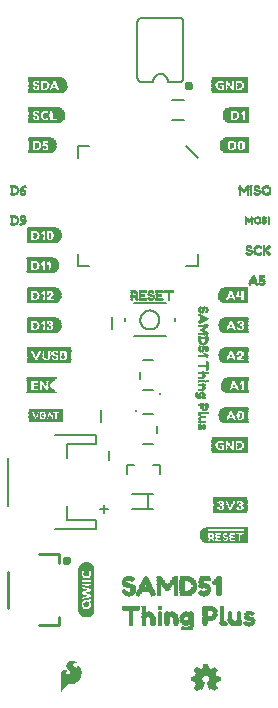
<source format=gto>
G75*
%MOIN*%
%OFA0B0*%
%FSLAX25Y25*%
%IPPOS*%
%LPD*%
%AMOC8*
5,1,8,0,0,1.08239X$1,22.5*
%
%ADD10C,0.00800*%
%ADD11C,0.00500*%
%ADD12C,0.01000*%
%ADD13C,0.00299*%
%ADD14C,0.01000*%
%ADD15C,0.01575*%
%ADD16C,0.00010*%
%ADD17C,0.00300*%
%ADD18R,0.14134X0.00157*%
%ADD19R,0.14488X0.00118*%
%ADD20R,0.14764X0.00118*%
%ADD21R,0.15000X0.00118*%
%ADD22R,0.01732X0.00118*%
%ADD23R,0.01535X0.00118*%
%ADD24R,0.01772X0.00157*%
%ADD25R,0.01417X0.00157*%
%ADD26R,0.01890X0.00118*%
%ADD27R,0.01417X0.00118*%
%ADD28R,0.02008X0.00118*%
%ADD29R,0.02126X0.00118*%
%ADD30R,0.02244X0.00118*%
%ADD31R,0.15748X0.00157*%
%ADD32R,0.15748X0.00118*%
%ADD33R,0.15906X0.00118*%
%ADD34R,0.02677X0.00118*%
%ADD35R,0.00984X0.00118*%
%ADD36R,0.00748X0.00118*%
%ADD37R,0.00906X0.00118*%
%ADD38R,0.00236X0.00118*%
%ADD39R,0.02795X0.00157*%
%ADD40R,0.00630X0.00157*%
%ADD41R,0.00512X0.00157*%
%ADD42R,0.00236X0.00157*%
%ADD43R,0.02795X0.00118*%
%ADD44R,0.00512X0.00118*%
%ADD45R,0.00472X0.00118*%
%ADD46R,0.00394X0.00118*%
%ADD47R,0.00354X0.00118*%
%ADD48R,0.01142X0.00118*%
%ADD49R,0.02283X0.00118*%
%ADD50R,0.00630X0.00118*%
%ADD51R,0.01772X0.00118*%
%ADD52R,0.02520X0.00118*%
%ADD53R,0.02402X0.00118*%
%ADD54R,0.00748X0.00157*%
%ADD55R,0.01890X0.00157*%
%ADD56R,0.01535X0.00157*%
%ADD57R,0.02638X0.00157*%
%ADD58R,0.02402X0.00157*%
%ADD59R,0.02638X0.00118*%
%ADD60R,0.00866X0.00118*%
%ADD61R,0.01024X0.00157*%
%ADD62R,0.00394X0.00157*%
%ADD63R,0.01260X0.00118*%
%ADD64R,0.00276X0.00118*%
%ADD65R,0.03150X0.00118*%
%ADD66R,0.02520X0.00157*%
%ADD67R,0.01654X0.00157*%
%ADD68R,0.00276X0.00157*%
%ADD69R,0.00118X0.00118*%
%ADD70R,0.02165X0.00118*%
%ADD71R,0.02047X0.00157*%
%ADD72R,0.00472X0.00157*%
%ADD73R,0.00906X0.00157*%
%ADD74R,0.01378X0.00157*%
%ADD75R,0.15118X0.00118*%
%ADD76R,0.11457X0.00157*%
%ADD77R,0.11457X0.00118*%
%ADD78R,0.05669X0.00118*%
%ADD79R,0.01614X0.00157*%
%ADD80R,0.01496X0.00118*%
%ADD81R,0.01654X0.00118*%
%ADD82R,0.01378X0.00118*%
%ADD83R,0.01496X0.00157*%
%ADD84R,0.00866X0.00157*%
%ADD85R,0.01142X0.00157*%
%ADD86R,0.01024X0.00118*%
%ADD87R,0.00787X0.00118*%
%ADD88R,0.01614X0.00118*%
%ADD89R,0.02244X0.00157*%
%ADD90R,0.01260X0.00157*%
%ADD91R,0.02756X0.00118*%
%ADD92R,0.01102X0.00118*%
%ADD93R,0.01102X0.00157*%
%ADD94R,0.02362X0.00118*%
%ADD95R,0.08031X0.00157*%
%ADD96R,0.08425X0.00118*%
%ADD97R,0.08661X0.00118*%
%ADD98R,0.08937X0.00118*%
%ADD99R,0.09055X0.00118*%
%ADD100R,0.09173X0.00157*%
%ADD101R,0.09291X0.00118*%
%ADD102R,0.06575X0.00118*%
%ADD103R,0.03543X0.00118*%
%ADD104R,0.03543X0.00157*%
%ADD105R,0.01732X0.00157*%
%ADD106R,0.03504X0.00118*%
%ADD107R,0.03386X0.00118*%
%ADD108R,0.03504X0.00157*%
%ADD109R,0.03268X0.00118*%
%ADD110R,0.03150X0.00157*%
%ADD111R,0.02992X0.00118*%
%ADD112R,0.02874X0.00157*%
%ADD113R,0.07323X0.00157*%
%ADD114R,0.07677X0.00118*%
%ADD115R,0.07953X0.00118*%
%ADD116R,0.08189X0.00118*%
%ADD117R,0.08307X0.00118*%
%ADD118R,0.08425X0.00157*%
%ADD119R,0.08583X0.00118*%
%ADD120R,0.08701X0.00118*%
%ADD121R,0.03661X0.00118*%
%ADD122R,0.03661X0.00157*%
%ADD123R,0.02008X0.00157*%
%ADD124R,0.03622X0.00118*%
%ADD125R,0.03425X0.00118*%
%ADD126R,0.03307X0.00157*%
%ADD127R,0.03307X0.00118*%
%ADD128R,0.03031X0.00118*%
%ADD129R,0.03031X0.00157*%
%ADD130R,0.00984X0.00157*%
%ADD131R,0.02126X0.00157*%
%ADD132R,0.00118X0.00157*%
%ADD133R,0.08071X0.00157*%
%ADD134R,0.09331X0.00118*%
%ADD135R,0.06181X0.00118*%
%ADD136R,0.02913X0.00157*%
%ADD137R,0.02047X0.00118*%
%ADD138R,0.02756X0.00157*%
%ADD139R,0.00157X0.00118*%
%ADD140R,0.02362X0.00157*%
%ADD141R,0.02913X0.00118*%
%ADD142R,0.07795X0.00157*%
%ADD143R,0.08819X0.00118*%
%ADD144R,0.08937X0.00157*%
%ADD145R,0.06299X0.00118*%
%ADD146R,0.06772X0.00157*%
%ADD147R,0.07165X0.00118*%
%ADD148R,0.07402X0.00118*%
%ADD149R,0.07795X0.00118*%
%ADD150R,0.07913X0.00157*%
%ADD151R,0.08031X0.00118*%
%ADD152R,0.12244X0.00157*%
%ADD153R,0.12244X0.00118*%
%ADD154R,0.02283X0.00157*%
%ADD155R,0.09961X0.00157*%
%ADD156R,0.09843X0.00118*%
%ADD157R,0.09724X0.00118*%
%ADD158R,0.09606X0.00118*%
%ADD159R,0.09449X0.00118*%
%ADD160R,0.09331X0.00157*%
%ADD161R,0.09213X0.00118*%
%ADD162R,0.09094X0.00118*%
%ADD163R,0.00354X0.00157*%
%ADD164R,0.14724X0.00157*%
%ADD165R,0.14724X0.00118*%
%ADD166R,0.04685X0.00118*%
%ADD167R,0.05157X0.00118*%
%ADD168R,0.09567X0.00157*%
%ADD169R,0.09921X0.00118*%
%ADD170R,0.10197X0.00118*%
%ADD171R,0.10433X0.00118*%
%ADD172R,0.10551X0.00118*%
%ADD173R,0.10709X0.00157*%
%ADD174R,0.10827X0.00118*%
%ADD175R,0.07283X0.00118*%
%ADD176R,0.02874X0.00118*%
%ADD177R,0.03268X0.00157*%
%ADD178R,0.08819X0.00157*%
%ADD179R,0.10079X0.00118*%
%ADD180R,0.10236X0.00118*%
%ADD181R,0.07559X0.00157*%
%ADD182R,0.08465X0.00118*%
%ADD183R,0.08701X0.00157*%
%ADD184R,0.08976X0.00118*%
%ADD185R,0.03780X0.00118*%
%ADD186R,0.03898X0.00157*%
%ADD187R,0.03898X0.00118*%
%ADD188R,0.10354X0.00157*%
%ADD189R,0.10709X0.00118*%
%ADD190R,0.10984X0.00118*%
%ADD191R,0.11220X0.00118*%
%ADD192R,0.11339X0.00118*%
%ADD193R,0.11496X0.00157*%
%ADD194R,0.11614X0.00118*%
%ADD195R,0.04055X0.00118*%
%ADD196R,0.04173X0.00157*%
%ADD197R,0.04173X0.00118*%
%ADD198R,0.02165X0.00157*%
%ADD199R,0.11102X0.00157*%
%ADD200R,0.11496X0.00118*%
%ADD201R,0.11732X0.00118*%
%ADD202R,0.11969X0.00118*%
%ADD203R,0.12126X0.00118*%
%ADD204R,0.12362X0.00118*%
%ADD205R,0.09567X0.00118*%
%ADD206R,0.00079X0.00079*%
%ADD207R,0.00551X0.00079*%
%ADD208R,0.00630X0.00079*%
%ADD209R,0.00472X0.00079*%
%ADD210R,0.00591X0.00079*%
%ADD211R,0.01142X0.00079*%
%ADD212R,0.01024X0.00079*%
%ADD213R,0.00669X0.00118*%
%ADD214R,0.01339X0.00118*%
%ADD215R,0.00748X0.00079*%
%ADD216R,0.01693X0.00079*%
%ADD217R,0.01417X0.00079*%
%ADD218R,0.00827X0.00118*%
%ADD219R,0.01575X0.00118*%
%ADD220R,0.00945X0.00079*%
%ADD221R,0.02087X0.00079*%
%ADD222R,0.01496X0.00079*%
%ADD223R,0.01102X0.00079*%
%ADD224R,0.00787X0.00079*%
%ADD225R,0.00669X0.00079*%
%ADD226R,0.01220X0.00118*%
%ADD227R,0.01220X0.00079*%
%ADD228R,0.01299X0.00079*%
%ADD229R,0.02717X0.00118*%
%ADD230R,0.01299X0.00118*%
%ADD231R,0.01063X0.00079*%
%ADD232R,0.00827X0.00079*%
%ADD233R,0.00276X0.00079*%
%ADD234R,0.01811X0.00079*%
%ADD235R,0.01693X0.00118*%
%ADD236R,0.01575X0.00079*%
%ADD237R,0.01339X0.00079*%
%ADD238R,0.01260X0.00079*%
%ADD239R,0.00866X0.00079*%
%ADD240R,0.00079X0.00118*%
%ADD241R,0.11220X0.00079*%
%ADD242R,0.09803X0.00079*%
%ADD243R,0.01614X0.00079*%
%ADD244R,0.00197X0.00118*%
%ADD245R,0.00197X0.00079*%
%ADD246R,0.00394X0.00079*%
%ADD247R,0.00354X0.00079*%
%ADD248R,0.01890X0.00079*%
%ADD249R,0.00945X0.00118*%
%ADD250R,0.00591X0.00118*%
%ADD251R,0.00315X0.00079*%
%ADD252R,0.00315X0.00118*%
%ADD253R,0.00118X0.00079*%
%ADD254R,0.00551X0.00118*%
%ADD255R,0.01772X0.00079*%
%ADD256R,0.01063X0.00118*%
%ADD257R,0.01969X0.00079*%
%ADD258R,0.01969X0.00118*%
%ADD259R,0.02165X0.00079*%
%ADD260R,0.02677X0.00157*%
%ADD261R,0.00787X0.00157*%
%ADD262R,0.00157X0.14488*%
%ADD263R,0.00118X0.15236*%
%ADD264R,0.00118X0.15748*%
%ADD265R,0.00118X0.16260*%
%ADD266R,0.00118X0.16496*%
%ADD267R,0.00157X0.16732*%
%ADD268R,0.00118X0.17008*%
%ADD269R,0.00118X0.03543*%
%ADD270R,0.00118X0.05157*%
%ADD271R,0.00118X0.04528*%
%ADD272R,0.00118X0.03031*%
%ADD273R,0.00118X0.03150*%
%ADD274R,0.00118X0.01142*%
%ADD275R,0.00118X0.01260*%
%ADD276R,0.00118X0.00354*%
%ADD277R,0.00118X0.01417*%
%ADD278R,0.00118X0.02638*%
%ADD279R,0.00118X0.00748*%
%ADD280R,0.00118X0.01024*%
%ADD281R,0.00118X0.00236*%
%ADD282R,0.00118X0.02520*%
%ADD283R,0.00157X0.02913*%
%ADD284R,0.00157X0.00630*%
%ADD285R,0.00157X0.01024*%
%ADD286R,0.00157X0.00236*%
%ADD287R,0.00157X0.00354*%
%ADD288R,0.00157X0.02402*%
%ADD289R,0.00118X0.02756*%
%ADD290R,0.00118X0.00512*%
%ADD291R,0.00118X0.00906*%
%ADD292R,0.00118X0.00787*%
%ADD293R,0.00118X0.02402*%
%ADD294R,0.00118X0.02874*%
%ADD295R,0.00118X0.00630*%
%ADD296R,0.00118X0.00472*%
%ADD297R,0.00118X0.00866*%
%ADD298R,0.00157X0.02756*%
%ADD299R,0.00157X0.01142*%
%ADD300R,0.00157X0.00472*%
%ADD301R,0.00157X0.00512*%
%ADD302R,0.00157X0.01260*%
%ADD303R,0.00118X0.01378*%
%ADD304R,0.00118X0.00394*%
%ADD305R,0.00118X0.04567*%
%ADD306R,0.00118X0.01535*%
%ADD307R,0.00118X0.01654*%
%ADD308R,0.00118X0.04685*%
%ADD309R,0.00157X0.02638*%
%ADD310R,0.00157X0.01772*%
%ADD311R,0.00157X0.00394*%
%ADD312R,0.00157X0.00748*%
%ADD313R,0.00157X0.04685*%
%ADD314R,0.00118X0.01772*%
%ADD315R,0.00118X0.00276*%
%ADD316R,0.00157X0.00866*%
%ADD317R,0.00157X0.04409*%
%ADD318R,0.00118X0.00984*%
%ADD319R,0.00118X0.01102*%
%ADD320R,0.00157X0.01102*%
%ADD321R,0.00157X0.00906*%
%ADD322R,0.00118X0.02913*%
%ADD323R,0.00118X0.02677*%
%ADD324R,0.00118X0.01890*%
%ADD325R,0.00118X0.02126*%
%ADD326R,0.00157X0.02008*%
%ADD327R,0.00157X0.02244*%
%ADD328R,0.00157X0.01890*%
%ADD329R,0.00157X0.03150*%
%ADD330R,0.00157X0.02283*%
%ADD331R,0.00118X0.02362*%
%ADD332R,0.00118X0.02008*%
%ADD333R,0.00157X0.01496*%
%ADD334R,0.00157X0.01535*%
%ADD335R,0.00157X0.01654*%
%ADD336R,0.00118X0.02047*%
%ADD337R,0.00118X0.01496*%
%ADD338R,0.00118X0.02165*%
%ADD339R,0.00118X0.01614*%
%ADD340R,0.00118X0.02283*%
%ADD341R,0.00118X0.02244*%
%ADD342R,0.00118X0.03661*%
%ADD343R,0.00157X0.01614*%
%ADD344R,0.00157X0.02047*%
%ADD345R,0.00157X0.02362*%
%ADD346R,0.00157X0.02520*%
%ADD347R,0.00157X0.00787*%
%ADD348R,0.00157X0.00276*%
%ADD349R,0.00157X0.02126*%
%ADD350R,0.00157X0.02165*%
%ADD351R,0.00118X0.01732*%
%ADD352R,0.00157X0.01378*%
%ADD353R,0.00984X0.00197*%
%ADD354R,0.02165X0.00197*%
%ADD355R,0.00787X0.00197*%
%ADD356R,0.01181X0.00197*%
%ADD357R,0.03150X0.00197*%
%ADD358R,0.02953X0.00197*%
%ADD359R,0.01378X0.00197*%
%ADD360R,0.01575X0.00197*%
%ADD361R,0.03937X0.00197*%
%ADD362R,0.03543X0.00197*%
%ADD363R,0.01772X0.00197*%
%ADD364R,0.04331X0.00197*%
%ADD365R,0.03740X0.00197*%
%ADD366R,0.01969X0.00197*%
%ADD367R,0.04528X0.00197*%
%ADD368R,0.04134X0.00197*%
%ADD369R,0.04724X0.00197*%
%ADD370R,0.04921X0.00197*%
%ADD371R,0.02362X0.00197*%
%ADD372R,0.05118X0.00197*%
%ADD373R,0.02559X0.00197*%
%ADD374R,0.05315X0.00197*%
%ADD375R,0.02756X0.00197*%
%ADD376R,0.03346X0.00197*%
%ADD377R,0.07087X0.00197*%
%ADD378R,0.01772X0.00236*%
%ADD379R,0.05118X0.00236*%
%ADD380R,0.01575X0.00236*%
%ADD381R,0.05512X0.00197*%
%ADD382R,0.00591X0.00197*%
%ADD383R,0.05709X0.00197*%
%ADD384R,0.00394X0.00197*%
%ADD385R,0.05906X0.00197*%
%ADD386R,0.04528X0.00236*%
%ADD387R,0.04134X0.00236*%
%ADD388R,0.02953X0.00236*%
%ADD389R,0.01378X0.00236*%
%ADD390R,0.03740X0.00236*%
%ADD391R,0.00197X0.00197*%
%ADD392R,0.06299X0.00197*%
%ADD393R,0.06102X0.00197*%
%ADD394R,0.04331X0.00236*%
%ADD395R,0.03346X0.00236*%
%ADD396R,0.02362X0.00236*%
%ADD397R,0.01969X0.00236*%
%ADD398R,0.03937X0.00236*%
%ADD399R,0.03937X0.00157*%
D10*
X0168270Y0137252D02*
X0182050Y0137252D01*
X0182050Y0140402D01*
X0172207Y0140402D01*
X0172207Y0145126D01*
X0183233Y0144002D02*
X0186036Y0144002D01*
X0184635Y0145403D02*
X0184635Y0142601D01*
X0193790Y0143941D02*
X0199302Y0143941D01*
X0199302Y0149059D01*
X0193790Y0149059D01*
X0199302Y0149059D02*
X0200877Y0149059D01*
X0200877Y0143941D02*
X0199302Y0143941D01*
X0203345Y0155606D02*
X0203345Y0158756D01*
X0200983Y0158756D01*
X0194684Y0158756D02*
X0192322Y0158756D01*
X0192322Y0155606D01*
X0186332Y0160400D02*
X0186332Y0163202D01*
X0182050Y0165598D02*
X0182050Y0168748D01*
X0168270Y0168748D01*
X0172207Y0165598D02*
X0182050Y0165598D01*
X0172207Y0165598D02*
X0172207Y0160874D01*
X0152522Y0160874D02*
X0152522Y0145126D01*
X0197643Y0165500D02*
X0201024Y0165500D01*
X0202124Y0169443D02*
X0202124Y0171557D01*
X0201024Y0175500D02*
X0197643Y0175500D01*
X0197643Y0183500D02*
X0201024Y0183500D01*
X0196543Y0187443D02*
X0196543Y0189557D01*
X0197643Y0193500D02*
X0201024Y0193500D01*
X0205101Y0201488D02*
X0194566Y0201488D01*
X0191566Y0206488D02*
X0191566Y0207512D01*
X0194566Y0212512D02*
X0205101Y0212512D01*
X0208101Y0207512D02*
X0208101Y0206488D01*
X0211975Y0224921D02*
X0215912Y0224921D01*
X0215912Y0228858D01*
X0179692Y0224921D02*
X0175755Y0224921D01*
X0175755Y0228858D01*
X0175755Y0261142D02*
X0175755Y0265079D01*
X0179692Y0265079D01*
X0207365Y0273654D02*
X0211302Y0273654D01*
X0211302Y0280346D02*
X0207365Y0280346D01*
X0205933Y0286300D02*
X0209890Y0286300D01*
X0209890Y0286301D02*
X0209960Y0286313D01*
X0210030Y0286330D01*
X0210098Y0286350D01*
X0210166Y0286373D01*
X0210232Y0286401D01*
X0210296Y0286432D01*
X0210358Y0286466D01*
X0210419Y0286504D01*
X0210478Y0286544D01*
X0210534Y0286588D01*
X0210587Y0286635D01*
X0210639Y0286685D01*
X0210687Y0286738D01*
X0210732Y0286793D01*
X0210775Y0286850D01*
X0210814Y0286910D01*
X0210850Y0286972D01*
X0210882Y0287035D01*
X0210911Y0287100D01*
X0210937Y0287167D01*
X0210959Y0287235D01*
X0210977Y0287304D01*
X0210991Y0287374D01*
X0211001Y0287445D01*
X0211008Y0287516D01*
X0211011Y0287587D01*
X0211010Y0287658D01*
X0211005Y0287730D01*
X0210996Y0287800D01*
X0210996Y0306594D01*
X0210984Y0306664D01*
X0210967Y0306734D01*
X0210947Y0306802D01*
X0210923Y0306869D01*
X0210896Y0306935D01*
X0210865Y0307000D01*
X0210831Y0307062D01*
X0210793Y0307123D01*
X0210752Y0307181D01*
X0210708Y0307238D01*
X0210661Y0307291D01*
X0210611Y0307342D01*
X0210559Y0307391D01*
X0210504Y0307436D01*
X0210446Y0307479D01*
X0210387Y0307518D01*
X0210325Y0307554D01*
X0210261Y0307586D01*
X0210196Y0307615D01*
X0210130Y0307641D01*
X0210062Y0307662D01*
X0209992Y0307681D01*
X0209923Y0307695D01*
X0209852Y0307705D01*
X0209781Y0307712D01*
X0209710Y0307715D01*
X0209638Y0307714D01*
X0209567Y0307709D01*
X0209496Y0307700D01*
X0197171Y0307700D01*
X0197170Y0307700D02*
X0197094Y0307698D01*
X0197019Y0307692D01*
X0196943Y0307683D01*
X0196868Y0307669D01*
X0196794Y0307652D01*
X0196721Y0307631D01*
X0196649Y0307607D01*
X0196579Y0307579D01*
X0196510Y0307547D01*
X0196442Y0307512D01*
X0196377Y0307473D01*
X0196313Y0307431D01*
X0196252Y0307386D01*
X0196193Y0307338D01*
X0196137Y0307287D01*
X0196083Y0307233D01*
X0196032Y0307177D01*
X0195984Y0307118D01*
X0195939Y0307057D01*
X0195897Y0306993D01*
X0195858Y0306928D01*
X0195823Y0306860D01*
X0195791Y0306791D01*
X0195763Y0306721D01*
X0195739Y0306649D01*
X0195718Y0306576D01*
X0195701Y0306502D01*
X0195687Y0306427D01*
X0195678Y0306351D01*
X0195672Y0306276D01*
X0195670Y0306200D01*
X0195671Y0306200D02*
X0195671Y0287800D01*
X0195670Y0287800D02*
X0195682Y0287719D01*
X0195697Y0287639D01*
X0195716Y0287560D01*
X0195738Y0287482D01*
X0195765Y0287405D01*
X0195794Y0287329D01*
X0195828Y0287255D01*
X0195865Y0287183D01*
X0195905Y0287112D01*
X0195949Y0287044D01*
X0195996Y0286977D01*
X0196046Y0286913D01*
X0196099Y0286852D01*
X0196155Y0286793D01*
X0196214Y0286736D01*
X0196275Y0286683D01*
X0196339Y0286632D01*
X0196405Y0286585D01*
X0196473Y0286541D01*
X0196543Y0286500D01*
X0196615Y0286462D01*
X0196689Y0286428D01*
X0196765Y0286398D01*
X0196841Y0286371D01*
X0196919Y0286348D01*
X0196998Y0286328D01*
X0197078Y0286313D01*
X0197159Y0286301D01*
X0197239Y0286293D01*
X0197321Y0286289D01*
X0197402Y0286288D01*
X0197483Y0286292D01*
X0197564Y0286299D01*
X0197614Y0286300D02*
X0200933Y0286300D01*
X0200933Y0286500D02*
X0200935Y0286598D01*
X0200941Y0286696D01*
X0200950Y0286794D01*
X0200964Y0286891D01*
X0200981Y0286988D01*
X0201002Y0287084D01*
X0201027Y0287179D01*
X0201055Y0287273D01*
X0201088Y0287365D01*
X0201123Y0287457D01*
X0201163Y0287547D01*
X0201205Y0287635D01*
X0201252Y0287722D01*
X0201301Y0287806D01*
X0201354Y0287889D01*
X0201410Y0287969D01*
X0201470Y0288048D01*
X0201532Y0288124D01*
X0201597Y0288197D01*
X0201665Y0288268D01*
X0201736Y0288336D01*
X0201809Y0288401D01*
X0201885Y0288463D01*
X0201964Y0288523D01*
X0202044Y0288579D01*
X0202127Y0288632D01*
X0202211Y0288681D01*
X0202298Y0288728D01*
X0202386Y0288770D01*
X0202476Y0288810D01*
X0202568Y0288845D01*
X0202660Y0288878D01*
X0202754Y0288906D01*
X0202849Y0288931D01*
X0202945Y0288952D01*
X0203042Y0288969D01*
X0203139Y0288983D01*
X0203237Y0288992D01*
X0203335Y0288998D01*
X0203433Y0289000D01*
X0203531Y0288998D01*
X0203629Y0288992D01*
X0203727Y0288983D01*
X0203824Y0288969D01*
X0203921Y0288952D01*
X0204017Y0288931D01*
X0204112Y0288906D01*
X0204206Y0288878D01*
X0204298Y0288845D01*
X0204390Y0288810D01*
X0204480Y0288770D01*
X0204568Y0288728D01*
X0204655Y0288681D01*
X0204739Y0288632D01*
X0204822Y0288579D01*
X0204902Y0288523D01*
X0204981Y0288463D01*
X0205057Y0288401D01*
X0205130Y0288336D01*
X0205201Y0288268D01*
X0205269Y0288197D01*
X0205334Y0288124D01*
X0205396Y0288048D01*
X0205456Y0287969D01*
X0205512Y0287889D01*
X0205565Y0287806D01*
X0205614Y0287722D01*
X0205661Y0287635D01*
X0205703Y0287547D01*
X0205743Y0287457D01*
X0205778Y0287365D01*
X0205811Y0287273D01*
X0205839Y0287179D01*
X0205864Y0287084D01*
X0205885Y0286988D01*
X0205902Y0286891D01*
X0205916Y0286794D01*
X0205925Y0286696D01*
X0205931Y0286598D01*
X0205933Y0286500D01*
X0211975Y0265079D02*
X0215912Y0261142D01*
D11*
X0196664Y0207000D02*
X0196666Y0207112D01*
X0196672Y0207225D01*
X0196682Y0207337D01*
X0196696Y0207448D01*
X0196714Y0207560D01*
X0196736Y0207670D01*
X0196761Y0207779D01*
X0196791Y0207888D01*
X0196824Y0207995D01*
X0196862Y0208101D01*
X0196903Y0208206D01*
X0196947Y0208309D01*
X0196995Y0208411D01*
X0197047Y0208511D01*
X0197103Y0208609D01*
X0197162Y0208705D01*
X0197224Y0208798D01*
X0197289Y0208890D01*
X0197358Y0208979D01*
X0197430Y0209066D01*
X0197505Y0209150D01*
X0197582Y0209231D01*
X0197663Y0209309D01*
X0197746Y0209385D01*
X0197832Y0209457D01*
X0197921Y0209527D01*
X0198011Y0209593D01*
X0198105Y0209656D01*
X0198200Y0209716D01*
X0198297Y0209772D01*
X0198397Y0209825D01*
X0198498Y0209874D01*
X0198601Y0209920D01*
X0198705Y0209962D01*
X0198811Y0210000D01*
X0198918Y0210034D01*
X0199026Y0210065D01*
X0199136Y0210091D01*
X0199246Y0210114D01*
X0199357Y0210133D01*
X0199468Y0210148D01*
X0199580Y0210159D01*
X0199692Y0210166D01*
X0199805Y0210169D01*
X0199917Y0210168D01*
X0200030Y0210163D01*
X0200142Y0210154D01*
X0200254Y0210141D01*
X0200365Y0210124D01*
X0200475Y0210103D01*
X0200585Y0210078D01*
X0200694Y0210050D01*
X0200802Y0210017D01*
X0200908Y0209981D01*
X0201013Y0209941D01*
X0201117Y0209897D01*
X0201219Y0209850D01*
X0201319Y0209799D01*
X0201417Y0209744D01*
X0201514Y0209686D01*
X0201608Y0209625D01*
X0201700Y0209560D01*
X0201790Y0209493D01*
X0201877Y0209422D01*
X0201962Y0209347D01*
X0202044Y0209270D01*
X0202123Y0209191D01*
X0202199Y0209108D01*
X0202273Y0209023D01*
X0202343Y0208935D01*
X0202410Y0208844D01*
X0202474Y0208752D01*
X0202534Y0208657D01*
X0202591Y0208560D01*
X0202645Y0208461D01*
X0202695Y0208360D01*
X0202742Y0208258D01*
X0202784Y0208154D01*
X0202824Y0208049D01*
X0202859Y0207942D01*
X0202890Y0207834D01*
X0202918Y0207725D01*
X0202942Y0207615D01*
X0202962Y0207504D01*
X0202978Y0207393D01*
X0202990Y0207281D01*
X0202998Y0207169D01*
X0203002Y0207056D01*
X0203002Y0206944D01*
X0202998Y0206831D01*
X0202990Y0206719D01*
X0202978Y0206607D01*
X0202962Y0206496D01*
X0202942Y0206385D01*
X0202918Y0206275D01*
X0202890Y0206166D01*
X0202859Y0206058D01*
X0202824Y0205951D01*
X0202784Y0205846D01*
X0202742Y0205742D01*
X0202695Y0205640D01*
X0202645Y0205539D01*
X0202591Y0205440D01*
X0202534Y0205343D01*
X0202474Y0205248D01*
X0202410Y0205156D01*
X0202343Y0205065D01*
X0202273Y0204977D01*
X0202199Y0204892D01*
X0202123Y0204809D01*
X0202044Y0204730D01*
X0201962Y0204653D01*
X0201877Y0204578D01*
X0201790Y0204507D01*
X0201700Y0204440D01*
X0201608Y0204375D01*
X0201514Y0204314D01*
X0201418Y0204256D01*
X0201319Y0204201D01*
X0201219Y0204150D01*
X0201117Y0204103D01*
X0201013Y0204059D01*
X0200908Y0204019D01*
X0200802Y0203983D01*
X0200694Y0203950D01*
X0200585Y0203922D01*
X0200475Y0203897D01*
X0200365Y0203876D01*
X0200254Y0203859D01*
X0200142Y0203846D01*
X0200030Y0203837D01*
X0199917Y0203832D01*
X0199805Y0203831D01*
X0199692Y0203834D01*
X0199580Y0203841D01*
X0199468Y0203852D01*
X0199357Y0203867D01*
X0199246Y0203886D01*
X0199136Y0203909D01*
X0199026Y0203935D01*
X0198918Y0203966D01*
X0198811Y0204000D01*
X0198705Y0204038D01*
X0198601Y0204080D01*
X0198498Y0204126D01*
X0198397Y0204175D01*
X0198297Y0204228D01*
X0198200Y0204284D01*
X0198105Y0204344D01*
X0198011Y0204407D01*
X0197921Y0204473D01*
X0197832Y0204543D01*
X0197746Y0204615D01*
X0197663Y0204691D01*
X0197582Y0204769D01*
X0197505Y0204850D01*
X0197430Y0204934D01*
X0197358Y0205021D01*
X0197289Y0205110D01*
X0197224Y0205202D01*
X0197162Y0205295D01*
X0197103Y0205391D01*
X0197047Y0205489D01*
X0196995Y0205589D01*
X0196947Y0205691D01*
X0196903Y0205794D01*
X0196862Y0205899D01*
X0196824Y0206005D01*
X0196791Y0206112D01*
X0196761Y0206221D01*
X0196736Y0206330D01*
X0196714Y0206440D01*
X0196696Y0206552D01*
X0196682Y0206663D01*
X0196672Y0206775D01*
X0196666Y0206888D01*
X0196664Y0207000D01*
X0187083Y0207875D02*
X0187083Y0204125D01*
X0183583Y0176875D02*
X0183583Y0173125D01*
D12*
X0195333Y0176800D03*
X0203333Y0182200D03*
D13*
X0217690Y0092293D02*
X0217454Y0090915D01*
X0217414Y0090915D01*
X0217336Y0090875D01*
X0217257Y0090875D01*
X0217218Y0090836D01*
X0217139Y0090836D01*
X0217060Y0090797D01*
X0217021Y0090797D01*
X0216942Y0090757D01*
X0216903Y0090718D01*
X0219776Y0090718D01*
X0219777Y0090718D02*
X0219698Y0090757D01*
X0219659Y0090797D01*
X0219580Y0090797D01*
X0219501Y0090836D01*
X0219462Y0090836D01*
X0219383Y0090875D01*
X0219344Y0090875D01*
X0219265Y0090915D01*
X0219186Y0090915D01*
X0218950Y0092293D01*
X0217690Y0092293D01*
X0217675Y0092207D02*
X0218965Y0092207D01*
X0219016Y0091909D02*
X0217624Y0091909D01*
X0217573Y0091611D02*
X0219067Y0091611D01*
X0219118Y0091314D02*
X0217522Y0091314D01*
X0217471Y0091016D02*
X0219169Y0091016D01*
X0219777Y0090718D02*
X0219816Y0090718D01*
X0219895Y0090679D01*
X0219934Y0090639D01*
X0220013Y0090600D01*
X0220052Y0090600D01*
X0220131Y0090561D01*
X0220170Y0090521D01*
X0221312Y0091309D01*
X0222218Y0090442D01*
X0221391Y0089301D01*
X0221430Y0089261D01*
X0221470Y0089183D01*
X0221509Y0089143D01*
X0221509Y0089064D01*
X0221548Y0089025D01*
X0221588Y0088946D01*
X0221627Y0088907D01*
X0221627Y0088828D01*
X0221666Y0088789D01*
X0221666Y0088710D01*
X0221706Y0088631D01*
X0221745Y0088592D01*
X0221745Y0088513D01*
X0221785Y0088474D01*
X0221785Y0088316D01*
X0223202Y0088080D01*
X0223202Y0086820D01*
X0221824Y0086584D01*
X0221785Y0086545D01*
X0221785Y0086466D01*
X0221745Y0086387D01*
X0221745Y0086348D01*
X0221706Y0086269D01*
X0221706Y0086230D01*
X0221627Y0086072D01*
X0221627Y0086033D01*
X0221588Y0085954D01*
X0221548Y0085915D01*
X0221509Y0085836D01*
X0221509Y0085797D01*
X0221470Y0085718D01*
X0221430Y0085679D01*
X0221391Y0085600D01*
X0222218Y0084498D01*
X0221312Y0083592D01*
X0220170Y0084379D01*
X0220131Y0084379D01*
X0220052Y0084301D01*
X0220013Y0084301D01*
X0219973Y0084261D01*
X0219895Y0084261D01*
X0219855Y0084222D01*
X0219816Y0084222D01*
X0219777Y0084183D01*
X0219737Y0084183D01*
X0219698Y0084143D01*
X0219619Y0084143D01*
X0219619Y0084104D01*
X0218832Y0086230D01*
X0219068Y0086348D01*
X0219147Y0086427D01*
X0219225Y0086466D01*
X0219383Y0086623D01*
X0219422Y0086702D01*
X0219501Y0086781D01*
X0219540Y0086860D01*
X0219580Y0086978D01*
X0219619Y0087057D01*
X0219619Y0087135D01*
X0219659Y0087253D01*
X0219659Y0087608D01*
X0219619Y0087726D01*
X0219619Y0087844D01*
X0219540Y0087962D01*
X0219501Y0088080D01*
X0219344Y0088316D01*
X0219186Y0088474D01*
X0218950Y0088631D01*
X0218832Y0088671D01*
X0218714Y0088749D01*
X0218596Y0088749D01*
X0218477Y0088789D01*
X0218202Y0088789D01*
X0218044Y0088749D01*
X0217926Y0088749D01*
X0217808Y0088671D01*
X0217690Y0088631D01*
X0217572Y0088553D01*
X0217493Y0088474D01*
X0217375Y0088395D01*
X0217296Y0088316D01*
X0217139Y0088080D01*
X0216981Y0087608D01*
X0216981Y0087372D01*
X0217021Y0087253D01*
X0217021Y0087135D01*
X0217099Y0086978D01*
X0217139Y0086860D01*
X0217218Y0086702D01*
X0217296Y0086623D01*
X0217336Y0086545D01*
X0217414Y0086466D01*
X0217493Y0086427D01*
X0217572Y0086348D01*
X0217729Y0086269D01*
X0217848Y0086230D01*
X0217060Y0084104D01*
X0217021Y0084143D01*
X0216942Y0084143D01*
X0216903Y0084183D01*
X0216863Y0084183D01*
X0216824Y0084222D01*
X0216785Y0084222D01*
X0216745Y0084261D01*
X0216706Y0084261D01*
X0216666Y0084301D01*
X0216627Y0084301D01*
X0216588Y0084340D01*
X0216548Y0084340D01*
X0216509Y0084379D01*
X0216470Y0084379D01*
X0215328Y0083592D01*
X0214462Y0084498D01*
X0215249Y0085600D01*
X0215210Y0085679D01*
X0215210Y0085718D01*
X0215170Y0085797D01*
X0215131Y0085836D01*
X0215092Y0085915D01*
X0215052Y0085954D01*
X0215052Y0086033D01*
X0215013Y0086072D01*
X0215013Y0086151D01*
X0214973Y0086230D01*
X0214934Y0086269D01*
X0214934Y0086348D01*
X0214895Y0086387D01*
X0214895Y0086466D01*
X0214855Y0086545D01*
X0214855Y0086584D01*
X0213477Y0086820D01*
X0213477Y0088080D01*
X0214855Y0088316D01*
X0214855Y0088395D01*
X0214895Y0088474D01*
X0214895Y0088513D01*
X0214934Y0088592D01*
X0214934Y0088631D01*
X0215013Y0088789D01*
X0215013Y0088828D01*
X0215052Y0088907D01*
X0215092Y0088946D01*
X0215092Y0089025D01*
X0215131Y0089064D01*
X0215170Y0089143D01*
X0215210Y0089183D01*
X0215210Y0089261D01*
X0215249Y0089301D01*
X0214462Y0090442D01*
X0215328Y0091309D01*
X0216470Y0090521D01*
X0216548Y0090561D01*
X0216588Y0090600D01*
X0216666Y0090600D01*
X0216706Y0090639D01*
X0216785Y0090679D01*
X0216824Y0090718D01*
X0216903Y0090718D01*
X0216184Y0090718D02*
X0214737Y0090718D01*
X0214477Y0090420D02*
X0222202Y0090420D01*
X0221986Y0090123D02*
X0214682Y0090123D01*
X0214888Y0089825D02*
X0221770Y0089825D01*
X0221555Y0089527D02*
X0215093Y0089527D01*
X0215210Y0089229D02*
X0221446Y0089229D01*
X0221602Y0088932D02*
X0215077Y0088932D01*
X0214935Y0088634D02*
X0217698Y0088634D01*
X0217316Y0088336D02*
X0214855Y0088336D01*
X0213477Y0088039D02*
X0217125Y0088039D01*
X0217026Y0087741D02*
X0213477Y0087741D01*
X0213477Y0087443D02*
X0216981Y0087443D01*
X0217021Y0087145D02*
X0213477Y0087145D01*
X0213477Y0086848D02*
X0217145Y0086848D01*
X0217333Y0086550D02*
X0214855Y0086550D01*
X0214951Y0086252D02*
X0217780Y0086252D01*
X0217746Y0085954D02*
X0215052Y0085954D01*
X0215221Y0085657D02*
X0217635Y0085657D01*
X0217525Y0085359D02*
X0215077Y0085359D01*
X0214864Y0085061D02*
X0217415Y0085061D01*
X0217304Y0084764D02*
X0214652Y0084764D01*
X0214492Y0084466D02*
X0217194Y0084466D01*
X0217084Y0084168D02*
X0216917Y0084168D01*
X0216163Y0084168D02*
X0214777Y0084168D01*
X0215062Y0083870D02*
X0215732Y0083870D01*
X0219265Y0085061D02*
X0221795Y0085061D01*
X0222018Y0084764D02*
X0219375Y0084764D01*
X0219485Y0084466D02*
X0222186Y0084466D01*
X0221888Y0084168D02*
X0220477Y0084168D01*
X0220908Y0083870D02*
X0221590Y0083870D01*
X0221571Y0085359D02*
X0219154Y0085359D01*
X0219044Y0085657D02*
X0221419Y0085657D01*
X0221588Y0085954D02*
X0218934Y0085954D01*
X0218877Y0086252D02*
X0221706Y0086252D01*
X0221790Y0086550D02*
X0219309Y0086550D01*
X0219534Y0086848D02*
X0223202Y0086848D01*
X0223202Y0087145D02*
X0219623Y0087145D01*
X0219659Y0087443D02*
X0223202Y0087443D01*
X0223202Y0087741D02*
X0219619Y0087741D01*
X0219515Y0088039D02*
X0223202Y0088039D01*
X0221785Y0088336D02*
X0219324Y0088336D01*
X0218942Y0088634D02*
X0221704Y0088634D01*
X0221929Y0090718D02*
X0220456Y0090718D01*
X0220888Y0091016D02*
X0221618Y0091016D01*
X0215752Y0091016D02*
X0215035Y0091016D01*
X0219595Y0084168D02*
X0219723Y0084168D01*
D14*
X0169455Y0105189D02*
X0162959Y0105189D01*
X0169455Y0105189D02*
X0169455Y0108142D01*
X0152723Y0111094D02*
X0152723Y0122906D01*
X0162959Y0128811D02*
X0169455Y0128811D01*
X0169455Y0125858D01*
D15*
X0171457Y0126843D02*
X0171459Y0126890D01*
X0171465Y0126936D01*
X0171474Y0126982D01*
X0171488Y0127026D01*
X0171505Y0127070D01*
X0171526Y0127111D01*
X0171550Y0127151D01*
X0171577Y0127189D01*
X0171608Y0127224D01*
X0171641Y0127257D01*
X0171677Y0127287D01*
X0171716Y0127313D01*
X0171756Y0127337D01*
X0171798Y0127356D01*
X0171842Y0127373D01*
X0171887Y0127385D01*
X0171933Y0127394D01*
X0171979Y0127399D01*
X0172026Y0127400D01*
X0172072Y0127397D01*
X0172118Y0127390D01*
X0172164Y0127379D01*
X0172208Y0127365D01*
X0172251Y0127347D01*
X0172292Y0127325D01*
X0172332Y0127300D01*
X0172369Y0127272D01*
X0172404Y0127241D01*
X0172436Y0127207D01*
X0172465Y0127170D01*
X0172490Y0127132D01*
X0172513Y0127091D01*
X0172532Y0127048D01*
X0172547Y0127004D01*
X0172559Y0126959D01*
X0172567Y0126913D01*
X0172571Y0126866D01*
X0172571Y0126820D01*
X0172567Y0126773D01*
X0172559Y0126727D01*
X0172547Y0126682D01*
X0172532Y0126638D01*
X0172513Y0126595D01*
X0172490Y0126554D01*
X0172465Y0126516D01*
X0172436Y0126479D01*
X0172404Y0126445D01*
X0172369Y0126414D01*
X0172332Y0126386D01*
X0172293Y0126361D01*
X0172251Y0126339D01*
X0172208Y0126321D01*
X0172164Y0126307D01*
X0172118Y0126296D01*
X0172072Y0126289D01*
X0172026Y0126286D01*
X0171979Y0126287D01*
X0171933Y0126292D01*
X0171887Y0126301D01*
X0171842Y0126313D01*
X0171798Y0126330D01*
X0171756Y0126349D01*
X0171716Y0126373D01*
X0171677Y0126399D01*
X0171641Y0126429D01*
X0171608Y0126462D01*
X0171577Y0126497D01*
X0171550Y0126535D01*
X0171526Y0126575D01*
X0171505Y0126616D01*
X0171488Y0126660D01*
X0171474Y0126704D01*
X0171465Y0126750D01*
X0171459Y0126796D01*
X0171457Y0126843D01*
D16*
X0212430Y0283906D02*
X0212708Y0283875D01*
X0212986Y0283906D01*
X0213251Y0283999D01*
X0213488Y0284148D01*
X0213686Y0284346D01*
X0213835Y0284583D01*
X0213927Y0284847D01*
X0213958Y0285125D01*
X0213927Y0285403D01*
X0213835Y0285667D01*
X0213686Y0285904D01*
X0213488Y0286102D01*
X0213251Y0286251D01*
X0212986Y0286344D01*
X0212708Y0286375D01*
X0212430Y0286344D01*
X0212166Y0286251D01*
X0211929Y0286102D01*
X0211731Y0285904D01*
X0211582Y0285667D01*
X0211490Y0285403D01*
X0211458Y0285125D01*
X0211490Y0284847D01*
X0211582Y0284583D01*
X0211731Y0284346D01*
X0211929Y0284148D01*
X0212166Y0283999D01*
X0212430Y0283906D01*
X0212442Y0283905D02*
X0212975Y0283905D01*
X0213007Y0283914D02*
X0212410Y0283914D01*
X0212385Y0283922D02*
X0213031Y0283922D01*
X0213056Y0283931D02*
X0212361Y0283931D01*
X0212337Y0283939D02*
X0213080Y0283939D01*
X0213104Y0283948D02*
X0212312Y0283948D01*
X0212288Y0283956D02*
X0213129Y0283956D01*
X0213153Y0283965D02*
X0212264Y0283965D01*
X0212239Y0283973D02*
X0213177Y0283973D01*
X0213202Y0283982D02*
X0212215Y0283982D01*
X0212191Y0283990D02*
X0213226Y0283990D01*
X0213250Y0283999D02*
X0212166Y0283999D01*
X0212153Y0284007D02*
X0213264Y0284007D01*
X0213278Y0284016D02*
X0212139Y0284016D01*
X0212126Y0284024D02*
X0213291Y0284024D01*
X0213305Y0284033D02*
X0212112Y0284033D01*
X0212098Y0284041D02*
X0213318Y0284041D01*
X0213332Y0284050D02*
X0212085Y0284050D01*
X0212071Y0284058D02*
X0213345Y0284058D01*
X0213359Y0284067D02*
X0212058Y0284067D01*
X0212044Y0284075D02*
X0213372Y0284075D01*
X0213386Y0284084D02*
X0212031Y0284084D01*
X0212017Y0284092D02*
X0213400Y0284092D01*
X0213413Y0284101D02*
X0212004Y0284101D01*
X0211990Y0284109D02*
X0213427Y0284109D01*
X0213440Y0284118D02*
X0211976Y0284118D01*
X0211963Y0284126D02*
X0213454Y0284126D01*
X0213467Y0284135D02*
X0211949Y0284135D01*
X0211936Y0284143D02*
X0213481Y0284143D01*
X0213492Y0284152D02*
X0211925Y0284152D01*
X0211916Y0284160D02*
X0213500Y0284160D01*
X0213509Y0284169D02*
X0211908Y0284169D01*
X0211899Y0284177D02*
X0213517Y0284177D01*
X0213526Y0284186D02*
X0211891Y0284186D01*
X0211882Y0284194D02*
X0213534Y0284194D01*
X0213543Y0284203D02*
X0211874Y0284203D01*
X0211865Y0284212D02*
X0213552Y0284212D01*
X0213560Y0284220D02*
X0211857Y0284220D01*
X0211848Y0284229D02*
X0213569Y0284229D01*
X0213577Y0284237D02*
X0211840Y0284237D01*
X0211831Y0284246D02*
X0213586Y0284246D01*
X0213594Y0284254D02*
X0211823Y0284254D01*
X0211814Y0284263D02*
X0213603Y0284263D01*
X0213611Y0284271D02*
X0211806Y0284271D01*
X0211797Y0284280D02*
X0213620Y0284280D01*
X0213628Y0284288D02*
X0211789Y0284288D01*
X0211780Y0284297D02*
X0213637Y0284297D01*
X0213645Y0284305D02*
X0211772Y0284305D01*
X0211763Y0284314D02*
X0213654Y0284314D01*
X0213662Y0284322D02*
X0211754Y0284322D01*
X0211746Y0284331D02*
X0213671Y0284331D01*
X0213679Y0284339D02*
X0211737Y0284339D01*
X0211730Y0284348D02*
X0213687Y0284348D01*
X0213692Y0284356D02*
X0211724Y0284356D01*
X0211719Y0284365D02*
X0213698Y0284365D01*
X0213703Y0284373D02*
X0211714Y0284373D01*
X0211708Y0284382D02*
X0213708Y0284382D01*
X0213714Y0284390D02*
X0211703Y0284390D01*
X0211698Y0284399D02*
X0213719Y0284399D01*
X0213724Y0284407D02*
X0211692Y0284407D01*
X0211687Y0284416D02*
X0213730Y0284416D01*
X0213735Y0284424D02*
X0211682Y0284424D01*
X0211676Y0284433D02*
X0213740Y0284433D01*
X0213746Y0284441D02*
X0211671Y0284441D01*
X0211666Y0284450D02*
X0213751Y0284450D01*
X0213756Y0284458D02*
X0211660Y0284458D01*
X0211655Y0284467D02*
X0213762Y0284467D01*
X0213767Y0284475D02*
X0211649Y0284475D01*
X0211644Y0284484D02*
X0213773Y0284484D01*
X0213778Y0284492D02*
X0211639Y0284492D01*
X0211633Y0284501D02*
X0213783Y0284501D01*
X0213789Y0284509D02*
X0211628Y0284509D01*
X0211623Y0284518D02*
X0213794Y0284518D01*
X0213799Y0284527D02*
X0211617Y0284527D01*
X0211612Y0284535D02*
X0213805Y0284535D01*
X0213810Y0284544D02*
X0211607Y0284544D01*
X0211601Y0284552D02*
X0213815Y0284552D01*
X0213821Y0284561D02*
X0211596Y0284561D01*
X0211591Y0284569D02*
X0213826Y0284569D01*
X0213831Y0284578D02*
X0211585Y0284578D01*
X0211581Y0284586D02*
X0213836Y0284586D01*
X0213839Y0284595D02*
X0211578Y0284595D01*
X0211575Y0284603D02*
X0213842Y0284603D01*
X0213845Y0284612D02*
X0211572Y0284612D01*
X0211569Y0284620D02*
X0213848Y0284620D01*
X0213851Y0284629D02*
X0211566Y0284629D01*
X0211563Y0284637D02*
X0213854Y0284637D01*
X0213857Y0284646D02*
X0211560Y0284646D01*
X0211557Y0284654D02*
X0213860Y0284654D01*
X0213863Y0284663D02*
X0211554Y0284663D01*
X0211551Y0284671D02*
X0213866Y0284671D01*
X0213869Y0284680D02*
X0211548Y0284680D01*
X0211545Y0284688D02*
X0213871Y0284688D01*
X0213874Y0284697D02*
X0211542Y0284697D01*
X0211539Y0284705D02*
X0213877Y0284705D01*
X0213880Y0284714D02*
X0211536Y0284714D01*
X0211533Y0284722D02*
X0213883Y0284722D01*
X0213886Y0284731D02*
X0211530Y0284731D01*
X0211527Y0284739D02*
X0213889Y0284739D01*
X0213892Y0284748D02*
X0211524Y0284748D01*
X0211521Y0284756D02*
X0213895Y0284756D01*
X0213898Y0284765D02*
X0211518Y0284765D01*
X0211515Y0284773D02*
X0213901Y0284773D01*
X0213904Y0284782D02*
X0211512Y0284782D01*
X0211509Y0284790D02*
X0213907Y0284790D01*
X0213910Y0284799D02*
X0211506Y0284799D01*
X0211503Y0284807D02*
X0213913Y0284807D01*
X0213916Y0284816D02*
X0211500Y0284816D01*
X0211497Y0284825D02*
X0213919Y0284825D01*
X0213922Y0284833D02*
X0211495Y0284833D01*
X0211492Y0284842D02*
X0213925Y0284842D01*
X0213927Y0284850D02*
X0211489Y0284850D01*
X0211488Y0284859D02*
X0213928Y0284859D01*
X0213929Y0284867D02*
X0211487Y0284867D01*
X0211486Y0284876D02*
X0213930Y0284876D01*
X0213931Y0284884D02*
X0211485Y0284884D01*
X0211484Y0284893D02*
X0213932Y0284893D01*
X0213933Y0284901D02*
X0211484Y0284901D01*
X0211483Y0284910D02*
X0213934Y0284910D01*
X0213935Y0284918D02*
X0211482Y0284918D01*
X0211481Y0284927D02*
X0213936Y0284927D01*
X0213937Y0284935D02*
X0211480Y0284935D01*
X0211479Y0284944D02*
X0213938Y0284944D01*
X0213939Y0284952D02*
X0211478Y0284952D01*
X0211477Y0284961D02*
X0213940Y0284961D01*
X0213941Y0284969D02*
X0211476Y0284969D01*
X0211475Y0284978D02*
X0213942Y0284978D01*
X0213943Y0284986D02*
X0211474Y0284986D01*
X0211473Y0284995D02*
X0213944Y0284995D01*
X0213945Y0285003D02*
X0211472Y0285003D01*
X0211471Y0285012D02*
X0213946Y0285012D01*
X0213947Y0285020D02*
X0211470Y0285020D01*
X0211469Y0285029D02*
X0213947Y0285029D01*
X0213948Y0285037D02*
X0211468Y0285037D01*
X0211467Y0285046D02*
X0213949Y0285046D01*
X0213950Y0285054D02*
X0211466Y0285054D01*
X0211465Y0285063D02*
X0213951Y0285063D01*
X0213952Y0285071D02*
X0211464Y0285071D01*
X0211463Y0285080D02*
X0213953Y0285080D01*
X0213954Y0285088D02*
X0211462Y0285088D01*
X0211461Y0285097D02*
X0213955Y0285097D01*
X0213956Y0285105D02*
X0211461Y0285105D01*
X0211460Y0285114D02*
X0213957Y0285114D01*
X0213958Y0285122D02*
X0211459Y0285122D01*
X0211459Y0285131D02*
X0213958Y0285131D01*
X0213957Y0285140D02*
X0211460Y0285140D01*
X0211461Y0285148D02*
X0213956Y0285148D01*
X0213955Y0285157D02*
X0211462Y0285157D01*
X0211463Y0285165D02*
X0213954Y0285165D01*
X0213953Y0285174D02*
X0211464Y0285174D01*
X0211465Y0285182D02*
X0213952Y0285182D01*
X0213951Y0285191D02*
X0211466Y0285191D01*
X0211467Y0285199D02*
X0213950Y0285199D01*
X0213949Y0285208D02*
X0211468Y0285208D01*
X0211469Y0285216D02*
X0213948Y0285216D01*
X0213947Y0285225D02*
X0211470Y0285225D01*
X0211471Y0285233D02*
X0213946Y0285233D01*
X0213945Y0285242D02*
X0211471Y0285242D01*
X0211472Y0285250D02*
X0213944Y0285250D01*
X0213943Y0285259D02*
X0211473Y0285259D01*
X0211474Y0285267D02*
X0213942Y0285267D01*
X0213941Y0285276D02*
X0211475Y0285276D01*
X0211476Y0285284D02*
X0213940Y0285284D01*
X0213939Y0285293D02*
X0211477Y0285293D01*
X0211478Y0285301D02*
X0213938Y0285301D01*
X0213938Y0285310D02*
X0211479Y0285310D01*
X0211480Y0285318D02*
X0213937Y0285318D01*
X0213936Y0285327D02*
X0211481Y0285327D01*
X0211482Y0285335D02*
X0213935Y0285335D01*
X0213934Y0285344D02*
X0211483Y0285344D01*
X0211484Y0285352D02*
X0213933Y0285352D01*
X0213932Y0285361D02*
X0211485Y0285361D01*
X0211486Y0285369D02*
X0213931Y0285369D01*
X0213930Y0285378D02*
X0211487Y0285378D01*
X0211488Y0285386D02*
X0213929Y0285386D01*
X0213928Y0285395D02*
X0211489Y0285395D01*
X0211490Y0285403D02*
X0213927Y0285403D01*
X0213924Y0285412D02*
X0211493Y0285412D01*
X0211496Y0285420D02*
X0213921Y0285420D01*
X0213918Y0285429D02*
X0211499Y0285429D01*
X0211502Y0285438D02*
X0213915Y0285438D01*
X0213912Y0285446D02*
X0211505Y0285446D01*
X0211508Y0285455D02*
X0213909Y0285455D01*
X0213906Y0285463D02*
X0211511Y0285463D01*
X0211514Y0285472D02*
X0213903Y0285472D01*
X0213900Y0285480D02*
X0211517Y0285480D01*
X0211520Y0285489D02*
X0213897Y0285489D01*
X0213894Y0285497D02*
X0211523Y0285497D01*
X0211526Y0285506D02*
X0213891Y0285506D01*
X0213888Y0285514D02*
X0211529Y0285514D01*
X0211531Y0285523D02*
X0213885Y0285523D01*
X0213882Y0285531D02*
X0211534Y0285531D01*
X0211537Y0285540D02*
X0213879Y0285540D01*
X0213876Y0285548D02*
X0211540Y0285548D01*
X0211543Y0285557D02*
X0213873Y0285557D01*
X0213870Y0285565D02*
X0211546Y0285565D01*
X0211549Y0285574D02*
X0213867Y0285574D01*
X0213864Y0285582D02*
X0211552Y0285582D01*
X0211555Y0285591D02*
X0213861Y0285591D01*
X0213858Y0285599D02*
X0211558Y0285599D01*
X0211561Y0285608D02*
X0213855Y0285608D01*
X0213852Y0285616D02*
X0211564Y0285616D01*
X0211567Y0285625D02*
X0213849Y0285625D01*
X0213846Y0285633D02*
X0211570Y0285633D01*
X0211573Y0285642D02*
X0213843Y0285642D01*
X0213840Y0285650D02*
X0211576Y0285650D01*
X0211579Y0285659D02*
X0213838Y0285659D01*
X0213835Y0285667D02*
X0211582Y0285667D01*
X0211587Y0285676D02*
X0213829Y0285676D01*
X0213824Y0285684D02*
X0211593Y0285684D01*
X0211598Y0285693D02*
X0213818Y0285693D01*
X0213813Y0285701D02*
X0211604Y0285701D01*
X0211609Y0285710D02*
X0213808Y0285710D01*
X0213802Y0285718D02*
X0211614Y0285718D01*
X0211620Y0285727D02*
X0213797Y0285727D01*
X0213792Y0285735D02*
X0211625Y0285735D01*
X0211630Y0285744D02*
X0213786Y0285744D01*
X0213781Y0285753D02*
X0211636Y0285753D01*
X0211641Y0285761D02*
X0213776Y0285761D01*
X0213770Y0285770D02*
X0211646Y0285770D01*
X0211652Y0285778D02*
X0213765Y0285778D01*
X0213760Y0285787D02*
X0211657Y0285787D01*
X0211662Y0285795D02*
X0213754Y0285795D01*
X0213749Y0285804D02*
X0211668Y0285804D01*
X0211673Y0285812D02*
X0213744Y0285812D01*
X0213738Y0285821D02*
X0211678Y0285821D01*
X0211684Y0285829D02*
X0213733Y0285829D01*
X0213728Y0285838D02*
X0211689Y0285838D01*
X0211694Y0285846D02*
X0213722Y0285846D01*
X0213717Y0285855D02*
X0211700Y0285855D01*
X0211705Y0285863D02*
X0213711Y0285863D01*
X0213706Y0285872D02*
X0211711Y0285872D01*
X0211716Y0285880D02*
X0213701Y0285880D01*
X0213695Y0285889D02*
X0211721Y0285889D01*
X0211727Y0285897D02*
X0213690Y0285897D01*
X0213684Y0285906D02*
X0211732Y0285906D01*
X0211741Y0285914D02*
X0213676Y0285914D01*
X0213667Y0285923D02*
X0211749Y0285923D01*
X0211758Y0285931D02*
X0213659Y0285931D01*
X0213650Y0285940D02*
X0211766Y0285940D01*
X0211775Y0285948D02*
X0213642Y0285948D01*
X0213633Y0285957D02*
X0211784Y0285957D01*
X0211792Y0285965D02*
X0213625Y0285965D01*
X0213616Y0285974D02*
X0211801Y0285974D01*
X0211809Y0285982D02*
X0213608Y0285982D01*
X0213599Y0285991D02*
X0211818Y0285991D01*
X0211826Y0285999D02*
X0213591Y0285999D01*
X0213582Y0286008D02*
X0211835Y0286008D01*
X0211843Y0286016D02*
X0213574Y0286016D01*
X0213565Y0286025D02*
X0211852Y0286025D01*
X0211860Y0286033D02*
X0213557Y0286033D01*
X0213548Y0286042D02*
X0211869Y0286042D01*
X0211877Y0286050D02*
X0213539Y0286050D01*
X0213531Y0286059D02*
X0211886Y0286059D01*
X0211894Y0286068D02*
X0213522Y0286068D01*
X0213514Y0286076D02*
X0211903Y0286076D01*
X0211911Y0286085D02*
X0213505Y0286085D01*
X0213497Y0286093D02*
X0211920Y0286093D01*
X0211928Y0286102D02*
X0213488Y0286102D01*
X0213475Y0286110D02*
X0211941Y0286110D01*
X0211955Y0286119D02*
X0213462Y0286119D01*
X0213448Y0286127D02*
X0211968Y0286127D01*
X0211982Y0286136D02*
X0213435Y0286136D01*
X0213421Y0286144D02*
X0211996Y0286144D01*
X0212009Y0286153D02*
X0213408Y0286153D01*
X0213394Y0286161D02*
X0212023Y0286161D01*
X0212036Y0286170D02*
X0213380Y0286170D01*
X0213367Y0286178D02*
X0212050Y0286178D01*
X0212063Y0286187D02*
X0213353Y0286187D01*
X0213340Y0286195D02*
X0212077Y0286195D01*
X0212090Y0286204D02*
X0213326Y0286204D01*
X0213313Y0286212D02*
X0212104Y0286212D01*
X0212118Y0286221D02*
X0213299Y0286221D01*
X0213286Y0286229D02*
X0212131Y0286229D01*
X0212145Y0286238D02*
X0213272Y0286238D01*
X0213258Y0286246D02*
X0212158Y0286246D01*
X0212176Y0286255D02*
X0213240Y0286255D01*
X0213216Y0286263D02*
X0212201Y0286263D01*
X0212225Y0286272D02*
X0213192Y0286272D01*
X0213167Y0286280D02*
X0212249Y0286280D01*
X0212274Y0286289D02*
X0213143Y0286289D01*
X0213119Y0286297D02*
X0212298Y0286297D01*
X0212322Y0286306D02*
X0213094Y0286306D01*
X0213070Y0286314D02*
X0212347Y0286314D01*
X0212371Y0286323D02*
X0213046Y0286323D01*
X0213021Y0286331D02*
X0212395Y0286331D01*
X0212420Y0286340D02*
X0212997Y0286340D01*
X0212944Y0286348D02*
X0212473Y0286348D01*
X0212548Y0286357D02*
X0212868Y0286357D01*
X0212793Y0286366D02*
X0212624Y0286366D01*
X0212700Y0286374D02*
X0212717Y0286374D01*
X0212899Y0283897D02*
X0212517Y0283897D01*
X0212593Y0283888D02*
X0212824Y0283888D01*
X0212748Y0283879D02*
X0212669Y0283879D01*
D17*
X0170290Y0083614D02*
X0170093Y0083417D01*
X0170093Y0088811D01*
X0170133Y0089126D01*
X0170211Y0089402D01*
X0170448Y0089795D01*
X0170644Y0089953D01*
X0170802Y0090071D01*
X0170999Y0090150D01*
X0171196Y0090189D01*
X0171432Y0090228D01*
X0171904Y0090228D01*
X0172062Y0090150D01*
X0172022Y0090110D01*
X0171865Y0090031D01*
X0171747Y0089992D01*
X0171510Y0089756D01*
X0171471Y0089638D01*
X0171471Y0089480D01*
X0171510Y0089362D01*
X0171589Y0089244D01*
X0171825Y0089008D01*
X0172022Y0088929D01*
X0172219Y0088890D01*
X0172534Y0088890D01*
X0172849Y0088969D01*
X0173085Y0089126D01*
X0173243Y0089323D01*
X0173322Y0089559D01*
X0173322Y0089835D01*
X0173203Y0090150D01*
X0172928Y0090425D01*
X0172613Y0090780D01*
X0172337Y0091094D01*
X0172140Y0091449D01*
X0172062Y0091803D01*
X0172062Y0092118D01*
X0172180Y0092472D01*
X0172377Y0092787D01*
X0172731Y0093063D01*
X0173164Y0093299D01*
X0173597Y0093378D01*
X0173991Y0093378D01*
X0174345Y0093299D01*
X0174896Y0093024D01*
X0175054Y0092906D01*
X0175093Y0092866D01*
X0175054Y0092866D01*
X0174975Y0092906D01*
X0174739Y0092906D01*
X0174581Y0092866D01*
X0174385Y0092827D01*
X0174227Y0092748D01*
X0174070Y0092630D01*
X0173991Y0092512D01*
X0173951Y0092433D01*
X0173912Y0092315D01*
X0173912Y0092079D01*
X0173951Y0091921D01*
X0174109Y0091685D01*
X0174345Y0091449D01*
X0174503Y0091331D01*
X0174621Y0091252D01*
X0174778Y0091173D01*
X0175093Y0091094D01*
X0175211Y0091094D01*
X0175329Y0091134D01*
X0175448Y0091252D01*
X0175487Y0091331D01*
X0175526Y0091449D01*
X0175526Y0091803D01*
X0175841Y0091606D01*
X0176156Y0091252D01*
X0176432Y0090819D01*
X0176629Y0090228D01*
X0176747Y0089598D01*
X0176707Y0088929D01*
X0176510Y0088181D01*
X0176117Y0087472D01*
X0175841Y0087118D01*
X0175526Y0086803D01*
X0175211Y0086528D01*
X0174818Y0086291D01*
X0174424Y0086134D01*
X0173991Y0086016D01*
X0173518Y0085937D01*
X0172770Y0085937D01*
X0172534Y0085898D01*
X0172140Y0085661D01*
X0171747Y0085268D01*
X0171274Y0084717D01*
X0170802Y0084244D01*
X0170605Y0084008D01*
X0170408Y0083811D01*
X0170290Y0083614D01*
X0170258Y0083582D02*
X0170093Y0083582D01*
X0170093Y0083881D02*
X0170478Y0083881D01*
X0170748Y0084179D02*
X0170093Y0084179D01*
X0170093Y0084478D02*
X0171035Y0084478D01*
X0171325Y0084776D02*
X0170093Y0084776D01*
X0170093Y0085075D02*
X0171581Y0085075D01*
X0171852Y0085373D02*
X0170093Y0085373D01*
X0170093Y0085672D02*
X0172158Y0085672D01*
X0173718Y0085970D02*
X0170093Y0085970D01*
X0170093Y0086269D02*
X0174761Y0086269D01*
X0175257Y0086567D02*
X0170093Y0086567D01*
X0170093Y0086866D02*
X0175589Y0086866D01*
X0175877Y0087164D02*
X0170093Y0087164D01*
X0170093Y0087463D02*
X0176109Y0087463D01*
X0176277Y0087761D02*
X0170093Y0087761D01*
X0170093Y0088060D02*
X0176443Y0088060D01*
X0176557Y0088358D02*
X0170093Y0088358D01*
X0170093Y0088657D02*
X0176636Y0088657D01*
X0176709Y0088955D02*
X0172796Y0088955D01*
X0173188Y0089254D02*
X0176726Y0089254D01*
X0176744Y0089552D02*
X0173319Y0089552D01*
X0173315Y0089851D02*
X0176699Y0089851D01*
X0176643Y0090149D02*
X0173203Y0090149D01*
X0172908Y0090448D02*
X0176555Y0090448D01*
X0176456Y0090746D02*
X0172642Y0090746D01*
X0172381Y0091045D02*
X0176288Y0091045D01*
X0176075Y0091343D02*
X0175491Y0091343D01*
X0175526Y0091642D02*
X0175784Y0091642D01*
X0174486Y0091343D02*
X0172199Y0091343D01*
X0172097Y0091642D02*
X0174152Y0091642D01*
X0173947Y0091940D02*
X0172062Y0091940D01*
X0172102Y0092239D02*
X0173912Y0092239D01*
X0174008Y0092537D02*
X0172220Y0092537D01*
X0172439Y0092836D02*
X0174431Y0092836D01*
X0174675Y0093134D02*
X0172862Y0093134D01*
X0172061Y0090149D02*
X0170998Y0090149D01*
X0170517Y0089851D02*
X0171605Y0089851D01*
X0171471Y0089552D02*
X0170302Y0089552D01*
X0170169Y0089254D02*
X0171583Y0089254D01*
X0171957Y0088955D02*
X0170111Y0088955D01*
D18*
X0225538Y0132480D03*
X0225538Y0137520D03*
D19*
X0225361Y0137382D03*
X0225361Y0132618D03*
D20*
X0225223Y0132736D03*
X0225223Y0137264D03*
D21*
X0225105Y0137146D03*
X0225105Y0132854D03*
D22*
X0218353Y0137028D03*
X0221853Y0143484D03*
X0221853Y0145492D03*
X0221853Y0146398D03*
X0231782Y0173602D03*
X0231782Y0194626D03*
X0231782Y0203484D03*
X0231782Y0206398D03*
X0237392Y0221516D03*
X0159853Y0196634D03*
X0159853Y0195374D03*
X0159853Y0195256D03*
X0157892Y0239744D03*
X0157892Y0251122D03*
D23*
X0157636Y0248484D03*
X0160097Y0263484D03*
X0160097Y0263602D03*
X0160097Y0263878D03*
X0160097Y0263996D03*
X0160097Y0264114D03*
X0160097Y0264232D03*
X0160097Y0264508D03*
X0160097Y0264626D03*
X0160097Y0264744D03*
X0160097Y0264862D03*
X0160097Y0265138D03*
X0160097Y0265256D03*
X0160097Y0265374D03*
X0160097Y0265492D03*
X0160097Y0265768D03*
X0160097Y0265886D03*
X0160097Y0266004D03*
X0160097Y0266122D03*
X0160097Y0266398D03*
X0160097Y0266516D03*
X0160097Y0273878D03*
X0160097Y0274114D03*
X0160097Y0274232D03*
X0160097Y0275256D03*
X0160097Y0275374D03*
X0160097Y0275492D03*
X0160097Y0275768D03*
X0160097Y0275886D03*
X0160097Y0276004D03*
X0160097Y0283878D03*
X0160097Y0283996D03*
X0160097Y0284114D03*
X0160097Y0284232D03*
X0160097Y0285374D03*
X0160097Y0285492D03*
X0160097Y0285768D03*
X0160097Y0285886D03*
X0160097Y0286004D03*
X0221097Y0285768D03*
X0221097Y0285492D03*
X0221097Y0284508D03*
X0221097Y0284232D03*
X0231806Y0284232D03*
X0231806Y0285768D03*
X0228759Y0266398D03*
X0231117Y0249862D03*
X0232987Y0231516D03*
X0237018Y0220374D03*
X0228259Y0206004D03*
X0229259Y0186004D03*
X0228259Y0176004D03*
X0228259Y0175886D03*
X0231806Y0165768D03*
X0231806Y0164232D03*
X0221097Y0164232D03*
X0221097Y0164508D03*
X0221097Y0165492D03*
X0221097Y0165768D03*
X0231676Y0146122D03*
X0231676Y0146004D03*
X0231676Y0145374D03*
X0231676Y0145256D03*
X0231676Y0144862D03*
X0231676Y0144744D03*
X0231837Y0137028D03*
X0231837Y0136398D03*
X0228806Y0134626D03*
X0228806Y0134508D03*
X0228806Y0134232D03*
X0225538Y0134862D03*
X0164636Y0183366D03*
X0164636Y0186516D03*
X0159597Y0186516D03*
X0159597Y0186398D03*
X0159597Y0186122D03*
X0159597Y0186004D03*
X0159597Y0185886D03*
X0159597Y0185768D03*
X0159597Y0185492D03*
X0159597Y0185374D03*
X0159597Y0185256D03*
X0159597Y0185138D03*
X0159597Y0184862D03*
X0159597Y0184744D03*
X0159597Y0184626D03*
X0159597Y0184508D03*
X0159597Y0184232D03*
X0159597Y0184114D03*
X0159597Y0183996D03*
X0159597Y0183878D03*
X0159597Y0183602D03*
X0159597Y0183484D03*
X0159597Y0183366D03*
X0163377Y0193996D03*
X0163377Y0194114D03*
X0161999Y0196004D03*
X0161999Y0196122D03*
X0165778Y0214862D03*
X0159597Y0223484D03*
X0159597Y0223602D03*
X0159597Y0223878D03*
X0159597Y0223996D03*
X0159597Y0224114D03*
X0159597Y0224232D03*
X0159597Y0224508D03*
X0159597Y0224626D03*
X0159597Y0224744D03*
X0159597Y0224862D03*
X0159597Y0225138D03*
X0159597Y0225256D03*
X0159597Y0225374D03*
X0159597Y0225492D03*
X0159597Y0225768D03*
X0159597Y0225886D03*
X0159597Y0226004D03*
X0159597Y0226122D03*
X0159597Y0226398D03*
X0159597Y0226516D03*
D24*
X0157400Y0238740D03*
X0164507Y0264370D03*
X0160215Y0275000D03*
X0160215Y0285000D03*
X0232026Y0266260D03*
X0228140Y0216260D03*
X0229400Y0213740D03*
X0228259Y0206260D03*
X0228888Y0205000D03*
X0228259Y0196260D03*
X0228259Y0176260D03*
X0228644Y0145000D03*
X0231558Y0145000D03*
X0218215Y0136890D03*
X0161999Y0196260D03*
D25*
X0163318Y0226260D03*
X0228318Y0205630D03*
X0221038Y0165000D03*
X0231896Y0136890D03*
X0231896Y0135630D03*
X0221038Y0285000D03*
D26*
X0231629Y0286122D03*
X0229818Y0276398D03*
X0229818Y0273484D03*
X0228699Y0266516D03*
X0231967Y0266398D03*
X0231967Y0263484D03*
X0235585Y0250138D03*
X0235861Y0249862D03*
X0235585Y0248602D03*
X0238735Y0251398D03*
X0235751Y0240846D03*
X0235751Y0239154D03*
X0236077Y0231398D03*
X0238479Y0230374D03*
X0238479Y0229626D03*
X0233164Y0229862D03*
X0232928Y0230138D03*
X0232928Y0228602D03*
X0237314Y0221004D03*
X0237314Y0220886D03*
X0237196Y0220138D03*
X0237196Y0218602D03*
X0234440Y0220256D03*
X0229341Y0213996D03*
X0229341Y0213878D03*
X0226822Y0213366D03*
X0228829Y0205256D03*
X0228829Y0205138D03*
X0226940Y0203366D03*
X0231703Y0196398D03*
X0231703Y0194508D03*
X0226940Y0193366D03*
X0229318Y0186122D03*
X0227940Y0183366D03*
X0231703Y0176398D03*
X0231703Y0173484D03*
X0226940Y0173366D03*
X0231629Y0166122D03*
X0231499Y0146516D03*
X0228585Y0144744D03*
X0226696Y0146398D03*
X0226696Y0146516D03*
X0221932Y0146516D03*
X0218156Y0136752D03*
X0223196Y0134862D03*
X0223196Y0133878D03*
X0224219Y0134114D03*
X0169751Y0173957D03*
X0169751Y0174154D03*
X0169751Y0174429D03*
X0169751Y0174626D03*
X0169751Y0174902D03*
X0169751Y0175098D03*
X0169751Y0175374D03*
X0169751Y0175571D03*
X0160420Y0174154D03*
X0159932Y0195138D03*
X0168869Y0195492D03*
X0163318Y0203484D03*
X0163318Y0206398D03*
X0163318Y0213484D03*
X0163318Y0216398D03*
X0163318Y0223484D03*
X0163318Y0233484D03*
X0163318Y0236398D03*
X0157814Y0239862D03*
X0157814Y0251004D03*
X0163424Y0263366D03*
X0160274Y0273484D03*
X0160274Y0274862D03*
X0160274Y0276516D03*
X0163581Y0276516D03*
X0160274Y0283484D03*
X0160274Y0284862D03*
X0167991Y0283366D03*
X0194310Y0216516D03*
X0200215Y0215138D03*
X0200491Y0214862D03*
X0200215Y0213602D03*
D27*
X0228318Y0205768D03*
X0236077Y0231516D03*
X0238073Y0238957D03*
X0237995Y0240098D03*
X0232318Y0250768D03*
X0160038Y0273996D03*
X0221038Y0284626D03*
X0221038Y0284744D03*
X0221038Y0284862D03*
X0221038Y0285138D03*
X0221038Y0285256D03*
X0221038Y0285374D03*
X0161798Y0176043D03*
X0160184Y0175098D03*
X0221038Y0165374D03*
X0221038Y0165256D03*
X0221038Y0165138D03*
X0221038Y0164862D03*
X0221038Y0164744D03*
X0221038Y0164626D03*
X0231896Y0136752D03*
X0231896Y0136634D03*
X0231896Y0136516D03*
X0231896Y0135768D03*
X0231896Y0135492D03*
X0231896Y0135374D03*
D28*
X0218097Y0136634D03*
X0221991Y0143366D03*
X0225377Y0143484D03*
X0228014Y0143484D03*
X0231440Y0143366D03*
X0231570Y0163602D03*
X0231644Y0173366D03*
X0231644Y0176516D03*
X0228259Y0176398D03*
X0229007Y0194862D03*
X0228259Y0196398D03*
X0231644Y0196516D03*
X0231644Y0203366D03*
X0231644Y0206516D03*
X0228770Y0205374D03*
X0228259Y0206398D03*
X0228140Y0216516D03*
X0237255Y0219862D03*
X0238538Y0229508D03*
X0238538Y0230492D03*
X0203070Y0216634D03*
X0202794Y0215256D03*
X0202794Y0215138D03*
X0202794Y0214744D03*
X0202794Y0214626D03*
X0197518Y0216634D03*
X0172707Y0196516D03*
X0172707Y0193366D03*
X0161999Y0196516D03*
X0159991Y0194862D03*
X0159991Y0194744D03*
X0166920Y0183366D03*
X0154369Y0238484D03*
X0157636Y0241122D03*
X0154369Y0248484D03*
X0231908Y0263366D03*
X0231908Y0266516D03*
X0231570Y0283602D03*
D29*
X0228699Y0263366D03*
X0235585Y0251122D03*
X0235585Y0251004D03*
X0238735Y0248602D03*
X0232928Y0231122D03*
X0232928Y0231004D03*
X0236077Y0228602D03*
X0237196Y0218878D03*
X0228318Y0206516D03*
X0228318Y0196516D03*
X0228318Y0176516D03*
X0162176Y0184114D03*
X0162176Y0184232D03*
X0162176Y0184508D03*
X0162176Y0185374D03*
X0162176Y0185492D03*
X0162176Y0185768D03*
X0163436Y0193602D03*
X0160050Y0194508D03*
X0160050Y0194626D03*
X0168869Y0213366D03*
X0168987Y0213484D03*
X0168987Y0213602D03*
X0163199Y0226516D03*
X0157696Y0240138D03*
X0157577Y0241004D03*
X0154428Y0241398D03*
X0157696Y0248878D03*
X0157577Y0249744D03*
X0157577Y0249862D03*
X0154428Y0251398D03*
X0194428Y0216398D03*
X0200215Y0216122D03*
X0200215Y0216004D03*
X0218038Y0136516D03*
D30*
X0218097Y0136398D03*
X0222109Y0144744D03*
X0222109Y0144862D03*
X0222109Y0145138D03*
X0222109Y0145256D03*
X0222109Y0145374D03*
X0222109Y0146634D03*
X0231526Y0176634D03*
X0229377Y0186398D03*
X0231526Y0194232D03*
X0231526Y0206634D03*
X0194487Y0214508D03*
X0194487Y0214626D03*
X0169046Y0213878D03*
X0163259Y0216516D03*
X0163259Y0206516D03*
X0161999Y0196634D03*
X0160109Y0194232D03*
X0163259Y0236516D03*
X0157636Y0240256D03*
X0154487Y0238602D03*
X0154487Y0248602D03*
X0157636Y0248996D03*
X0157636Y0249626D03*
X0170058Y0273484D03*
X0170058Y0273602D03*
X0170806Y0283484D03*
X0170806Y0283602D03*
X0229759Y0276516D03*
D31*
X0224731Y0136260D03*
D32*
X0224731Y0136122D03*
D33*
X0224652Y0136004D03*
X0224652Y0135886D03*
D34*
X0218038Y0135768D03*
X0218038Y0134232D03*
X0218038Y0134114D03*
X0218038Y0133996D03*
X0221668Y0166634D03*
X0168987Y0206004D03*
X0168987Y0215768D03*
X0168987Y0215886D03*
X0168987Y0216004D03*
X0197577Y0216122D03*
X0197577Y0213602D03*
X0168987Y0233996D03*
X0168987Y0234114D03*
X0168987Y0235768D03*
X0168987Y0235886D03*
X0168987Y0236004D03*
X0160668Y0274626D03*
X0160668Y0284626D03*
X0221668Y0286634D03*
D35*
X0226648Y0286004D03*
X0228877Y0266122D03*
X0234896Y0249114D03*
X0239818Y0250492D03*
X0234877Y0230374D03*
X0232239Y0229114D03*
X0233869Y0220138D03*
X0233239Y0218878D03*
X0228259Y0215256D03*
X0228259Y0215138D03*
X0228888Y0203366D03*
X0228259Y0195492D03*
X0228259Y0195374D03*
X0228377Y0195138D03*
X0229259Y0185374D03*
X0230007Y0183878D03*
X0230007Y0183602D03*
X0230007Y0183484D03*
X0226648Y0166004D03*
X0228526Y0145492D03*
X0229786Y0144508D03*
X0225259Y0144626D03*
X0223487Y0144508D03*
X0221247Y0135768D03*
X0166526Y0184232D03*
X0166526Y0185768D03*
X0164518Y0183878D03*
X0162747Y0184626D03*
X0161999Y0195374D03*
X0161999Y0195492D03*
X0166526Y0204508D03*
X0199526Y0214114D03*
X0155629Y0239232D03*
X0155747Y0240492D03*
X0157007Y0240374D03*
X0158266Y0240374D03*
X0158266Y0240886D03*
X0155629Y0249232D03*
X0155747Y0250492D03*
X0158148Y0251516D03*
D36*
X0158385Y0249232D03*
X0155865Y0249744D03*
X0155865Y0249862D03*
X0155865Y0250138D03*
X0157636Y0241634D03*
X0156888Y0240768D03*
X0155865Y0240138D03*
X0155865Y0239862D03*
X0155865Y0239744D03*
X0161487Y0235768D03*
X0165385Y0236398D03*
X0165385Y0233602D03*
X0165385Y0226122D03*
X0161487Y0225768D03*
X0161487Y0215768D03*
X0165385Y0216398D03*
X0166526Y0215374D03*
X0166526Y0215256D03*
X0166408Y0215138D03*
X0165385Y0206398D03*
X0165385Y0205492D03*
X0165385Y0203484D03*
X0161487Y0205768D03*
X0167156Y0196516D03*
X0168298Y0195768D03*
X0169440Y0195768D03*
X0169440Y0195886D03*
X0169440Y0196398D03*
X0169440Y0195138D03*
X0170936Y0195374D03*
X0169440Y0193484D03*
X0161999Y0195138D03*
X0161999Y0195256D03*
X0166408Y0185492D03*
X0166408Y0184508D03*
X0164400Y0184232D03*
X0164400Y0184114D03*
X0164180Y0175374D03*
X0164180Y0174429D03*
X0222869Y0165138D03*
X0222869Y0164862D03*
X0222869Y0164744D03*
X0224759Y0163484D03*
X0226255Y0164114D03*
X0226766Y0165768D03*
X0228888Y0173484D03*
X0228377Y0174862D03*
X0230030Y0195374D03*
X0230030Y0195492D03*
X0228888Y0203484D03*
X0228259Y0214862D03*
X0233121Y0218484D03*
X0235640Y0218484D03*
X0236625Y0219114D03*
X0234381Y0221398D03*
X0236766Y0229114D03*
X0239680Y0228484D03*
X0239680Y0231398D03*
X0233499Y0230886D03*
X0232239Y0230768D03*
X0236518Y0239429D03*
X0236597Y0240374D03*
X0237542Y0240374D03*
X0234904Y0240374D03*
X0234896Y0250768D03*
X0236156Y0250886D03*
X0233755Y0251516D03*
X0232495Y0251516D03*
X0238676Y0251634D03*
X0239936Y0249744D03*
X0228877Y0263996D03*
X0228877Y0265886D03*
X0227105Y0265768D03*
X0227987Y0275768D03*
X0224759Y0283484D03*
X0226255Y0284114D03*
X0226766Y0285768D03*
X0222869Y0285138D03*
X0222869Y0284862D03*
X0222869Y0284744D03*
X0166790Y0285256D03*
X0166790Y0285374D03*
X0164625Y0285768D03*
X0163129Y0285768D03*
X0161987Y0285768D03*
X0161987Y0284114D03*
X0163129Y0283484D03*
X0163247Y0275886D03*
X0161987Y0275768D03*
X0161987Y0274114D03*
X0166278Y0273484D03*
X0163759Y0266004D03*
X0163877Y0264232D03*
X0161987Y0265768D03*
X0199526Y0215768D03*
X0200786Y0215886D03*
X0202164Y0215768D03*
X0202164Y0215492D03*
X0202164Y0214508D03*
X0202164Y0214232D03*
X0195510Y0213484D03*
X0193739Y0213484D03*
X0224160Y0135768D03*
X0223766Y0134626D03*
X0225026Y0133878D03*
X0220381Y0133484D03*
X0220381Y0133366D03*
X0220381Y0134626D03*
X0220381Y0134744D03*
X0220381Y0134862D03*
D37*
X0225971Y0135768D03*
X0225062Y0145256D03*
X0228723Y0146516D03*
X0226333Y0163996D03*
X0229601Y0164232D03*
X0229951Y0195256D03*
X0229951Y0205492D03*
X0233672Y0219744D03*
X0234932Y0220138D03*
X0237963Y0219508D03*
X0237963Y0219232D03*
X0233814Y0229232D03*
X0206140Y0215886D03*
X0206140Y0215768D03*
X0206140Y0215492D03*
X0206140Y0215374D03*
X0206140Y0215256D03*
X0206140Y0215138D03*
X0206140Y0214862D03*
X0206140Y0214744D03*
X0206140Y0214626D03*
X0206140Y0214508D03*
X0206140Y0214232D03*
X0206140Y0214114D03*
X0206140Y0213996D03*
X0206140Y0213878D03*
X0206140Y0213602D03*
X0206140Y0213484D03*
X0201101Y0214232D03*
X0200983Y0214114D03*
X0195432Y0213996D03*
X0195432Y0213878D03*
X0195314Y0214114D03*
X0195432Y0215138D03*
X0165463Y0214508D03*
X0165463Y0216516D03*
X0163692Y0224744D03*
X0163692Y0224862D03*
X0163692Y0225138D03*
X0165463Y0233484D03*
X0165463Y0206516D03*
X0169361Y0196516D03*
X0167353Y0194744D03*
X0166841Y0193602D03*
X0163573Y0195138D03*
X0164833Y0185886D03*
X0232573Y0248484D03*
X0232573Y0248602D03*
X0232573Y0248878D03*
X0232573Y0248996D03*
X0232573Y0249114D03*
X0232573Y0249232D03*
X0232573Y0249508D03*
X0232573Y0249626D03*
X0232573Y0249744D03*
X0232573Y0249862D03*
X0232573Y0251398D03*
X0236353Y0249114D03*
X0236471Y0249232D03*
X0237613Y0250492D03*
X0230333Y0264508D03*
X0230333Y0264626D03*
X0230333Y0264744D03*
X0230333Y0264862D03*
X0230333Y0265138D03*
X0230333Y0265256D03*
X0230333Y0265374D03*
X0230333Y0265492D03*
X0227184Y0264232D03*
X0226333Y0283996D03*
X0229601Y0284232D03*
X0165963Y0283484D03*
X0163444Y0276122D03*
X0162932Y0275256D03*
D38*
X0168030Y0285138D03*
X0235664Y0248248D03*
X0239660Y0231634D03*
X0236644Y0219232D03*
X0226861Y0215138D03*
X0200294Y0213248D03*
X0166664Y0205886D03*
X0164144Y0184862D03*
X0228633Y0193878D03*
X0229924Y0145886D03*
X0223625Y0145886D03*
X0228550Y0135768D03*
X0228550Y0135492D03*
X0228550Y0135374D03*
X0223904Y0133602D03*
X0221503Y0133602D03*
X0221503Y0133484D03*
X0221503Y0134508D03*
X0221503Y0134626D03*
X0221503Y0134744D03*
X0221503Y0134862D03*
X0221503Y0135138D03*
X0221503Y0135256D03*
D39*
X0217979Y0135000D03*
X0217979Y0134370D03*
X0217979Y0135630D03*
X0169046Y0215000D03*
D40*
X0165325Y0216260D03*
X0165325Y0206260D03*
X0163711Y0195630D03*
X0166861Y0193740D03*
X0169499Y0195000D03*
X0169499Y0196260D03*
X0164971Y0185630D03*
X0164341Y0184370D03*
X0166349Y0185000D03*
X0226196Y0164370D03*
X0228554Y0174370D03*
X0228467Y0145630D03*
X0226696Y0145000D03*
X0224101Y0135630D03*
X0221306Y0135630D03*
X0220322Y0133740D03*
X0228436Y0214370D03*
X0229971Y0215630D03*
X0166585Y0235630D03*
X0165325Y0236260D03*
X0165325Y0233740D03*
X0166219Y0275630D03*
X0166731Y0285000D03*
X0226196Y0284370D03*
D41*
X0224759Y0286260D03*
X0228877Y0265630D03*
X0228877Y0264370D03*
X0166160Y0283740D03*
X0163247Y0283740D03*
X0163247Y0285000D03*
X0163247Y0286260D03*
X0163877Y0265630D03*
X0230030Y0216260D03*
X0228495Y0204370D03*
X0228888Y0173740D03*
X0224759Y0166260D03*
X0224747Y0146260D03*
X0228644Y0146260D03*
X0226050Y0135630D03*
X0225026Y0133740D03*
X0169558Y0193740D03*
X0167038Y0194370D03*
X0161999Y0195000D03*
X0165266Y0203740D03*
X0165266Y0205630D03*
D42*
X0226861Y0215000D03*
X0227861Y0185000D03*
X0227022Y0165000D03*
X0228550Y0135630D03*
X0221503Y0135000D03*
X0221503Y0134370D03*
X0221503Y0133740D03*
X0227022Y0285000D03*
X0168030Y0285000D03*
X0163385Y0284370D03*
D43*
X0170806Y0284232D03*
X0170806Y0284114D03*
X0166908Y0263366D03*
X0238676Y0248996D03*
X0169046Y0215138D03*
X0169046Y0214862D03*
X0169046Y0205374D03*
X0169046Y0205256D03*
X0169046Y0204862D03*
X0169046Y0204744D03*
X0217979Y0135492D03*
X0217979Y0135374D03*
X0217979Y0135256D03*
X0217979Y0135138D03*
X0217979Y0134862D03*
X0217979Y0134744D03*
X0217979Y0134626D03*
X0217979Y0134508D03*
D44*
X0221365Y0134114D03*
X0221365Y0135492D03*
X0225026Y0135138D03*
X0226050Y0135256D03*
X0226050Y0134508D03*
X0224865Y0146004D03*
X0228526Y0146004D03*
X0228526Y0145886D03*
X0228144Y0163484D03*
X0229404Y0164114D03*
X0228144Y0166516D03*
X0226885Y0165374D03*
X0226136Y0164508D03*
X0224759Y0165256D03*
X0224759Y0165886D03*
X0224759Y0166004D03*
X0224759Y0166122D03*
X0224759Y0163602D03*
X0228888Y0173602D03*
X0228770Y0173878D03*
X0228770Y0173996D03*
X0230030Y0174114D03*
X0227881Y0184744D03*
X0230030Y0195768D03*
X0228888Y0203602D03*
X0228377Y0214508D03*
X0226881Y0214744D03*
X0230030Y0215886D03*
X0230030Y0216004D03*
X0230030Y0216122D03*
X0230030Y0216398D03*
X0230030Y0216516D03*
X0237255Y0218248D03*
X0239680Y0228366D03*
X0195510Y0213366D03*
X0165266Y0214114D03*
X0165266Y0216004D03*
X0165266Y0216122D03*
X0163259Y0215768D03*
X0161487Y0214114D03*
X0163259Y0205768D03*
X0165266Y0205768D03*
X0165266Y0205886D03*
X0165266Y0206004D03*
X0165266Y0206122D03*
X0165266Y0204508D03*
X0161487Y0204114D03*
X0163770Y0196516D03*
X0163770Y0195886D03*
X0163770Y0195768D03*
X0161999Y0194862D03*
X0167156Y0196398D03*
X0169558Y0194862D03*
X0169558Y0194744D03*
X0169558Y0193878D03*
X0170818Y0194744D03*
X0165030Y0185374D03*
X0163259Y0225768D03*
X0165266Y0225886D03*
X0165266Y0233878D03*
X0165266Y0233996D03*
X0165266Y0235886D03*
X0165266Y0236004D03*
X0163259Y0235768D03*
X0161487Y0234114D03*
X0165018Y0264626D03*
X0163877Y0265492D03*
X0163365Y0274114D03*
X0163365Y0274232D03*
X0161987Y0275886D03*
X0166278Y0275768D03*
X0166278Y0276398D03*
X0166278Y0274232D03*
X0166160Y0283878D03*
X0166278Y0283996D03*
X0166514Y0284508D03*
X0168050Y0284744D03*
X0164625Y0284114D03*
X0163247Y0286004D03*
X0163247Y0286122D03*
X0161987Y0285886D03*
X0224759Y0285886D03*
X0224759Y0286004D03*
X0224759Y0286122D03*
X0224759Y0285256D03*
X0226136Y0284508D03*
X0226885Y0285374D03*
X0228144Y0286516D03*
X0229404Y0284114D03*
X0228144Y0283484D03*
X0224759Y0283602D03*
X0229759Y0275768D03*
X0227987Y0274114D03*
X0228877Y0265768D03*
X0228877Y0264232D03*
X0230255Y0264114D03*
D45*
X0232955Y0239429D03*
X0237522Y0239429D03*
X0228633Y0204114D03*
X0228633Y0194114D03*
X0228633Y0174232D03*
X0228633Y0174114D03*
X0225003Y0145768D03*
X0224022Y0135492D03*
X0168018Y0174154D03*
X0167073Y0176043D03*
X0165459Y0174626D03*
X0163018Y0175374D03*
X0161798Y0175098D03*
X0163003Y0183366D03*
X0164262Y0184508D03*
X0163003Y0185886D03*
X0166782Y0193878D03*
X0166652Y0284744D03*
X0166652Y0284862D03*
D46*
X0166455Y0284232D03*
X0166337Y0284114D03*
X0163306Y0284114D03*
X0163306Y0283996D03*
X0163306Y0283878D03*
X0163306Y0284232D03*
X0163306Y0284508D03*
X0163306Y0284626D03*
X0163306Y0284744D03*
X0163306Y0284862D03*
X0166337Y0275886D03*
X0166337Y0274114D03*
X0166337Y0273996D03*
X0166337Y0273602D03*
X0163306Y0274508D03*
X0163306Y0274626D03*
X0163188Y0274862D03*
X0163818Y0265374D03*
X0157696Y0248248D03*
X0163318Y0235492D03*
X0163436Y0235256D03*
X0165207Y0235256D03*
X0165207Y0235374D03*
X0165207Y0235492D03*
X0165207Y0235768D03*
X0165207Y0235138D03*
X0165207Y0234744D03*
X0165207Y0234626D03*
X0165207Y0234508D03*
X0165207Y0234232D03*
X0165207Y0234114D03*
X0166585Y0234114D03*
X0165207Y0225768D03*
X0165207Y0225256D03*
X0163318Y0225374D03*
X0165207Y0215886D03*
X0165207Y0215768D03*
X0165207Y0215374D03*
X0165207Y0215256D03*
X0165207Y0215138D03*
X0165207Y0213996D03*
X0165207Y0213878D03*
X0165207Y0213602D03*
X0165207Y0213484D03*
X0163436Y0215256D03*
X0163318Y0215492D03*
X0163318Y0205492D03*
X0163436Y0205256D03*
X0165207Y0204232D03*
X0165207Y0204114D03*
X0165207Y0203996D03*
X0165207Y0203878D03*
X0163829Y0196398D03*
X0163829Y0196122D03*
X0163829Y0196004D03*
X0167097Y0195138D03*
X0166979Y0194232D03*
X0168239Y0195886D03*
X0169617Y0194626D03*
X0169617Y0194508D03*
X0169617Y0194232D03*
X0169617Y0194114D03*
X0169617Y0193996D03*
X0170759Y0194862D03*
X0170759Y0195138D03*
X0170759Y0195256D03*
X0165089Y0185256D03*
X0167113Y0175846D03*
X0168058Y0173957D03*
X0165420Y0174429D03*
X0165144Y0173957D03*
X0163058Y0175571D03*
X0224818Y0165138D03*
X0224818Y0164862D03*
X0224818Y0164744D03*
X0224818Y0164626D03*
X0224818Y0164508D03*
X0224818Y0164232D03*
X0224818Y0164114D03*
X0224818Y0163996D03*
X0224818Y0163878D03*
X0226077Y0164626D03*
X0228085Y0164626D03*
X0228085Y0164744D03*
X0228085Y0164862D03*
X0228085Y0165138D03*
X0228085Y0165256D03*
X0228085Y0165374D03*
X0228085Y0165492D03*
X0228085Y0165768D03*
X0228085Y0165886D03*
X0228085Y0166004D03*
X0228085Y0166122D03*
X0228085Y0166398D03*
X0228085Y0164508D03*
X0228085Y0164232D03*
X0228085Y0164114D03*
X0228085Y0163996D03*
X0228085Y0163878D03*
X0228085Y0163602D03*
X0226940Y0174862D03*
X0227940Y0184862D03*
X0226940Y0194862D03*
X0226940Y0204862D03*
X0230089Y0205886D03*
X0200845Y0215768D03*
X0233558Y0230768D03*
X0236825Y0229232D03*
X0235751Y0238681D03*
X0238507Y0240571D03*
X0238735Y0248248D03*
X0236215Y0250768D03*
X0228936Y0264508D03*
X0228936Y0265374D03*
X0228936Y0265492D03*
X0229936Y0275256D03*
X0229818Y0275492D03*
X0228085Y0283602D03*
X0228085Y0283878D03*
X0228085Y0283996D03*
X0228085Y0284114D03*
X0228085Y0284232D03*
X0228085Y0284508D03*
X0228085Y0284626D03*
X0228085Y0284744D03*
X0228085Y0284862D03*
X0228085Y0285138D03*
X0228085Y0285256D03*
X0228085Y0285374D03*
X0228085Y0285492D03*
X0228085Y0285768D03*
X0228085Y0285886D03*
X0228085Y0286004D03*
X0228085Y0286122D03*
X0228085Y0286398D03*
X0226077Y0284626D03*
X0224818Y0284626D03*
X0224818Y0284744D03*
X0224818Y0284862D03*
X0224818Y0285138D03*
X0224818Y0284508D03*
X0224818Y0284232D03*
X0224818Y0284114D03*
X0224818Y0283996D03*
X0224818Y0283878D03*
X0224806Y0146122D03*
X0226696Y0144862D03*
X0226696Y0144744D03*
X0228585Y0146122D03*
X0226109Y0135492D03*
X0226109Y0135374D03*
X0226109Y0133484D03*
X0226109Y0133366D03*
D47*
X0223963Y0133366D03*
X0223963Y0133484D03*
X0223963Y0135256D03*
X0223963Y0135374D03*
X0221444Y0135374D03*
X0221444Y0134232D03*
X0221444Y0133996D03*
X0221444Y0133878D03*
X0224944Y0145886D03*
X0226963Y0165138D03*
X0226963Y0165256D03*
X0228692Y0193484D03*
X0228692Y0193996D03*
X0228692Y0203878D03*
X0228692Y0203996D03*
X0228573Y0204232D03*
X0226802Y0214862D03*
X0166841Y0194114D03*
X0166841Y0193996D03*
X0163062Y0186516D03*
X0163062Y0186398D03*
X0163062Y0186122D03*
X0163062Y0186004D03*
X0164203Y0184744D03*
X0164203Y0184626D03*
X0163062Y0183996D03*
X0163062Y0183878D03*
X0163062Y0183602D03*
X0163062Y0183484D03*
X0166593Y0284626D03*
X0167971Y0284862D03*
X0226963Y0285138D03*
X0226963Y0285256D03*
D48*
X0226570Y0286122D03*
X0226451Y0283602D03*
X0229719Y0284508D03*
X0229719Y0284626D03*
X0229719Y0285374D03*
X0228184Y0275492D03*
X0230192Y0274508D03*
X0230192Y0274232D03*
X0227302Y0265492D03*
X0227302Y0265374D03*
X0227302Y0264508D03*
X0229936Y0251122D03*
X0231196Y0249626D03*
X0232455Y0251122D03*
X0235093Y0250374D03*
X0235605Y0248366D03*
X0237849Y0249114D03*
X0239621Y0250768D03*
X0232936Y0239902D03*
X0232436Y0230374D03*
X0235073Y0229232D03*
X0239365Y0229114D03*
X0239483Y0228878D03*
X0239365Y0230886D03*
X0239483Y0231004D03*
X0239601Y0231122D03*
X0234420Y0221004D03*
X0236822Y0220492D03*
X0237215Y0218366D03*
X0228180Y0215374D03*
X0200235Y0213366D03*
X0199723Y0215374D03*
X0165581Y0214626D03*
X0163692Y0214508D03*
X0163692Y0214232D03*
X0161684Y0215492D03*
X0165463Y0223484D03*
X0163573Y0224114D03*
X0163573Y0224232D03*
X0161684Y0224508D03*
X0161684Y0225492D03*
X0165463Y0233366D03*
X0163692Y0234232D03*
X0163692Y0234508D03*
X0161684Y0235492D03*
X0158070Y0239232D03*
X0162184Y0264508D03*
X0162184Y0265492D03*
X0163050Y0283366D03*
X0164822Y0285492D03*
X0161684Y0205492D03*
X0163692Y0204508D03*
X0163692Y0204232D03*
X0165463Y0203366D03*
X0169243Y0195256D03*
X0169361Y0193366D03*
X0163455Y0194508D03*
X0163455Y0194626D03*
X0166605Y0185886D03*
X0166605Y0184114D03*
X0167684Y0175571D03*
X0162684Y0173957D03*
X0226570Y0166122D03*
X0226451Y0163602D03*
X0229719Y0164508D03*
X0229719Y0164626D03*
X0229719Y0165374D03*
X0229180Y0185492D03*
X0229180Y0185768D03*
X0228810Y0194508D03*
X0225180Y0144744D03*
X0225735Y0134744D03*
X0229003Y0135256D03*
X0229003Y0133602D03*
X0229003Y0133484D03*
X0229003Y0133366D03*
D49*
X0231463Y0135256D03*
X0218235Y0133366D03*
X0231302Y0146634D03*
X0231432Y0163484D03*
X0221471Y0163484D03*
X0224341Y0173366D03*
X0224223Y0173484D03*
X0225105Y0183602D03*
X0224341Y0193366D03*
X0224223Y0193484D03*
X0224341Y0203366D03*
X0224223Y0203484D03*
X0224223Y0213366D03*
X0224105Y0213484D03*
X0224105Y0213602D03*
X0202932Y0214114D03*
X0197381Y0214114D03*
X0167924Y0223366D03*
X0163121Y0223366D03*
X0163514Y0193484D03*
X0224841Y0263366D03*
X0231770Y0266634D03*
X0229621Y0273366D03*
X0225841Y0273366D03*
X0225723Y0273484D03*
X0225723Y0273602D03*
X0225723Y0276398D03*
X0225723Y0276516D03*
X0221471Y0283484D03*
X0231432Y0283484D03*
X0169920Y0273366D03*
X0165392Y0274508D03*
X0165392Y0274626D03*
X0165392Y0274744D03*
X0165392Y0274862D03*
X0165392Y0275138D03*
X0165392Y0275256D03*
X0165392Y0275374D03*
X0160471Y0276634D03*
X0160471Y0284744D03*
X0160471Y0286634D03*
D50*
X0163188Y0286398D03*
X0163188Y0285886D03*
X0163188Y0285138D03*
X0163188Y0283602D03*
X0166731Y0285138D03*
X0163070Y0275138D03*
X0163424Y0273996D03*
X0163424Y0273878D03*
X0165077Y0274114D03*
X0163818Y0265886D03*
X0163818Y0265768D03*
X0163936Y0264626D03*
X0163818Y0264114D03*
X0163699Y0263996D03*
X0163581Y0263878D03*
X0164959Y0264114D03*
X0161928Y0264114D03*
X0165325Y0236122D03*
X0166585Y0235768D03*
X0166585Y0234232D03*
X0163318Y0235886D03*
X0163318Y0225886D03*
X0165325Y0226004D03*
X0161428Y0224114D03*
X0163318Y0215886D03*
X0165325Y0214232D03*
X0165207Y0213366D03*
X0166585Y0215768D03*
X0166585Y0205768D03*
X0166585Y0204114D03*
X0165325Y0203602D03*
X0163318Y0205886D03*
X0163711Y0195492D03*
X0165444Y0194114D03*
X0167215Y0194862D03*
X0168239Y0194114D03*
X0169499Y0193602D03*
X0169499Y0196004D03*
X0169499Y0196122D03*
X0166349Y0185374D03*
X0166349Y0185256D03*
X0166349Y0185138D03*
X0166349Y0184862D03*
X0166349Y0184744D03*
X0166349Y0184626D03*
X0164971Y0185492D03*
X0223440Y0164114D03*
X0224699Y0165768D03*
X0224699Y0166398D03*
X0226825Y0165492D03*
X0226196Y0164232D03*
X0228085Y0163366D03*
X0230089Y0174232D03*
X0230089Y0175768D03*
X0228436Y0174744D03*
X0228436Y0174626D03*
X0228554Y0174508D03*
X0226940Y0174744D03*
X0228711Y0193366D03*
X0228711Y0194232D03*
X0226940Y0194744D03*
X0230089Y0204114D03*
X0228554Y0204508D03*
X0226940Y0204744D03*
X0230089Y0205768D03*
X0228318Y0214626D03*
X0228318Y0214744D03*
X0229971Y0215374D03*
X0229971Y0215492D03*
X0229971Y0215768D03*
X0233180Y0218366D03*
X0235581Y0218366D03*
X0236684Y0219626D03*
X0234440Y0221516D03*
X0237967Y0228366D03*
X0236825Y0230768D03*
X0236077Y0231634D03*
X0237967Y0231516D03*
X0239621Y0231516D03*
X0232180Y0229232D03*
X0231932Y0238957D03*
X0231932Y0239154D03*
X0231932Y0239429D03*
X0231932Y0239626D03*
X0231932Y0239902D03*
X0231932Y0241043D03*
X0236656Y0240098D03*
X0236656Y0239902D03*
X0236656Y0239626D03*
X0239491Y0239626D03*
X0239491Y0239429D03*
X0239491Y0239154D03*
X0239491Y0238957D03*
X0239491Y0239902D03*
X0239491Y0240098D03*
X0239491Y0240374D03*
X0239491Y0240571D03*
X0239491Y0240846D03*
X0239491Y0241043D03*
X0233696Y0248366D03*
X0232554Y0248366D03*
X0231176Y0249232D03*
X0229798Y0248366D03*
X0229798Y0251516D03*
X0234837Y0249232D03*
X0230314Y0264232D03*
X0228818Y0264114D03*
X0227046Y0264114D03*
X0230314Y0265768D03*
X0229818Y0275886D03*
X0228085Y0283366D03*
X0226196Y0284232D03*
X0226825Y0285492D03*
X0224699Y0285768D03*
X0224699Y0286398D03*
X0223440Y0284114D03*
X0199467Y0214232D03*
X0193798Y0213366D03*
X0206160Y0213366D03*
X0224688Y0146398D03*
X0225081Y0145492D03*
X0223546Y0145768D03*
X0223546Y0144114D03*
X0226696Y0145138D03*
X0228467Y0145768D03*
X0228703Y0146398D03*
X0229845Y0145768D03*
X0229845Y0144114D03*
X0225991Y0135138D03*
X0225991Y0134626D03*
X0225991Y0133248D03*
X0224101Y0133248D03*
X0220322Y0133602D03*
X0220322Y0134508D03*
X0220322Y0135138D03*
D51*
X0223255Y0135138D03*
X0228688Y0134744D03*
X0228688Y0134114D03*
X0228014Y0143602D03*
X0228644Y0144862D03*
X0231558Y0143484D03*
X0231558Y0146398D03*
X0225377Y0143602D03*
X0221215Y0163878D03*
X0221215Y0166004D03*
X0221215Y0166122D03*
X0231688Y0166004D03*
X0231688Y0163878D03*
X0226999Y0173484D03*
X0228259Y0176122D03*
X0227881Y0183484D03*
X0226999Y0193484D03*
X0226999Y0203484D03*
X0228888Y0204862D03*
X0229400Y0213484D03*
X0229400Y0213602D03*
X0226881Y0213484D03*
X0228140Y0216398D03*
X0234381Y0220374D03*
X0237136Y0220256D03*
X0236136Y0228484D03*
X0238420Y0229744D03*
X0238420Y0230256D03*
X0232987Y0231398D03*
X0238676Y0248484D03*
X0235644Y0251398D03*
X0232140Y0250256D03*
X0230251Y0250256D03*
X0232026Y0263602D03*
X0229877Y0273602D03*
X0231688Y0283878D03*
X0231688Y0286004D03*
X0221215Y0286004D03*
X0221215Y0286122D03*
X0221215Y0283878D03*
X0168050Y0283484D03*
X0162617Y0285492D03*
X0160215Y0286398D03*
X0160215Y0276398D03*
X0162617Y0275492D03*
X0157755Y0250886D03*
X0157400Y0250138D03*
X0157636Y0248602D03*
X0154369Y0251516D03*
X0154369Y0241516D03*
X0157518Y0238996D03*
X0157518Y0238878D03*
X0163377Y0233602D03*
X0163259Y0226398D03*
X0163377Y0213602D03*
X0165896Y0204626D03*
X0163377Y0203602D03*
X0161999Y0196398D03*
X0163377Y0193878D03*
X0167668Y0194508D03*
X0172825Y0193484D03*
X0172825Y0196398D03*
X0166920Y0186516D03*
X0166920Y0183484D03*
X0160361Y0174429D03*
X0197125Y0215374D03*
X0200274Y0216398D03*
X0202676Y0215374D03*
D52*
X0203050Y0215886D03*
X0203050Y0216004D03*
X0203050Y0216398D03*
X0203050Y0216516D03*
X0203050Y0213996D03*
X0203050Y0213878D03*
X0203050Y0213484D03*
X0203050Y0213366D03*
X0197499Y0213366D03*
X0197499Y0213484D03*
X0197499Y0213878D03*
X0197499Y0213996D03*
X0197499Y0215886D03*
X0197499Y0216004D03*
X0197499Y0216398D03*
X0197499Y0216516D03*
X0194625Y0215886D03*
X0194625Y0214862D03*
X0169066Y0213996D03*
X0168908Y0206122D03*
X0169066Y0205886D03*
X0169066Y0205768D03*
X0169066Y0204232D03*
X0169066Y0204114D03*
X0169066Y0203996D03*
X0168790Y0203602D03*
X0160247Y0193878D03*
X0225105Y0183878D03*
X0229396Y0186516D03*
X0221589Y0163366D03*
X0228314Y0135138D03*
X0218117Y0133878D03*
X0234361Y0219508D03*
X0234361Y0219626D03*
X0235999Y0228878D03*
X0235999Y0231004D03*
X0224723Y0263878D03*
X0224723Y0266122D03*
X0225605Y0273996D03*
X0225605Y0274114D03*
X0225605Y0274232D03*
X0225605Y0275768D03*
X0225605Y0275886D03*
X0225605Y0276004D03*
X0221589Y0283366D03*
X0170825Y0283878D03*
X0166534Y0286516D03*
X0167282Y0266122D03*
X0167400Y0264232D03*
X0167400Y0264114D03*
X0167282Y0263878D03*
X0167164Y0263602D03*
X0154625Y0251122D03*
X0154625Y0248878D03*
X0154625Y0241122D03*
X0154625Y0238878D03*
X0168908Y0233878D03*
X0169066Y0234232D03*
X0168042Y0226122D03*
X0168042Y0223878D03*
D53*
X0167983Y0223602D03*
X0167983Y0223484D03*
X0167983Y0226398D03*
X0167983Y0226516D03*
X0163180Y0233366D03*
X0194566Y0216122D03*
X0194566Y0216004D03*
X0194566Y0214744D03*
X0194566Y0214232D03*
X0200235Y0213996D03*
X0200235Y0213878D03*
X0224046Y0213878D03*
X0224164Y0203878D03*
X0224164Y0193878D03*
X0225164Y0183484D03*
X0225282Y0183366D03*
X0224164Y0173878D03*
X0221530Y0166516D03*
X0223814Y0165492D03*
X0223814Y0165374D03*
X0231373Y0166516D03*
X0228841Y0144626D03*
X0228093Y0143366D03*
X0231404Y0135138D03*
X0231404Y0134862D03*
X0231404Y0134744D03*
X0231404Y0134626D03*
X0231404Y0134508D03*
X0231404Y0134232D03*
X0231404Y0134114D03*
X0231404Y0133996D03*
X0231404Y0133878D03*
X0231404Y0133602D03*
X0231404Y0133484D03*
X0231404Y0133366D03*
X0231404Y0133248D03*
X0218176Y0133484D03*
X0218176Y0133602D03*
X0163180Y0203366D03*
X0163180Y0213366D03*
X0235605Y0248878D03*
X0235605Y0248996D03*
X0238755Y0251122D03*
X0224782Y0263484D03*
X0224782Y0263602D03*
X0224782Y0266398D03*
X0224782Y0266516D03*
X0225664Y0273878D03*
X0225664Y0276122D03*
X0223814Y0285374D03*
X0223814Y0285492D03*
X0221530Y0286516D03*
X0231373Y0286516D03*
X0170609Y0283366D03*
X0167223Y0266516D03*
X0167223Y0266398D03*
D54*
X0158385Y0249370D03*
X0156888Y0240630D03*
X0166526Y0215630D03*
X0165385Y0214370D03*
X0202164Y0214370D03*
X0202164Y0215630D03*
X0230030Y0205630D03*
X0230030Y0195630D03*
X0230030Y0175630D03*
X0230030Y0174370D03*
X0228377Y0175000D03*
X0226766Y0165630D03*
X0222869Y0165000D03*
X0220381Y0135000D03*
X0224160Y0133110D03*
X0230255Y0264370D03*
X0230255Y0265630D03*
X0226766Y0285630D03*
X0222869Y0285000D03*
D55*
X0221274Y0283740D03*
X0231629Y0283740D03*
X0162558Y0285630D03*
X0162558Y0275630D03*
X0157577Y0241260D03*
X0200333Y0215000D03*
X0233046Y0230000D03*
X0235703Y0250000D03*
X0168869Y0195630D03*
X0163436Y0193740D03*
X0159932Y0195000D03*
X0221274Y0163740D03*
X0231629Y0163740D03*
X0223196Y0135000D03*
D56*
X0225538Y0135000D03*
X0228806Y0134370D03*
X0231676Y0143740D03*
X0231806Y0164370D03*
X0231806Y0165630D03*
X0221097Y0165630D03*
X0221097Y0164370D03*
X0226999Y0173740D03*
X0226999Y0193740D03*
X0226999Y0203740D03*
X0163377Y0206260D03*
X0163377Y0216260D03*
X0163377Y0223740D03*
X0159597Y0223740D03*
X0159597Y0224370D03*
X0159597Y0225000D03*
X0159597Y0225630D03*
X0159597Y0226260D03*
X0163377Y0236260D03*
X0160097Y0263740D03*
X0160097Y0264370D03*
X0160097Y0265000D03*
X0160097Y0265630D03*
X0160097Y0266260D03*
X0160097Y0273740D03*
X0160097Y0275630D03*
X0160097Y0285630D03*
X0221097Y0285630D03*
X0221097Y0284370D03*
X0231806Y0284370D03*
X0231806Y0285630D03*
X0229877Y0276260D03*
X0232259Y0250630D03*
X0159597Y0186260D03*
X0159597Y0185630D03*
X0159597Y0185000D03*
X0159597Y0184370D03*
X0159597Y0183740D03*
D57*
X0169125Y0204370D03*
X0169125Y0205630D03*
X0168849Y0206260D03*
X0169125Y0215630D03*
X0203109Y0216260D03*
X0203109Y0213740D03*
X0168849Y0233740D03*
X0169125Y0234370D03*
X0169125Y0235000D03*
X0169125Y0235630D03*
X0168849Y0236260D03*
X0167223Y0263740D03*
X0167459Y0264370D03*
X0225546Y0274370D03*
X0225546Y0275000D03*
X0225546Y0275630D03*
X0228255Y0135000D03*
D58*
X0231404Y0135000D03*
X0231404Y0134370D03*
X0231404Y0133740D03*
X0231404Y0133110D03*
X0224164Y0173740D03*
X0225046Y0183740D03*
X0224164Y0193740D03*
X0224164Y0203740D03*
X0224046Y0213740D03*
X0194566Y0214370D03*
X0154566Y0238740D03*
X0154566Y0241260D03*
X0154566Y0248740D03*
X0154566Y0251260D03*
X0225664Y0273740D03*
X0225664Y0276260D03*
X0170885Y0283740D03*
X0238755Y0248740D03*
D59*
X0238755Y0248878D03*
X0238755Y0251004D03*
X0224664Y0263996D03*
X0224664Y0264114D03*
X0224664Y0264232D03*
X0224664Y0265768D03*
X0224664Y0265886D03*
X0224664Y0266004D03*
X0225546Y0274508D03*
X0225546Y0274626D03*
X0225546Y0274744D03*
X0225546Y0274862D03*
X0225546Y0275138D03*
X0225546Y0275256D03*
X0225546Y0275374D03*
X0225546Y0275492D03*
X0231255Y0283366D03*
X0170885Y0283996D03*
X0163562Y0276634D03*
X0167341Y0266004D03*
X0167459Y0264626D03*
X0167459Y0264508D03*
X0167341Y0263996D03*
X0167105Y0263484D03*
X0154684Y0251004D03*
X0154684Y0250886D03*
X0154684Y0248996D03*
X0154684Y0241004D03*
X0154684Y0240886D03*
X0154684Y0238996D03*
X0168731Y0236398D03*
X0168849Y0236122D03*
X0169125Y0235492D03*
X0169125Y0235374D03*
X0169125Y0235256D03*
X0169125Y0235138D03*
X0169125Y0234862D03*
X0169125Y0234744D03*
X0169125Y0234626D03*
X0169125Y0234508D03*
X0168731Y0233602D03*
X0168101Y0226004D03*
X0168101Y0225886D03*
X0168101Y0225768D03*
X0168101Y0224232D03*
X0168101Y0224114D03*
X0168101Y0223996D03*
X0168849Y0216122D03*
X0169125Y0215492D03*
X0169125Y0215374D03*
X0169125Y0215256D03*
X0168731Y0206398D03*
X0169125Y0205492D03*
X0169125Y0204626D03*
X0169125Y0204508D03*
X0168731Y0203484D03*
X0163573Y0193366D03*
X0160306Y0193484D03*
X0160306Y0193602D03*
X0203109Y0213602D03*
X0203109Y0216122D03*
X0206140Y0216634D03*
X0224046Y0214114D03*
X0224046Y0213996D03*
X0224164Y0204114D03*
X0224164Y0203996D03*
X0224164Y0194114D03*
X0224164Y0193996D03*
X0225046Y0183996D03*
X0224164Y0174114D03*
X0224164Y0173996D03*
X0231255Y0163366D03*
X0228255Y0134862D03*
X0228255Y0133996D03*
X0228255Y0133878D03*
X0235940Y0228996D03*
X0235940Y0230886D03*
D60*
X0234936Y0230492D03*
X0234818Y0230256D03*
X0234818Y0230138D03*
X0234818Y0229862D03*
X0234818Y0229744D03*
X0234818Y0229626D03*
X0234936Y0229508D03*
X0233676Y0229114D03*
X0232298Y0230492D03*
X0232298Y0230886D03*
X0232928Y0231634D03*
X0237967Y0231398D03*
X0237967Y0231122D03*
X0237967Y0231004D03*
X0237967Y0230886D03*
X0237967Y0230768D03*
X0237967Y0229232D03*
X0237967Y0229114D03*
X0237967Y0228996D03*
X0237967Y0228878D03*
X0237967Y0228602D03*
X0237967Y0228484D03*
X0235070Y0219862D03*
X0235070Y0219744D03*
X0233180Y0218602D03*
X0200215Y0216634D03*
X0199585Y0215886D03*
X0199585Y0215492D03*
X0195570Y0215492D03*
X0195570Y0215374D03*
X0195570Y0215256D03*
X0195570Y0213602D03*
X0193798Y0213602D03*
X0193798Y0213878D03*
X0193798Y0213996D03*
X0193798Y0214114D03*
X0193798Y0215138D03*
X0193798Y0215256D03*
X0193798Y0215374D03*
X0193798Y0215492D03*
X0193798Y0215768D03*
X0166585Y0215492D03*
X0163318Y0216004D03*
X0161546Y0224232D03*
X0163318Y0226004D03*
X0166585Y0234508D03*
X0166585Y0234626D03*
X0166585Y0234744D03*
X0166585Y0234862D03*
X0166585Y0235138D03*
X0166585Y0235256D03*
X0166585Y0235374D03*
X0166585Y0235492D03*
X0163318Y0236004D03*
X0157066Y0238366D03*
X0158207Y0239508D03*
X0158325Y0239626D03*
X0158325Y0240492D03*
X0158325Y0240768D03*
X0156948Y0240886D03*
X0156948Y0240492D03*
X0155806Y0240374D03*
X0155806Y0240256D03*
X0155806Y0239626D03*
X0155806Y0239508D03*
X0153798Y0239508D03*
X0153798Y0239626D03*
X0153798Y0239744D03*
X0153798Y0239862D03*
X0153798Y0240138D03*
X0153798Y0240256D03*
X0153798Y0240374D03*
X0153798Y0240492D03*
X0153798Y0240768D03*
X0153798Y0239232D03*
X0153798Y0249232D03*
X0153798Y0249508D03*
X0153798Y0249626D03*
X0153798Y0249744D03*
X0153798Y0249862D03*
X0153798Y0250138D03*
X0153798Y0250256D03*
X0153798Y0250374D03*
X0153798Y0250492D03*
X0153798Y0250768D03*
X0155806Y0250374D03*
X0155806Y0250256D03*
X0155806Y0249626D03*
X0155806Y0249508D03*
X0156948Y0249508D03*
X0156948Y0249232D03*
X0156948Y0249114D03*
X0157066Y0250374D03*
X0158325Y0249508D03*
X0158325Y0249114D03*
X0162046Y0264232D03*
X0163699Y0266122D03*
X0164959Y0264232D03*
X0161928Y0274232D03*
X0163188Y0275768D03*
X0163306Y0276004D03*
X0165077Y0275768D03*
X0166219Y0276516D03*
X0161928Y0284232D03*
X0163070Y0286516D03*
X0222928Y0285256D03*
X0223440Y0285768D03*
X0226707Y0285886D03*
X0229818Y0276004D03*
X0228818Y0266004D03*
X0228818Y0263878D03*
X0229798Y0251398D03*
X0229798Y0249862D03*
X0229798Y0249744D03*
X0229798Y0249626D03*
X0229798Y0249508D03*
X0229798Y0249232D03*
X0229798Y0249114D03*
X0229798Y0248996D03*
X0229798Y0248878D03*
X0229798Y0248602D03*
X0229798Y0248484D03*
X0231176Y0249508D03*
X0233696Y0249508D03*
X0233696Y0249626D03*
X0233696Y0249744D03*
X0233696Y0249862D03*
X0233696Y0250138D03*
X0233696Y0250256D03*
X0233696Y0250374D03*
X0233696Y0250492D03*
X0233696Y0250768D03*
X0233696Y0250886D03*
X0233696Y0251004D03*
X0233696Y0251122D03*
X0233696Y0251398D03*
X0234955Y0250886D03*
X0234955Y0250492D03*
X0235585Y0251634D03*
X0237475Y0250374D03*
X0237475Y0250256D03*
X0237475Y0250138D03*
X0237475Y0249862D03*
X0237475Y0249744D03*
X0237475Y0249626D03*
X0239877Y0249626D03*
X0239877Y0249508D03*
X0239995Y0249862D03*
X0239995Y0250138D03*
X0239877Y0250256D03*
X0239877Y0250374D03*
X0233696Y0249232D03*
X0233696Y0249114D03*
X0233696Y0248996D03*
X0233696Y0248878D03*
X0233696Y0248602D03*
X0233696Y0248484D03*
X0235042Y0240571D03*
X0236459Y0240571D03*
X0166467Y0205492D03*
X0166585Y0204232D03*
X0163318Y0206004D03*
X0170995Y0195768D03*
X0170995Y0195492D03*
X0170995Y0194114D03*
X0168239Y0194232D03*
X0162806Y0185256D03*
X0162806Y0185138D03*
X0162806Y0184862D03*
X0162806Y0184744D03*
X0164459Y0183996D03*
X0165459Y0175098D03*
X0164239Y0174626D03*
X0162822Y0174626D03*
X0167822Y0174902D03*
X0222928Y0165256D03*
X0223440Y0165768D03*
X0226707Y0165886D03*
X0230089Y0174508D03*
X0230089Y0174626D03*
X0230089Y0174744D03*
X0230089Y0174862D03*
X0230089Y0175138D03*
X0230089Y0175256D03*
X0230089Y0175374D03*
X0230089Y0175492D03*
X0228318Y0175256D03*
X0228318Y0175138D03*
X0228318Y0195256D03*
X0230089Y0204232D03*
X0224688Y0146516D03*
X0223428Y0145492D03*
X0223546Y0144232D03*
X0226696Y0145256D03*
X0226696Y0145374D03*
X0229727Y0145492D03*
X0229845Y0144232D03*
X0223707Y0134744D03*
X0223825Y0134508D03*
X0220440Y0133248D03*
D61*
X0220361Y0133110D03*
X0223904Y0134370D03*
X0226392Y0163740D03*
X0229660Y0164370D03*
X0171073Y0194370D03*
X0168160Y0194370D03*
X0165404Y0194370D03*
X0163751Y0205000D03*
X0161625Y0205630D03*
X0163751Y0215000D03*
X0161625Y0215630D03*
X0163633Y0224370D03*
X0165522Y0224370D03*
X0165522Y0223740D03*
X0165522Y0225000D03*
X0161625Y0225630D03*
X0163751Y0235000D03*
X0161625Y0235630D03*
X0195491Y0213740D03*
X0230010Y0204370D03*
X0234991Y0220000D03*
X0235014Y0230630D03*
X0239660Y0231260D03*
X0237672Y0250630D03*
X0232514Y0251260D03*
X0227243Y0264370D03*
X0227243Y0265630D03*
X0230251Y0275000D03*
X0228125Y0275630D03*
X0226392Y0283740D03*
X0229660Y0284370D03*
X0166770Y0285630D03*
X0164762Y0285630D03*
X0163503Y0276260D03*
X0163621Y0266260D03*
X0162125Y0265630D03*
D62*
X0163306Y0274370D03*
X0163188Y0275000D03*
X0166337Y0276260D03*
X0166455Y0284370D03*
X0224818Y0284370D03*
X0224818Y0283740D03*
X0224818Y0285000D03*
X0228085Y0285000D03*
X0228085Y0284370D03*
X0228085Y0283740D03*
X0228085Y0285630D03*
X0228085Y0286260D03*
X0229818Y0275630D03*
X0234837Y0249370D03*
X0236825Y0230630D03*
X0232180Y0229370D03*
X0199467Y0214370D03*
X0226940Y0205000D03*
X0228829Y0203740D03*
X0226940Y0195000D03*
X0226940Y0175000D03*
X0228085Y0166260D03*
X0228085Y0165630D03*
X0228085Y0165000D03*
X0228085Y0164370D03*
X0228085Y0163740D03*
X0224818Y0163740D03*
X0224818Y0164370D03*
X0224818Y0165000D03*
X0170759Y0195000D03*
X0169617Y0194370D03*
X0167097Y0195000D03*
X0167097Y0196260D03*
X0163829Y0196260D03*
X0165207Y0204370D03*
X0163318Y0205630D03*
X0163318Y0215630D03*
X0165207Y0215630D03*
X0165207Y0234370D03*
X0165207Y0235630D03*
X0163318Y0235630D03*
X0226109Y0134370D03*
D63*
X0224022Y0134232D03*
X0229062Y0133248D03*
X0228034Y0144114D03*
X0228034Y0144232D03*
X0228152Y0144508D03*
X0226774Y0145768D03*
X0225396Y0144232D03*
X0225396Y0144114D03*
X0223243Y0164508D03*
X0223243Y0164626D03*
X0226510Y0166398D03*
X0229778Y0165256D03*
X0229778Y0165138D03*
X0229778Y0164862D03*
X0229778Y0164744D03*
X0226979Y0173996D03*
X0228239Y0175768D03*
X0230026Y0183366D03*
X0229869Y0184232D03*
X0227861Y0183996D03*
X0226979Y0193996D03*
X0228239Y0195768D03*
X0232018Y0193878D03*
X0232018Y0193602D03*
X0226979Y0203996D03*
X0226861Y0213996D03*
X0228239Y0215492D03*
X0234361Y0220886D03*
X0237392Y0221634D03*
X0236156Y0228366D03*
X0235251Y0229114D03*
X0235133Y0230768D03*
X0233479Y0229626D03*
X0200806Y0214626D03*
X0194231Y0216634D03*
X0165640Y0214744D03*
X0163633Y0214114D03*
X0161743Y0214508D03*
X0161743Y0214626D03*
X0161743Y0214744D03*
X0161743Y0215256D03*
X0161743Y0215374D03*
X0163396Y0216122D03*
X0165522Y0223366D03*
X0163514Y0223996D03*
X0161743Y0224626D03*
X0161743Y0224744D03*
X0161743Y0224862D03*
X0161743Y0225138D03*
X0161743Y0225256D03*
X0161743Y0225374D03*
X0165522Y0226516D03*
X0163633Y0234114D03*
X0161743Y0234508D03*
X0161743Y0234626D03*
X0161743Y0234744D03*
X0161743Y0235256D03*
X0161743Y0235374D03*
X0163396Y0236122D03*
X0157262Y0238484D03*
X0155491Y0240768D03*
X0157656Y0241516D03*
X0157656Y0248366D03*
X0157381Y0250768D03*
X0155491Y0250768D03*
X0162243Y0264626D03*
X0162243Y0264744D03*
X0162243Y0264862D03*
X0162243Y0265138D03*
X0162243Y0265256D03*
X0162243Y0265374D03*
X0163503Y0273602D03*
X0164881Y0284508D03*
X0164881Y0284626D03*
X0164881Y0284744D03*
X0164881Y0285256D03*
X0164881Y0285374D03*
X0166770Y0285768D03*
X0166770Y0285886D03*
X0168030Y0283996D03*
X0223243Y0284508D03*
X0223243Y0284626D03*
X0226510Y0286398D03*
X0229778Y0285256D03*
X0229778Y0285138D03*
X0229778Y0284862D03*
X0229778Y0284744D03*
X0228243Y0275374D03*
X0228243Y0275256D03*
X0228243Y0274744D03*
X0228243Y0274626D03*
X0228243Y0274508D03*
X0230133Y0274114D03*
X0227361Y0265256D03*
X0227361Y0265138D03*
X0227361Y0264862D03*
X0227361Y0264744D03*
X0227361Y0264626D03*
X0228739Y0263602D03*
X0229995Y0251004D03*
X0229995Y0250886D03*
X0232396Y0250886D03*
X0232396Y0251004D03*
X0236176Y0249626D03*
X0239562Y0249114D03*
X0165640Y0205374D03*
X0165640Y0205256D03*
X0165640Y0205138D03*
X0165640Y0204862D03*
X0165640Y0204744D03*
X0163633Y0204114D03*
X0161743Y0204508D03*
X0161743Y0204626D03*
X0161743Y0204744D03*
X0161743Y0205256D03*
X0161743Y0205374D03*
X0163396Y0206122D03*
X0165404Y0196398D03*
X0165404Y0196122D03*
X0165404Y0196004D03*
X0165404Y0195886D03*
X0165404Y0195768D03*
X0165404Y0195492D03*
X0165404Y0195374D03*
X0165404Y0195256D03*
X0165404Y0195138D03*
X0165404Y0194862D03*
X0165404Y0194744D03*
X0165404Y0194626D03*
X0165404Y0194508D03*
X0166782Y0193484D03*
X0163396Y0194232D03*
X0161979Y0195768D03*
X0164656Y0186398D03*
X0166664Y0186004D03*
X0166664Y0183996D03*
X0164656Y0183484D03*
X0165656Y0175846D03*
X0166601Y0173957D03*
D64*
X0165282Y0174154D03*
X0163944Y0174902D03*
X0163944Y0175098D03*
X0161778Y0174902D03*
X0165148Y0185138D03*
X0161999Y0194626D03*
X0161999Y0194744D03*
X0167038Y0195256D03*
X0167038Y0195374D03*
X0167038Y0195492D03*
X0167038Y0195886D03*
X0167038Y0196004D03*
X0167038Y0196122D03*
X0163377Y0205374D03*
X0163377Y0215374D03*
X0165148Y0215492D03*
X0165148Y0225374D03*
X0165148Y0225492D03*
X0163377Y0225256D03*
X0163259Y0225492D03*
X0165148Y0234862D03*
X0163377Y0235374D03*
X0158266Y0251634D03*
X0163877Y0264744D03*
X0163877Y0264862D03*
X0163877Y0265138D03*
X0163877Y0265256D03*
X0166396Y0273878D03*
X0166396Y0276004D03*
X0166396Y0276122D03*
X0163247Y0274744D03*
X0226018Y0284744D03*
X0226018Y0284862D03*
X0229877Y0275374D03*
X0228877Y0265256D03*
X0228877Y0265138D03*
X0228877Y0264862D03*
X0228877Y0264744D03*
X0228877Y0264626D03*
X0232987Y0228248D03*
X0236136Y0228248D03*
X0226018Y0164862D03*
X0226018Y0164744D03*
X0226168Y0134232D03*
X0226168Y0134114D03*
X0226168Y0133996D03*
X0226168Y0133878D03*
X0226168Y0133602D03*
D65*
X0223825Y0133996D03*
X0224302Y0174862D03*
X0225144Y0184626D03*
X0225144Y0184744D03*
X0224302Y0194862D03*
X0224302Y0204862D03*
X0224144Y0214744D03*
X0224144Y0214862D03*
X0230955Y0216634D03*
X0206160Y0216516D03*
X0206160Y0216398D03*
X0206160Y0216122D03*
X0168869Y0214508D03*
X0168357Y0216634D03*
X0167203Y0265256D03*
X0170747Y0284626D03*
X0170747Y0284744D03*
D66*
X0167282Y0266260D03*
X0224723Y0266260D03*
X0224723Y0263740D03*
X0168042Y0226260D03*
X0168042Y0223740D03*
X0194625Y0215000D03*
X0168908Y0203740D03*
X0160247Y0193740D03*
X0218117Y0133740D03*
X0228314Y0133740D03*
D67*
X0223196Y0133740D03*
X0225436Y0143740D03*
X0227955Y0143740D03*
X0226696Y0146260D03*
X0231617Y0146260D03*
X0172885Y0196260D03*
X0165837Y0215000D03*
X0231176Y0250000D03*
X0232085Y0263740D03*
X0160156Y0274370D03*
X0160156Y0276260D03*
X0160156Y0283740D03*
X0160156Y0284370D03*
X0160156Y0286260D03*
D68*
X0166396Y0273740D03*
X0163877Y0265000D03*
X0165148Y0235000D03*
X0165148Y0225630D03*
X0163259Y0225630D03*
X0165148Y0213740D03*
X0165148Y0185000D03*
X0226168Y0133740D03*
X0228877Y0265000D03*
D69*
X0230703Y0275256D03*
X0227081Y0284862D03*
X0232573Y0251634D03*
X0233715Y0251634D03*
X0234420Y0221634D03*
X0226920Y0205138D03*
X0219467Y0205110D03*
X0219467Y0207394D03*
X0219467Y0202354D03*
X0217341Y0197945D03*
X0217971Y0195661D03*
X0219467Y0194913D03*
X0226920Y0195138D03*
X0228692Y0193602D03*
X0227920Y0185138D03*
X0230440Y0185256D03*
X0226920Y0175138D03*
X0218601Y0171213D03*
X0227081Y0164862D03*
X0226715Y0144626D03*
X0226715Y0144508D03*
X0221562Y0133366D03*
X0221562Y0133248D03*
X0161778Y0174626D03*
X0166959Y0195768D03*
X0164203Y0205256D03*
X0164203Y0215256D03*
X0164203Y0235256D03*
D70*
X0197322Y0214862D03*
X0202873Y0214862D03*
X0224164Y0203602D03*
X0229203Y0204626D03*
X0229322Y0213366D03*
X0237333Y0218996D03*
X0237333Y0219744D03*
X0224164Y0193602D03*
X0224164Y0173602D03*
X0221412Y0166398D03*
X0231491Y0166398D03*
X0218294Y0133248D03*
X0165451Y0275492D03*
X0160412Y0274744D03*
X0160412Y0283366D03*
X0166593Y0286398D03*
X0221412Y0286398D03*
X0231491Y0286398D03*
D71*
X0221353Y0286260D03*
X0237392Y0221260D03*
X0221353Y0166260D03*
X0218353Y0133110D03*
D72*
X0221503Y0133110D03*
X0225003Y0145630D03*
D73*
X0225971Y0133110D03*
X0229601Y0165630D03*
X0228692Y0194370D03*
X0206140Y0213740D03*
X0206140Y0214370D03*
X0206140Y0215000D03*
X0206140Y0215630D03*
X0201101Y0214370D03*
X0195432Y0215630D03*
X0165463Y0226260D03*
X0163692Y0225000D03*
X0155944Y0240000D03*
X0155944Y0250000D03*
X0163562Y0263740D03*
X0163444Y0273740D03*
X0229601Y0285630D03*
X0230333Y0265000D03*
X0232573Y0250000D03*
X0232573Y0249370D03*
X0232573Y0248740D03*
X0236471Y0249370D03*
X0237613Y0249370D03*
X0233814Y0229370D03*
X0236703Y0220630D03*
X0237963Y0219370D03*
X0235562Y0218740D03*
X0163573Y0195000D03*
D74*
X0173022Y0194370D03*
X0173022Y0195630D03*
X0159676Y0203740D03*
X0159676Y0204370D03*
X0159676Y0205000D03*
X0159676Y0205630D03*
X0159676Y0206260D03*
X0161802Y0205000D03*
X0159676Y0213740D03*
X0159676Y0214370D03*
X0159676Y0215000D03*
X0159676Y0215630D03*
X0159676Y0216260D03*
X0161802Y0215000D03*
X0159676Y0233740D03*
X0159676Y0234370D03*
X0159676Y0235000D03*
X0159676Y0235630D03*
X0159676Y0236260D03*
X0161802Y0235000D03*
X0228180Y0215630D03*
X0231959Y0205630D03*
X0231959Y0204370D03*
X0231959Y0175630D03*
X0231959Y0175000D03*
X0231959Y0174370D03*
X0231885Y0165000D03*
X0231755Y0145630D03*
X0231755Y0144370D03*
X0221676Y0144370D03*
X0229003Y0133110D03*
X0232223Y0264370D03*
X0232223Y0265000D03*
X0232223Y0265630D03*
X0232199Y0273740D03*
X0232199Y0274370D03*
X0232199Y0275000D03*
X0232199Y0275630D03*
X0232199Y0276260D03*
X0228302Y0275000D03*
X0231885Y0285000D03*
X0164940Y0285000D03*
D75*
X0225046Y0132972D03*
D76*
X0226715Y0142480D03*
X0226715Y0143110D03*
X0226715Y0146890D03*
X0226715Y0147520D03*
D77*
X0226715Y0147382D03*
X0226715Y0147264D03*
X0226715Y0147146D03*
X0226715Y0147028D03*
X0226715Y0146752D03*
X0226715Y0143248D03*
X0226715Y0142972D03*
X0226715Y0142854D03*
X0226715Y0142736D03*
X0226715Y0142618D03*
D78*
X0226696Y0146634D03*
X0168227Y0276634D03*
D79*
X0157951Y0251260D03*
X0231841Y0206260D03*
X0229692Y0185000D03*
X0231841Y0173740D03*
X0221794Y0146260D03*
X0159794Y0195630D03*
D80*
X0159735Y0195768D03*
X0159735Y0195886D03*
X0159735Y0196516D03*
X0165404Y0196516D03*
X0172963Y0196004D03*
X0172963Y0195886D03*
X0172963Y0195768D03*
X0172963Y0195492D03*
X0172963Y0195374D03*
X0172963Y0195256D03*
X0172963Y0194862D03*
X0172963Y0193878D03*
X0163514Y0203878D03*
X0159735Y0203366D03*
X0159735Y0213366D03*
X0163514Y0213878D03*
X0200294Y0216516D03*
X0228514Y0205492D03*
X0231900Y0205374D03*
X0231900Y0205256D03*
X0231900Y0204744D03*
X0231900Y0203878D03*
X0231900Y0205886D03*
X0231900Y0206004D03*
X0231900Y0206122D03*
X0231782Y0213484D03*
X0231782Y0213602D03*
X0231782Y0213878D03*
X0231782Y0213996D03*
X0231782Y0214114D03*
X0231782Y0214232D03*
X0231782Y0214508D03*
X0231782Y0214626D03*
X0231782Y0214744D03*
X0231782Y0214862D03*
X0231782Y0215138D03*
X0231782Y0215256D03*
X0231782Y0215374D03*
X0231782Y0215492D03*
X0231782Y0215768D03*
X0231782Y0215886D03*
X0231782Y0216004D03*
X0231782Y0216122D03*
X0231782Y0216398D03*
X0231782Y0216516D03*
X0231900Y0195886D03*
X0231900Y0195768D03*
X0231900Y0195256D03*
X0231900Y0195138D03*
X0232034Y0186516D03*
X0232034Y0186398D03*
X0232034Y0186122D03*
X0232034Y0186004D03*
X0232034Y0185886D03*
X0232034Y0185768D03*
X0232034Y0185492D03*
X0232034Y0185374D03*
X0232034Y0185256D03*
X0232034Y0185138D03*
X0232034Y0184862D03*
X0232034Y0184744D03*
X0232034Y0184626D03*
X0232034Y0184508D03*
X0232034Y0184232D03*
X0232034Y0184114D03*
X0232034Y0183996D03*
X0232034Y0183878D03*
X0232034Y0183602D03*
X0232034Y0183484D03*
X0229751Y0184744D03*
X0229751Y0184862D03*
X0231900Y0176004D03*
X0231900Y0175886D03*
X0231900Y0175768D03*
X0231900Y0174114D03*
X0231900Y0173996D03*
X0226510Y0166516D03*
X0226510Y0163366D03*
X0226774Y0146004D03*
X0228782Y0145374D03*
X0221735Y0145768D03*
X0221735Y0145886D03*
X0221735Y0146004D03*
X0221735Y0146122D03*
X0221735Y0144508D03*
X0165617Y0176043D03*
X0160223Y0174902D03*
X0159735Y0233366D03*
X0163514Y0233878D03*
X0157262Y0238602D03*
X0157262Y0250256D03*
X0163503Y0273484D03*
X0162755Y0275374D03*
X0162755Y0285374D03*
X0226510Y0286516D03*
X0226510Y0283366D03*
X0230014Y0273878D03*
X0232140Y0273366D03*
X0232164Y0266004D03*
X0232164Y0265886D03*
X0232164Y0265768D03*
X0232164Y0264114D03*
X0232164Y0263996D03*
X0235664Y0251516D03*
X0235751Y0238957D03*
D81*
X0235585Y0248484D03*
X0235979Y0249744D03*
X0235349Y0250256D03*
X0232199Y0250374D03*
X0232199Y0250492D03*
X0232085Y0263878D03*
X0232085Y0266122D03*
X0228699Y0263484D03*
X0231747Y0283996D03*
X0231747Y0284114D03*
X0231747Y0285886D03*
X0221156Y0285886D03*
X0221156Y0284114D03*
X0221156Y0283996D03*
X0164448Y0264508D03*
X0160156Y0263366D03*
X0160156Y0273602D03*
X0160156Y0275138D03*
X0160156Y0276122D03*
X0160156Y0283602D03*
X0160156Y0285138D03*
X0160156Y0285256D03*
X0160156Y0286122D03*
X0154310Y0248366D03*
X0157577Y0241398D03*
X0157696Y0239114D03*
X0154310Y0238366D03*
X0159656Y0223366D03*
X0163318Y0223602D03*
X0199979Y0215256D03*
X0200609Y0214744D03*
X0200215Y0213484D03*
X0228199Y0216004D03*
X0228199Y0216122D03*
X0234440Y0220492D03*
X0237196Y0218484D03*
X0232928Y0228484D03*
X0228199Y0206122D03*
X0228948Y0204744D03*
X0226940Y0203602D03*
X0228199Y0196122D03*
X0228948Y0194744D03*
X0226940Y0193602D03*
X0227940Y0183602D03*
X0231955Y0183366D03*
X0226940Y0173602D03*
X0231747Y0165886D03*
X0231747Y0164114D03*
X0231747Y0163996D03*
X0221156Y0163996D03*
X0221156Y0164114D03*
X0221156Y0165886D03*
X0226696Y0146122D03*
X0231617Y0145138D03*
X0231617Y0143602D03*
X0172885Y0193602D03*
X0172885Y0195138D03*
X0172885Y0196122D03*
X0168987Y0195374D03*
D82*
X0167589Y0194626D03*
X0173022Y0194626D03*
X0173022Y0194744D03*
X0173022Y0194508D03*
X0173022Y0194232D03*
X0173022Y0194114D03*
X0173022Y0193996D03*
X0166723Y0186122D03*
X0166723Y0183878D03*
X0161920Y0195886D03*
X0159676Y0196004D03*
X0159676Y0196122D03*
X0159676Y0196398D03*
X0159676Y0203484D03*
X0159676Y0203602D03*
X0159676Y0203878D03*
X0159676Y0203996D03*
X0159676Y0204114D03*
X0159676Y0204232D03*
X0159676Y0204508D03*
X0159676Y0204626D03*
X0159676Y0204744D03*
X0159676Y0204862D03*
X0159676Y0205138D03*
X0159676Y0205256D03*
X0159676Y0205374D03*
X0159676Y0205492D03*
X0159676Y0205768D03*
X0159676Y0205886D03*
X0159676Y0206004D03*
X0159676Y0206122D03*
X0159676Y0206398D03*
X0159676Y0206516D03*
X0161802Y0205138D03*
X0161802Y0204862D03*
X0163573Y0203996D03*
X0163573Y0213996D03*
X0161802Y0214862D03*
X0161802Y0215138D03*
X0159676Y0215138D03*
X0159676Y0215256D03*
X0159676Y0215374D03*
X0159676Y0215492D03*
X0159676Y0215768D03*
X0159676Y0215886D03*
X0159676Y0216004D03*
X0159676Y0216122D03*
X0159676Y0216398D03*
X0159676Y0216516D03*
X0159676Y0214862D03*
X0159676Y0214744D03*
X0159676Y0214626D03*
X0159676Y0214508D03*
X0159676Y0214232D03*
X0159676Y0214114D03*
X0159676Y0213996D03*
X0159676Y0213878D03*
X0159676Y0213602D03*
X0159676Y0213484D03*
X0163455Y0223878D03*
X0163573Y0233996D03*
X0161802Y0234862D03*
X0161802Y0235138D03*
X0159676Y0235138D03*
X0159676Y0235256D03*
X0159676Y0235374D03*
X0159676Y0235492D03*
X0159676Y0235768D03*
X0159676Y0235886D03*
X0159676Y0236004D03*
X0159676Y0236122D03*
X0159676Y0236398D03*
X0159676Y0236516D03*
X0159676Y0234862D03*
X0159676Y0234744D03*
X0159676Y0234626D03*
X0159676Y0234508D03*
X0159676Y0234232D03*
X0159676Y0234114D03*
X0159676Y0233996D03*
X0159676Y0233878D03*
X0159676Y0233602D03*
X0159676Y0233484D03*
X0158070Y0251398D03*
X0163562Y0263484D03*
X0163562Y0266398D03*
X0163562Y0276398D03*
X0165845Y0283366D03*
X0164940Y0284862D03*
X0164940Y0285138D03*
X0166711Y0286004D03*
X0167971Y0283878D03*
X0226451Y0283484D03*
X0231885Y0284508D03*
X0231885Y0284626D03*
X0231885Y0284744D03*
X0231885Y0284862D03*
X0231885Y0285138D03*
X0231885Y0285256D03*
X0231885Y0285374D03*
X0231885Y0285492D03*
X0232199Y0276516D03*
X0232199Y0276398D03*
X0232199Y0276122D03*
X0232199Y0276004D03*
X0232199Y0275886D03*
X0232199Y0275768D03*
X0232199Y0275492D03*
X0232199Y0275374D03*
X0232199Y0275256D03*
X0232199Y0275138D03*
X0232199Y0274862D03*
X0232199Y0274744D03*
X0232199Y0274626D03*
X0232199Y0274508D03*
X0232199Y0274232D03*
X0232199Y0274114D03*
X0232199Y0273996D03*
X0232199Y0273878D03*
X0232199Y0273602D03*
X0232199Y0273484D03*
X0230073Y0273996D03*
X0228302Y0274862D03*
X0228302Y0275138D03*
X0232223Y0265492D03*
X0232223Y0265374D03*
X0232223Y0265256D03*
X0232223Y0265138D03*
X0232223Y0264862D03*
X0232223Y0264744D03*
X0232223Y0264626D03*
X0232223Y0264508D03*
X0232223Y0264232D03*
X0230054Y0250768D03*
X0231196Y0249744D03*
X0238755Y0248366D03*
X0238755Y0251516D03*
X0234420Y0220768D03*
X0228180Y0215886D03*
X0228180Y0215768D03*
X0226802Y0213878D03*
X0228180Y0205886D03*
X0226920Y0203878D03*
X0231959Y0203996D03*
X0231959Y0204114D03*
X0231959Y0204232D03*
X0231959Y0204508D03*
X0231959Y0204626D03*
X0231959Y0205492D03*
X0231959Y0205768D03*
X0231959Y0195492D03*
X0231959Y0195374D03*
X0231959Y0193996D03*
X0231959Y0193484D03*
X0231959Y0193366D03*
X0228810Y0194626D03*
X0228180Y0195886D03*
X0228180Y0196004D03*
X0226920Y0193878D03*
X0229180Y0185886D03*
X0229810Y0184626D03*
X0229810Y0184508D03*
X0227920Y0183878D03*
X0231959Y0175492D03*
X0231959Y0175374D03*
X0231959Y0175256D03*
X0231959Y0175138D03*
X0231959Y0174862D03*
X0231959Y0174744D03*
X0231959Y0174626D03*
X0231959Y0174508D03*
X0231959Y0174232D03*
X0226920Y0173878D03*
X0231885Y0165492D03*
X0231885Y0165374D03*
X0231885Y0165256D03*
X0231885Y0165138D03*
X0231885Y0164862D03*
X0231885Y0164744D03*
X0231885Y0164626D03*
X0231885Y0164508D03*
X0226451Y0163484D03*
X0226715Y0145886D03*
X0225455Y0143996D03*
X0225455Y0143878D03*
X0227975Y0143878D03*
X0227975Y0143996D03*
X0231755Y0143996D03*
X0231755Y0143878D03*
X0231755Y0144114D03*
X0231755Y0144232D03*
X0231755Y0144508D03*
X0231755Y0144626D03*
X0231755Y0145492D03*
X0231755Y0145768D03*
X0231755Y0145886D03*
X0221676Y0144232D03*
X0221676Y0144114D03*
X0221676Y0143996D03*
X0221676Y0143878D03*
D83*
X0221735Y0143740D03*
X0221735Y0145630D03*
X0227861Y0183740D03*
X0232034Y0183740D03*
X0232034Y0184370D03*
X0232034Y0185000D03*
X0232034Y0185630D03*
X0232034Y0186260D03*
X0231900Y0195000D03*
X0231900Y0195630D03*
X0231900Y0203740D03*
X0231782Y0213740D03*
X0231782Y0214370D03*
X0231782Y0215000D03*
X0231782Y0215630D03*
X0231782Y0216260D03*
X0226861Y0213740D03*
X0234361Y0220630D03*
X0238282Y0230000D03*
X0230113Y0250630D03*
X0230014Y0273740D03*
X0168030Y0283740D03*
X0163514Y0233740D03*
X0163514Y0213740D03*
X0163514Y0203740D03*
X0172963Y0195000D03*
X0172963Y0193740D03*
X0166782Y0186260D03*
X0166782Y0183740D03*
D84*
X0166467Y0184370D03*
X0166467Y0185630D03*
X0162806Y0185000D03*
X0170995Y0195630D03*
X0166585Y0204370D03*
X0166585Y0205630D03*
X0193798Y0213740D03*
X0193798Y0215630D03*
X0199467Y0215630D03*
X0228318Y0215000D03*
X0233180Y0218740D03*
X0233810Y0220000D03*
X0234440Y0221260D03*
X0234936Y0229370D03*
X0234818Y0230000D03*
X0232180Y0230630D03*
X0237967Y0230630D03*
X0237967Y0231260D03*
X0237967Y0229370D03*
X0237967Y0228740D03*
X0233696Y0248740D03*
X0233696Y0249370D03*
X0233696Y0250000D03*
X0233696Y0250630D03*
X0233696Y0251260D03*
X0234837Y0250630D03*
X0237475Y0250000D03*
X0239995Y0250000D03*
X0231176Y0249370D03*
X0229798Y0249370D03*
X0229798Y0248740D03*
X0229798Y0250000D03*
X0166585Y0235000D03*
X0166585Y0234370D03*
X0158325Y0240630D03*
X0153798Y0240630D03*
X0153798Y0240000D03*
X0153798Y0239370D03*
X0153798Y0249370D03*
X0153798Y0250000D03*
X0153798Y0250630D03*
X0156948Y0249370D03*
X0230089Y0175000D03*
X0229845Y0145630D03*
X0229845Y0144370D03*
X0223546Y0144370D03*
X0223546Y0145630D03*
D85*
X0226715Y0145630D03*
X0228093Y0144370D03*
X0223302Y0164370D03*
X0226570Y0166260D03*
X0229180Y0185630D03*
X0228180Y0195630D03*
X0239601Y0228740D03*
X0239089Y0229370D03*
X0239089Y0230630D03*
X0163692Y0234370D03*
X0161684Y0234370D03*
X0161684Y0224370D03*
X0161684Y0214370D03*
X0163692Y0214370D03*
X0163692Y0204370D03*
X0161684Y0204370D03*
X0161920Y0195630D03*
X0164715Y0186260D03*
X0157203Y0250630D03*
X0162184Y0264370D03*
X0164822Y0284370D03*
X0223302Y0284370D03*
X0226570Y0286260D03*
X0228184Y0274370D03*
X0230192Y0274370D03*
D86*
X0230251Y0274626D03*
X0230251Y0274744D03*
X0230251Y0274862D03*
X0230251Y0275138D03*
X0228125Y0274232D03*
X0224621Y0283366D03*
X0223361Y0284232D03*
X0224621Y0286516D03*
X0226392Y0283878D03*
X0229660Y0285492D03*
X0166770Y0285492D03*
X0164762Y0284232D03*
X0162991Y0285256D03*
X0166140Y0273366D03*
X0163503Y0263602D03*
X0157144Y0250492D03*
X0154231Y0251634D03*
X0154231Y0241634D03*
X0161625Y0234232D03*
X0163751Y0234626D03*
X0163751Y0234744D03*
X0163751Y0234862D03*
X0163751Y0235138D03*
X0165522Y0236516D03*
X0165522Y0226398D03*
X0165522Y0225138D03*
X0165522Y0224862D03*
X0165522Y0224744D03*
X0165522Y0224626D03*
X0165522Y0224508D03*
X0165522Y0224232D03*
X0165522Y0224114D03*
X0165522Y0223996D03*
X0165522Y0223878D03*
X0165522Y0223602D03*
X0163633Y0224508D03*
X0163633Y0224626D03*
X0163751Y0215138D03*
X0163751Y0214862D03*
X0163751Y0214744D03*
X0163751Y0214626D03*
X0161625Y0214232D03*
X0163751Y0205138D03*
X0163751Y0204862D03*
X0163751Y0204744D03*
X0163751Y0204626D03*
X0161625Y0204232D03*
X0163514Y0194862D03*
X0163514Y0194744D03*
X0165404Y0194232D03*
X0171073Y0194232D03*
X0171073Y0194508D03*
X0171073Y0194626D03*
X0164774Y0186122D03*
X0164774Y0186004D03*
X0167743Y0175374D03*
X0166601Y0174154D03*
X0170184Y0175846D03*
X0170184Y0176043D03*
X0159987Y0176043D03*
X0159987Y0175846D03*
X0223361Y0164232D03*
X0224621Y0163366D03*
X0226392Y0163878D03*
X0224621Y0166516D03*
X0229660Y0165492D03*
X0226774Y0145492D03*
X0225121Y0144862D03*
X0225003Y0145138D03*
X0230010Y0204508D03*
X0201042Y0214508D03*
X0195373Y0215768D03*
X0233731Y0219862D03*
X0234361Y0221122D03*
X0235503Y0218878D03*
X0235621Y0218602D03*
X0237904Y0219114D03*
X0237904Y0219626D03*
X0239660Y0228602D03*
X0239424Y0228996D03*
X0233755Y0229508D03*
X0233822Y0240571D03*
X0232129Y0240571D03*
X0236412Y0249508D03*
X0237554Y0249508D03*
X0237672Y0249232D03*
X0237790Y0250768D03*
X0239680Y0249232D03*
D87*
X0235003Y0239429D03*
X0236762Y0220768D03*
X0229892Y0215256D03*
X0229892Y0215138D03*
X0196633Y0215492D03*
X0196633Y0215768D03*
X0196633Y0214508D03*
X0196633Y0214232D03*
X0163633Y0195374D03*
X0163633Y0195256D03*
X0164892Y0185768D03*
X0229892Y0195138D03*
X0229542Y0165768D03*
X0225003Y0145374D03*
X0229542Y0285768D03*
X0166022Y0283602D03*
D88*
X0167971Y0283602D03*
X0166711Y0286122D03*
X0163444Y0266516D03*
X0230172Y0250492D03*
X0230172Y0250374D03*
X0232672Y0230256D03*
X0233302Y0229744D03*
X0238341Y0229862D03*
X0238341Y0230138D03*
X0231723Y0213366D03*
X0226802Y0213602D03*
X0231841Y0205138D03*
X0231841Y0204862D03*
X0231841Y0203602D03*
X0231841Y0196122D03*
X0231841Y0196004D03*
X0231841Y0194862D03*
X0231841Y0194744D03*
X0229692Y0185138D03*
X0231841Y0176122D03*
X0231841Y0173878D03*
X0228723Y0145256D03*
X0228723Y0145138D03*
X0221794Y0143602D03*
X0166841Y0183602D03*
X0166841Y0186398D03*
X0166841Y0193366D03*
X0159794Y0195492D03*
D89*
X0160109Y0194370D03*
X0169046Y0213740D03*
X0194487Y0216260D03*
X0236136Y0231260D03*
X0222109Y0145000D03*
D90*
X0225003Y0145000D03*
X0229778Y0165000D03*
X0228239Y0175630D03*
X0229869Y0184370D03*
X0232018Y0193740D03*
X0165404Y0195000D03*
X0165404Y0195630D03*
X0165404Y0196260D03*
X0163396Y0194370D03*
X0159617Y0196260D03*
X0165640Y0205000D03*
X0161743Y0225000D03*
X0162243Y0265000D03*
X0165156Y0275630D03*
X0227361Y0265000D03*
X0228739Y0266260D03*
X0229778Y0285000D03*
D91*
X0224605Y0265492D03*
X0224605Y0265374D03*
X0224605Y0265256D03*
X0224605Y0265138D03*
X0224605Y0264862D03*
X0224605Y0264744D03*
X0224605Y0264626D03*
X0224605Y0264508D03*
X0167400Y0264744D03*
X0167400Y0264862D03*
X0167282Y0265886D03*
X0154743Y0249114D03*
X0154743Y0239114D03*
X0168554Y0233366D03*
X0168672Y0233484D03*
X0168160Y0225492D03*
X0168160Y0225374D03*
X0168160Y0225256D03*
X0168160Y0225138D03*
X0168160Y0224862D03*
X0168160Y0224744D03*
X0168160Y0224626D03*
X0168160Y0224508D03*
X0168672Y0216398D03*
X0168672Y0206516D03*
X0168554Y0203366D03*
X0160365Y0193366D03*
X0224223Y0194232D03*
X0224223Y0204232D03*
X0224105Y0214232D03*
X0234361Y0219232D03*
X0225105Y0184232D03*
X0225105Y0184114D03*
X0224223Y0174232D03*
X0222365Y0144626D03*
D92*
X0225318Y0144508D03*
X0228948Y0173366D03*
X0228318Y0175374D03*
X0228318Y0175492D03*
X0229948Y0183996D03*
X0229948Y0184114D03*
X0229318Y0185256D03*
X0164577Y0183602D03*
X0163318Y0226122D03*
X0232928Y0228366D03*
X0239227Y0229232D03*
X0239227Y0230768D03*
X0229818Y0276122D03*
X0165077Y0274232D03*
D93*
X0228818Y0263740D03*
X0164577Y0183740D03*
X0225318Y0144370D03*
D94*
X0225318Y0143366D03*
X0231467Y0194114D03*
X0231467Y0196634D03*
X0168987Y0203878D03*
X0160168Y0194114D03*
X0160168Y0193996D03*
X0232928Y0228878D03*
X0232928Y0228996D03*
X0236077Y0231122D03*
X0170117Y0273878D03*
D95*
X0228633Y0207520D03*
X0228633Y0202480D03*
X0228633Y0197520D03*
X0228633Y0192480D03*
X0228633Y0177520D03*
X0228633Y0172480D03*
D96*
X0228436Y0172618D03*
X0228436Y0177382D03*
X0228436Y0192618D03*
X0228436Y0197382D03*
X0228436Y0202618D03*
X0228436Y0207382D03*
X0228318Y0212618D03*
X0228318Y0217382D03*
X0228699Y0262736D03*
X0228699Y0267264D03*
D97*
X0228318Y0207264D03*
X0228318Y0202736D03*
X0228318Y0197264D03*
X0228318Y0192736D03*
X0228318Y0177264D03*
X0228318Y0172736D03*
D98*
X0228180Y0172854D03*
X0228180Y0177146D03*
X0228180Y0192854D03*
X0228180Y0197146D03*
X0228180Y0202854D03*
X0228180Y0207146D03*
X0228062Y0212854D03*
X0228062Y0217146D03*
D99*
X0228003Y0217028D03*
X0228003Y0212972D03*
X0228121Y0207028D03*
X0228121Y0202972D03*
X0228121Y0197028D03*
X0228121Y0192972D03*
X0228121Y0177028D03*
X0228121Y0172972D03*
X0228385Y0263248D03*
X0228385Y0266752D03*
D100*
X0227944Y0216890D03*
X0227944Y0213110D03*
X0228062Y0206890D03*
X0228062Y0203110D03*
X0228062Y0196890D03*
X0228062Y0193110D03*
X0228062Y0176890D03*
X0228062Y0173110D03*
D101*
X0228003Y0173248D03*
X0228003Y0176752D03*
X0228003Y0193248D03*
X0228003Y0196752D03*
X0228003Y0203248D03*
X0228003Y0206752D03*
D102*
X0226487Y0206634D03*
X0226487Y0196634D03*
X0226487Y0176634D03*
D103*
X0224853Y0176516D03*
X0224853Y0176398D03*
X0224735Y0176122D03*
X0225341Y0185374D03*
X0225341Y0185492D03*
X0225735Y0186398D03*
X0224735Y0196122D03*
X0224853Y0196398D03*
X0224853Y0196516D03*
X0224735Y0206122D03*
X0224853Y0206398D03*
X0224853Y0206516D03*
X0224341Y0215492D03*
X0224735Y0216398D03*
X0168554Y0214114D03*
X0170550Y0285374D03*
X0170550Y0285492D03*
X0170432Y0285768D03*
X0170432Y0285886D03*
X0170314Y0286122D03*
D104*
X0224341Y0215630D03*
X0224735Y0206260D03*
X0224735Y0196260D03*
X0224735Y0176260D03*
D105*
X0231782Y0176260D03*
X0231782Y0196260D03*
X0231782Y0205000D03*
X0166652Y0286260D03*
D106*
X0170176Y0286398D03*
X0224597Y0216122D03*
X0224479Y0216004D03*
X0224479Y0215886D03*
X0224479Y0215768D03*
X0224597Y0206004D03*
X0224597Y0205886D03*
X0224597Y0196004D03*
X0224597Y0195886D03*
X0225597Y0186122D03*
X0225479Y0185768D03*
X0224597Y0176004D03*
X0224597Y0175886D03*
D107*
X0224538Y0175768D03*
X0224420Y0175492D03*
X0224420Y0175374D03*
X0224420Y0195374D03*
X0224420Y0195492D03*
X0224538Y0195768D03*
X0224420Y0205374D03*
X0224420Y0205492D03*
X0224538Y0205768D03*
X0170629Y0285138D03*
X0170629Y0285256D03*
D108*
X0224597Y0216260D03*
X0224479Y0205630D03*
X0224479Y0195630D03*
X0224479Y0175630D03*
D109*
X0224361Y0175256D03*
X0224361Y0175138D03*
X0224361Y0195138D03*
X0224361Y0195256D03*
X0224361Y0205138D03*
X0224361Y0205256D03*
X0167144Y0265374D03*
X0170688Y0284862D03*
D110*
X0206160Y0216260D03*
X0224302Y0205000D03*
X0224302Y0195000D03*
X0224302Y0175000D03*
D111*
X0224223Y0174744D03*
X0224223Y0174626D03*
X0224223Y0174508D03*
X0224223Y0194508D03*
X0224223Y0194626D03*
X0224223Y0194744D03*
X0224223Y0204508D03*
X0224223Y0204626D03*
X0224223Y0204744D03*
D112*
X0224164Y0204370D03*
X0224164Y0194370D03*
X0224164Y0174370D03*
X0167341Y0265000D03*
D113*
X0229121Y0187520D03*
X0229121Y0182480D03*
D114*
X0228944Y0182618D03*
X0228944Y0187382D03*
X0229050Y0272854D03*
X0229050Y0277146D03*
D115*
X0163306Y0267382D03*
X0163306Y0262618D03*
X0228806Y0187264D03*
X0228806Y0182736D03*
D116*
X0228688Y0182854D03*
X0228688Y0187146D03*
X0228818Y0262618D03*
X0228818Y0267382D03*
X0228794Y0276634D03*
X0163424Y0267264D03*
X0163424Y0262736D03*
D117*
X0228629Y0187028D03*
X0228629Y0182972D03*
D118*
X0228570Y0183110D03*
X0228570Y0186890D03*
D119*
X0228491Y0186752D03*
X0228491Y0183248D03*
X0163621Y0262972D03*
X0163621Y0267028D03*
D120*
X0228562Y0267146D03*
X0228562Y0262854D03*
X0228180Y0217264D03*
X0228180Y0212736D03*
X0228432Y0186634D03*
D121*
X0225794Y0186516D03*
X0224794Y0216516D03*
X0231196Y0250138D03*
X0170373Y0286004D03*
D122*
X0170255Y0286260D03*
X0170491Y0285630D03*
X0225676Y0186260D03*
X0225400Y0185630D03*
D123*
X0229377Y0186260D03*
X0231644Y0194370D03*
X0200274Y0216260D03*
X0232987Y0231260D03*
X0237255Y0220000D03*
X0235644Y0251260D03*
X0231570Y0286260D03*
X0157518Y0250000D03*
X0157636Y0248740D03*
X0157755Y0240000D03*
X0231570Y0166260D03*
D124*
X0225538Y0185886D03*
X0225538Y0186004D03*
X0170117Y0286516D03*
D125*
X0168613Y0214232D03*
X0224282Y0215256D03*
X0224282Y0215374D03*
X0225282Y0185256D03*
X0225282Y0185138D03*
D126*
X0225223Y0185000D03*
X0224223Y0215000D03*
D127*
X0224223Y0215138D03*
X0225223Y0184862D03*
D128*
X0225085Y0184508D03*
X0168416Y0206634D03*
X0168928Y0214626D03*
X0168416Y0236634D03*
X0224085Y0214626D03*
X0224085Y0214508D03*
X0234381Y0218996D03*
X0234381Y0219114D03*
X0170806Y0284508D03*
X0160845Y0284508D03*
D129*
X0170806Y0284370D03*
X0168928Y0205000D03*
X0225085Y0184370D03*
D130*
X0230007Y0183740D03*
X0158148Y0239370D03*
X0155747Y0239370D03*
X0155629Y0240630D03*
X0155747Y0249370D03*
X0155629Y0250630D03*
X0161869Y0274370D03*
X0161869Y0284370D03*
X0229857Y0251260D03*
X0239818Y0250630D03*
X0239818Y0249370D03*
D131*
X0238735Y0251260D03*
X0235585Y0248740D03*
X0232928Y0228740D03*
X0237196Y0218740D03*
X0200215Y0213740D03*
X0229066Y0195000D03*
X0162176Y0185630D03*
X0162176Y0184370D03*
D132*
X0164085Y0185000D03*
X0166959Y0195630D03*
X0216081Y0171350D03*
X0225940Y0165000D03*
X0228692Y0193740D03*
X0178971Y0116004D03*
X0225940Y0285000D03*
D133*
X0228495Y0217520D03*
X0228495Y0212480D03*
D134*
X0227865Y0213248D03*
X0227865Y0216752D03*
D135*
X0226172Y0216634D03*
D136*
X0224026Y0214370D03*
D137*
X0229262Y0214232D03*
X0229262Y0214114D03*
X0237392Y0221122D03*
X0237392Y0221398D03*
X0197262Y0215256D03*
X0197262Y0215138D03*
X0197262Y0214744D03*
X0197262Y0214626D03*
X0221353Y0163602D03*
X0163503Y0273366D03*
X0160353Y0273366D03*
X0160353Y0286516D03*
X0221353Y0283602D03*
D138*
X0224605Y0265630D03*
X0224605Y0265000D03*
X0224605Y0264370D03*
X0168160Y0225630D03*
X0168160Y0225000D03*
X0168160Y0224370D03*
X0168790Y0216260D03*
X0234361Y0219370D03*
D139*
X0237967Y0231634D03*
X0229798Y0251634D03*
X0157577Y0239626D03*
X0165207Y0184862D03*
X0178833Y0116890D03*
X0178833Y0115118D03*
D140*
X0236077Y0228740D03*
X0170117Y0273740D03*
D141*
X0160786Y0274508D03*
X0238735Y0250886D03*
X0168987Y0214744D03*
X0168987Y0205138D03*
D142*
X0229014Y0262480D03*
X0229014Y0267520D03*
D143*
X0228503Y0267028D03*
X0228503Y0262972D03*
X0228164Y0286634D03*
X0163739Y0266752D03*
X0163739Y0263248D03*
X0228164Y0166634D03*
D144*
X0228444Y0263110D03*
X0228444Y0266890D03*
D145*
X0226849Y0266634D03*
D146*
X0229503Y0272480D03*
X0229503Y0277520D03*
D147*
X0229306Y0277382D03*
X0229306Y0272618D03*
D148*
X0229188Y0272736D03*
X0229188Y0277264D03*
D149*
X0228991Y0277028D03*
X0228991Y0272972D03*
D150*
X0228932Y0273110D03*
X0228932Y0276890D03*
D151*
X0228873Y0276752D03*
X0228873Y0273248D03*
D152*
X0226451Y0282480D03*
X0226451Y0283110D03*
X0226451Y0286890D03*
X0226451Y0287520D03*
X0165451Y0286890D03*
X0165451Y0283110D03*
X0226451Y0167520D03*
X0226451Y0166890D03*
X0226451Y0163110D03*
X0226451Y0162480D03*
D153*
X0226451Y0162618D03*
X0226451Y0162736D03*
X0226451Y0162854D03*
X0226451Y0162972D03*
X0226451Y0163248D03*
X0226451Y0166752D03*
X0226451Y0167028D03*
X0226451Y0167146D03*
X0226451Y0167264D03*
X0226451Y0167382D03*
X0226451Y0282618D03*
X0226451Y0282736D03*
X0226451Y0282854D03*
X0226451Y0282972D03*
X0226451Y0283248D03*
X0226451Y0286752D03*
X0226451Y0287028D03*
X0226451Y0287146D03*
X0226451Y0287264D03*
X0226451Y0287382D03*
D154*
X0223873Y0285630D03*
X0165392Y0275000D03*
X0223873Y0165630D03*
D155*
X0163810Y0182480D03*
X0163810Y0187520D03*
X0163810Y0223110D03*
X0163810Y0226890D03*
D156*
X0163751Y0227028D03*
X0163751Y0222972D03*
X0163751Y0187382D03*
X0163751Y0182618D03*
D157*
X0163692Y0182736D03*
X0163692Y0187264D03*
X0163692Y0222854D03*
X0163692Y0227146D03*
D158*
X0163633Y0187146D03*
X0163633Y0182854D03*
D159*
X0163554Y0182972D03*
X0163554Y0187028D03*
X0163554Y0222736D03*
X0163554Y0227264D03*
D160*
X0163495Y0186890D03*
X0163495Y0183110D03*
D161*
X0163436Y0183248D03*
X0163436Y0186752D03*
X0163436Y0222618D03*
X0163436Y0227382D03*
D162*
X0163377Y0186634D03*
D163*
X0163062Y0186260D03*
X0163062Y0183740D03*
D164*
X0166349Y0192480D03*
X0166349Y0193110D03*
X0166349Y0196890D03*
X0166349Y0197520D03*
D165*
X0166349Y0197382D03*
X0166349Y0197264D03*
X0166349Y0197146D03*
X0166349Y0197028D03*
X0166349Y0196752D03*
X0166349Y0193248D03*
X0166349Y0192972D03*
X0166349Y0192854D03*
X0166349Y0192736D03*
X0166349Y0192618D03*
D166*
X0165581Y0196634D03*
D167*
X0171133Y0196634D03*
D168*
X0163770Y0202480D03*
X0163770Y0207520D03*
X0163770Y0212480D03*
X0163770Y0217520D03*
X0163770Y0232480D03*
X0163770Y0237520D03*
D169*
X0163948Y0237382D03*
X0163948Y0232618D03*
X0163948Y0217382D03*
X0163948Y0212618D03*
X0163948Y0207382D03*
X0163948Y0202618D03*
D170*
X0164085Y0202736D03*
X0164085Y0207264D03*
X0164085Y0212736D03*
X0164085Y0217264D03*
X0164085Y0232736D03*
X0164085Y0237264D03*
D171*
X0164203Y0237146D03*
X0164203Y0232854D03*
X0164203Y0217146D03*
X0164203Y0212854D03*
X0164203Y0207146D03*
X0164203Y0202854D03*
D172*
X0164262Y0202972D03*
X0164262Y0207028D03*
X0164262Y0212972D03*
X0164262Y0217028D03*
X0164262Y0232972D03*
X0164262Y0237028D03*
D173*
X0164341Y0236890D03*
X0164341Y0233110D03*
X0164341Y0216890D03*
X0164341Y0213110D03*
X0164341Y0206890D03*
X0164341Y0203110D03*
D174*
X0164400Y0203248D03*
X0164400Y0206752D03*
X0164400Y0213248D03*
X0164400Y0216752D03*
X0164400Y0233248D03*
X0164400Y0236752D03*
D175*
X0162629Y0236634D03*
X0162629Y0216634D03*
X0162629Y0206634D03*
D176*
X0168613Y0216516D03*
X0206140Y0216004D03*
X0168613Y0236516D03*
X0167341Y0265138D03*
D177*
X0170688Y0285000D03*
X0168810Y0214370D03*
D178*
X0163239Y0222480D03*
X0163239Y0227520D03*
D179*
X0163869Y0226752D03*
X0163869Y0223248D03*
D180*
X0163948Y0226634D03*
D181*
X0163109Y0262480D03*
X0163109Y0267520D03*
D182*
X0163562Y0267146D03*
X0163562Y0262854D03*
D183*
X0163680Y0263110D03*
X0163680Y0266890D03*
D184*
X0163818Y0266634D03*
D185*
X0166770Y0265768D03*
D186*
X0166829Y0265630D03*
X0169349Y0276260D03*
D187*
X0169349Y0276122D03*
X0169231Y0276398D03*
X0169231Y0276516D03*
X0166829Y0265492D03*
D188*
X0164507Y0272480D03*
X0164507Y0277520D03*
D189*
X0164684Y0277382D03*
X0164684Y0272618D03*
D190*
X0164822Y0272736D03*
X0164822Y0277264D03*
D191*
X0164940Y0277146D03*
X0164940Y0272854D03*
X0165085Y0176791D03*
X0165085Y0176516D03*
X0165085Y0176319D03*
X0165085Y0173681D03*
X0165085Y0173484D03*
X0165085Y0173209D03*
D192*
X0164999Y0272972D03*
X0164999Y0277028D03*
D193*
X0165077Y0276890D03*
X0165077Y0273110D03*
D194*
X0165136Y0273248D03*
X0165136Y0276752D03*
D195*
X0169428Y0276004D03*
X0169428Y0275886D03*
X0169428Y0275768D03*
X0169428Y0274232D03*
X0169428Y0274114D03*
X0169428Y0273996D03*
D196*
X0169487Y0274370D03*
X0169487Y0275000D03*
X0169487Y0275630D03*
D197*
X0169487Y0275492D03*
X0169487Y0275374D03*
X0169487Y0275256D03*
X0169487Y0275138D03*
X0169487Y0274862D03*
X0169487Y0274744D03*
X0169487Y0274626D03*
X0169487Y0274508D03*
D198*
X0165451Y0274370D03*
X0197322Y0215000D03*
X0202873Y0215000D03*
D199*
X0164881Y0282480D03*
X0164881Y0287520D03*
D200*
X0165077Y0287382D03*
X0165077Y0282618D03*
D201*
X0165196Y0282736D03*
X0165196Y0287264D03*
D202*
X0165314Y0287146D03*
X0165314Y0282854D03*
D203*
X0165392Y0282972D03*
X0165392Y0287028D03*
D204*
X0165510Y0286752D03*
X0165510Y0283248D03*
D205*
X0167026Y0286634D03*
D206*
X0231932Y0241220D03*
X0234018Y0241220D03*
X0239491Y0241220D03*
D207*
X0239530Y0241142D03*
X0238507Y0240669D03*
X0235751Y0241220D03*
X0167979Y0174331D03*
X0165420Y0174803D03*
X0165144Y0173858D03*
X0164199Y0174331D03*
D208*
X0168018Y0173780D03*
X0231932Y0238858D03*
X0231932Y0239055D03*
X0231932Y0239252D03*
X0231932Y0239331D03*
X0231932Y0239528D03*
X0231932Y0239724D03*
X0231932Y0239803D03*
X0231932Y0240000D03*
X0236656Y0240000D03*
X0236656Y0239803D03*
X0236656Y0239724D03*
X0236656Y0240197D03*
X0236656Y0240276D03*
X0238073Y0241220D03*
X0239491Y0240945D03*
X0239491Y0240748D03*
X0239491Y0240669D03*
X0239491Y0240472D03*
X0239491Y0240276D03*
X0239491Y0240197D03*
X0239491Y0240000D03*
X0239491Y0239803D03*
X0239491Y0239724D03*
X0239491Y0239528D03*
X0239491Y0239331D03*
X0239491Y0239252D03*
X0239491Y0239055D03*
X0239491Y0238858D03*
D209*
X0239491Y0238780D03*
X0234018Y0238780D03*
X0231932Y0238780D03*
X0231932Y0241142D03*
X0167073Y0176142D03*
X0166601Y0174803D03*
X0165459Y0174724D03*
X0163018Y0175276D03*
X0161798Y0175000D03*
X0168018Y0174252D03*
X0168018Y0173858D03*
D210*
X0162959Y0175197D03*
X0233959Y0241142D03*
D211*
X0233762Y0240472D03*
X0235770Y0241142D03*
X0167684Y0175472D03*
X0166660Y0174055D03*
X0165597Y0175748D03*
X0162684Y0174055D03*
X0160046Y0175669D03*
X0160046Y0175748D03*
X0160046Y0176142D03*
D212*
X0159987Y0175945D03*
X0165656Y0175669D03*
X0167743Y0175276D03*
X0170184Y0175945D03*
X0170184Y0176142D03*
X0238073Y0241142D03*
D213*
X0237503Y0240571D03*
X0238644Y0239626D03*
X0238644Y0239429D03*
X0234865Y0239626D03*
X0234865Y0239902D03*
X0234865Y0240098D03*
X0233999Y0239902D03*
X0233999Y0239626D03*
X0233999Y0239429D03*
X0233999Y0239154D03*
X0233999Y0238957D03*
X0232975Y0239626D03*
X0233999Y0241043D03*
X0167920Y0174626D03*
X0165479Y0174902D03*
X0164140Y0175571D03*
X0162920Y0174902D03*
D214*
X0235751Y0241043D03*
X0238113Y0241043D03*
D215*
X0237542Y0240669D03*
X0236518Y0240472D03*
X0234904Y0239528D03*
X0233959Y0240945D03*
X0231991Y0240945D03*
X0167881Y0174803D03*
X0167881Y0174724D03*
X0164180Y0174724D03*
X0164180Y0175472D03*
X0162881Y0174803D03*
X0162881Y0174724D03*
D216*
X0160322Y0174528D03*
X0235770Y0239055D03*
X0235770Y0240945D03*
D217*
X0238073Y0240945D03*
X0166601Y0173780D03*
X0162625Y0173780D03*
X0161798Y0176142D03*
X0160184Y0175197D03*
D218*
X0161778Y0175374D03*
X0165558Y0175374D03*
X0232030Y0240846D03*
X0233920Y0240846D03*
D219*
X0238073Y0240846D03*
D220*
X0237640Y0240276D03*
X0238507Y0239724D03*
X0236420Y0239331D03*
X0235751Y0238780D03*
X0235081Y0239331D03*
X0233861Y0240669D03*
X0233861Y0240748D03*
X0232089Y0240748D03*
X0232089Y0240669D03*
X0167782Y0175197D03*
X0166640Y0174252D03*
X0165617Y0175472D03*
X0162782Y0174331D03*
D221*
X0160518Y0173858D03*
X0235770Y0239252D03*
X0235770Y0240669D03*
X0235770Y0240748D03*
D222*
X0238034Y0240748D03*
X0238113Y0240000D03*
X0160223Y0175000D03*
D223*
X0170144Y0175748D03*
X0232168Y0240472D03*
D224*
X0235003Y0240472D03*
X0165420Y0175000D03*
D225*
X0164140Y0175276D03*
X0162920Y0175000D03*
X0161778Y0175197D03*
X0161778Y0175276D03*
X0167920Y0174528D03*
X0233999Y0238858D03*
X0233999Y0239055D03*
X0233999Y0239252D03*
X0233999Y0239331D03*
X0233999Y0239528D03*
X0233999Y0239724D03*
X0233999Y0239803D03*
X0233999Y0240000D03*
X0234865Y0240000D03*
X0234865Y0239803D03*
X0234865Y0239724D03*
X0234865Y0240197D03*
X0234865Y0240276D03*
X0236558Y0239528D03*
X0237503Y0239331D03*
X0238644Y0239331D03*
X0238644Y0239528D03*
X0237503Y0240472D03*
X0232975Y0239528D03*
D226*
X0232227Y0240374D03*
X0233723Y0240374D03*
X0161778Y0175846D03*
X0160085Y0175571D03*
D227*
X0160085Y0175472D03*
X0161778Y0175945D03*
X0162644Y0173858D03*
X0167644Y0175669D03*
X0232227Y0240276D03*
X0232975Y0240000D03*
X0233723Y0240276D03*
X0237896Y0240197D03*
X0238369Y0239803D03*
D228*
X0233684Y0240197D03*
X0232266Y0240197D03*
X0160125Y0176220D03*
X0160125Y0175276D03*
D229*
X0232975Y0240098D03*
D230*
X0238211Y0239902D03*
X0160125Y0175374D03*
D231*
X0161778Y0175669D03*
X0161778Y0175748D03*
X0162723Y0174252D03*
X0232975Y0239803D03*
D232*
X0232975Y0239724D03*
X0165558Y0175276D03*
X0165085Y0173780D03*
X0161778Y0175472D03*
D233*
X0161778Y0174803D03*
X0163117Y0175669D03*
X0163117Y0175748D03*
X0163117Y0176142D03*
X0163944Y0175197D03*
X0163944Y0175000D03*
X0165361Y0174331D03*
X0237503Y0239528D03*
D234*
X0238073Y0239252D03*
D235*
X0238014Y0239154D03*
X0160322Y0174626D03*
D236*
X0238073Y0239055D03*
D237*
X0235751Y0238858D03*
X0165617Y0175945D03*
X0166640Y0173858D03*
D238*
X0238073Y0238858D03*
D239*
X0238073Y0238780D03*
X0167822Y0175000D03*
X0165459Y0175197D03*
X0164239Y0174528D03*
X0162822Y0174528D03*
D240*
X0166601Y0175098D03*
X0238073Y0238681D03*
D241*
X0165085Y0176890D03*
X0165085Y0176693D03*
X0165085Y0176614D03*
X0165085Y0176417D03*
X0165085Y0173583D03*
X0165085Y0173386D03*
X0165085Y0173307D03*
X0165085Y0173110D03*
D242*
X0165794Y0176220D03*
D243*
X0165558Y0176142D03*
X0160282Y0174803D03*
X0160282Y0174724D03*
D244*
X0163156Y0175846D03*
X0163156Y0176043D03*
D245*
X0163156Y0175945D03*
D246*
X0163058Y0175472D03*
X0164003Y0174803D03*
X0165223Y0174055D03*
X0165420Y0174528D03*
X0167113Y0175945D03*
X0168058Y0174055D03*
D247*
X0167211Y0175748D03*
X0165322Y0174252D03*
D248*
X0169751Y0174252D03*
X0169751Y0174331D03*
X0169751Y0174528D03*
X0169751Y0174724D03*
X0169751Y0174803D03*
X0169751Y0175000D03*
X0169751Y0175197D03*
X0169751Y0175276D03*
X0169751Y0175472D03*
X0169751Y0175669D03*
X0169751Y0174055D03*
X0169751Y0173858D03*
X0160420Y0174252D03*
D249*
X0161719Y0175571D03*
X0162782Y0174429D03*
X0165617Y0175571D03*
X0167782Y0175098D03*
D250*
X0162959Y0175098D03*
D251*
X0166601Y0175000D03*
D252*
X0166601Y0174902D03*
D253*
X0161778Y0174724D03*
D254*
X0167979Y0174429D03*
D255*
X0160361Y0174331D03*
D256*
X0162723Y0174154D03*
D257*
X0160459Y0174055D03*
X0169711Y0173780D03*
D258*
X0160459Y0173957D03*
D259*
X0160558Y0173780D03*
D260*
X0197577Y0213740D03*
X0197577Y0216260D03*
D261*
X0196633Y0215630D03*
X0196633Y0214370D03*
D262*
X0181353Y0117028D03*
X0176314Y0117028D03*
D263*
X0176451Y0117008D03*
X0181215Y0117008D03*
D264*
X0181097Y0117028D03*
X0176570Y0117028D03*
D265*
X0176688Y0117008D03*
X0180979Y0117008D03*
D266*
X0180861Y0117008D03*
X0176806Y0117008D03*
D267*
X0176944Y0117008D03*
X0180723Y0117008D03*
D268*
X0180585Y0117028D03*
X0177081Y0117028D03*
D269*
X0177199Y0110138D03*
D270*
X0177199Y0115000D03*
D271*
X0177199Y0119961D03*
D272*
X0177199Y0124134D03*
X0177436Y0109764D03*
X0180349Y0109764D03*
X0216829Y0207433D03*
X0216948Y0207433D03*
D273*
X0218955Y0191508D03*
X0219231Y0191508D03*
X0219349Y0191508D03*
X0180467Y0109941D03*
X0177318Y0109823D03*
D274*
X0177318Y0113346D03*
X0177318Y0115118D03*
X0180467Y0114370D03*
X0177436Y0120906D03*
X0179601Y0122441D03*
X0216318Y0175622D03*
X0216436Y0175622D03*
X0218955Y0195031D03*
X0216199Y0197433D03*
X0217066Y0199323D03*
X0218601Y0199441D03*
X0219467Y0200701D03*
X0218955Y0202472D03*
X0217459Y0203732D03*
X0218955Y0204992D03*
X0218837Y0207394D03*
X0216199Y0210268D03*
D275*
X0217459Y0209697D03*
X0218207Y0210839D03*
X0218719Y0207453D03*
X0218719Y0204933D03*
X0218837Y0204933D03*
X0218837Y0202531D03*
X0218719Y0202531D03*
X0218837Y0195091D03*
X0216711Y0175681D03*
X0216199Y0171272D03*
X0180349Y0120965D03*
X0180349Y0117815D03*
X0180231Y0117815D03*
X0177318Y0116831D03*
D276*
X0178459Y0116890D03*
X0178577Y0116890D03*
X0177948Y0118268D03*
X0177829Y0118268D03*
X0177711Y0118268D03*
X0177318Y0118268D03*
X0177318Y0119409D03*
X0177436Y0119409D03*
X0177711Y0119409D03*
X0177829Y0119409D03*
X0177948Y0119409D03*
X0178066Y0119409D03*
X0178341Y0119409D03*
X0178459Y0119409D03*
X0178577Y0119409D03*
X0178696Y0119409D03*
X0178971Y0119409D03*
X0179089Y0119409D03*
X0179207Y0119409D03*
X0179325Y0119409D03*
X0179601Y0119409D03*
X0179719Y0119409D03*
X0179837Y0119409D03*
X0179955Y0119409D03*
X0180231Y0119409D03*
X0180349Y0119409D03*
X0178459Y0115118D03*
X0178459Y0113858D03*
X0178341Y0113858D03*
X0178066Y0113740D03*
X0177948Y0113740D03*
X0180349Y0113110D03*
X0216081Y0197433D03*
X0217066Y0198063D03*
D277*
X0177318Y0121043D03*
X0180467Y0116004D03*
D278*
X0179719Y0109331D03*
X0179601Y0109331D03*
X0179325Y0109213D03*
X0179207Y0109213D03*
X0179089Y0109213D03*
X0178971Y0109213D03*
X0178696Y0109213D03*
X0178577Y0109213D03*
X0178459Y0109213D03*
X0178066Y0109331D03*
X0177318Y0124449D03*
X0178066Y0124685D03*
X0179719Y0124685D03*
X0180467Y0124331D03*
X0216948Y0200189D03*
X0218719Y0200189D03*
D279*
X0218601Y0201134D03*
X0218325Y0201134D03*
X0218207Y0201134D03*
X0218089Y0201134D03*
X0217971Y0201134D03*
X0217696Y0201134D03*
X0217577Y0201134D03*
X0217459Y0201134D03*
X0217341Y0201134D03*
X0217066Y0201134D03*
X0219349Y0202394D03*
X0216318Y0206173D03*
X0216318Y0208693D03*
X0217066Y0211094D03*
X0218719Y0209717D03*
X0219231Y0207433D03*
X0219349Y0194835D03*
X0217459Y0187669D03*
X0217341Y0187669D03*
X0217066Y0187669D03*
X0216948Y0187669D03*
X0216829Y0187669D03*
X0216711Y0187669D03*
X0216436Y0187669D03*
X0216318Y0187669D03*
X0216318Y0186528D03*
X0216436Y0186528D03*
X0216711Y0186528D03*
X0216829Y0186528D03*
X0216948Y0186528D03*
X0217066Y0186528D03*
X0217341Y0186528D03*
X0217459Y0186528D03*
X0217577Y0186528D03*
X0217696Y0186528D03*
X0217971Y0186528D03*
X0218089Y0186528D03*
X0218207Y0186528D03*
X0218325Y0186528D03*
X0218955Y0186528D03*
X0219231Y0186528D03*
X0219349Y0186528D03*
X0219467Y0186528D03*
X0217459Y0183772D03*
X0217341Y0183772D03*
X0217066Y0183772D03*
X0216948Y0183772D03*
X0216829Y0183772D03*
X0216711Y0183772D03*
X0216436Y0183772D03*
X0216318Y0183772D03*
X0217066Y0175937D03*
X0217341Y0175937D03*
X0217459Y0175937D03*
X0217577Y0175937D03*
X0217696Y0175937D03*
X0217971Y0175937D03*
X0218089Y0175937D03*
X0218207Y0175937D03*
X0218325Y0175937D03*
X0218601Y0175937D03*
X0218719Y0175937D03*
X0218837Y0175937D03*
X0218955Y0175937D03*
X0219231Y0175937D03*
X0219349Y0175937D03*
X0219467Y0175937D03*
X0216199Y0175583D03*
X0216829Y0170661D03*
X0179089Y0118071D03*
X0178971Y0118071D03*
X0177948Y0116811D03*
X0179837Y0115945D03*
X0179601Y0114055D03*
X0179325Y0114055D03*
X0177436Y0113425D03*
X0178066Y0112165D03*
D280*
X0177436Y0115059D03*
X0177436Y0116831D03*
X0180231Y0120846D03*
X0217066Y0181232D03*
X0217696Y0181232D03*
X0217696Y0182492D03*
X0217577Y0189185D03*
X0217459Y0196744D03*
X0216948Y0196744D03*
X0216436Y0206193D03*
X0216711Y0206311D03*
X0217696Y0208083D03*
X0218955Y0207453D03*
D281*
X0177436Y0118327D03*
X0178696Y0116831D03*
X0178696Y0115059D03*
X0178577Y0115059D03*
D282*
X0177436Y0124508D03*
X0177829Y0124744D03*
X0177948Y0124744D03*
X0179837Y0124744D03*
X0180349Y0124508D03*
X0217696Y0177965D03*
X0218719Y0177965D03*
X0218837Y0177965D03*
X0218837Y0200248D03*
X0216829Y0200248D03*
X0216711Y0200248D03*
X0217341Y0207453D03*
X0217459Y0207453D03*
D283*
X0178203Y0124705D03*
X0177573Y0109587D03*
X0180093Y0109587D03*
D284*
X0177573Y0113484D03*
X0180093Y0114350D03*
X0178203Y0116870D03*
X0218463Y0172846D03*
X0218463Y0174500D03*
X0218463Y0181035D03*
X0218463Y0182059D03*
X0218463Y0185327D03*
X0218463Y0186469D03*
X0218463Y0188240D03*
D285*
X0219093Y0194972D03*
X0218463Y0199264D03*
X0217203Y0199264D03*
X0219093Y0202413D03*
X0219093Y0205051D03*
X0217833Y0206823D03*
X0177573Y0120846D03*
X0177573Y0116831D03*
X0177573Y0115059D03*
D286*
X0177573Y0118327D03*
D287*
X0177573Y0119409D03*
X0178203Y0119409D03*
X0178833Y0119409D03*
X0179463Y0119409D03*
X0180093Y0119409D03*
X0178203Y0113858D03*
D288*
X0177573Y0124685D03*
X0180093Y0124685D03*
X0217833Y0188496D03*
D289*
X0217066Y0207453D03*
X0179601Y0124626D03*
X0179955Y0109508D03*
X0179837Y0109390D03*
X0178341Y0109272D03*
X0177948Y0109390D03*
X0177711Y0109508D03*
D290*
X0177711Y0113543D03*
X0177829Y0113661D03*
X0178971Y0114055D03*
X0179089Y0114055D03*
X0178341Y0116811D03*
X0178066Y0120591D03*
X0179601Y0120591D03*
X0219585Y0175937D03*
X0219585Y0186528D03*
X0218601Y0209717D03*
D291*
X0217341Y0209520D03*
X0217066Y0209520D03*
X0216948Y0209520D03*
X0217577Y0208142D03*
X0217971Y0206882D03*
X0217696Y0205110D03*
X0217577Y0205110D03*
X0217459Y0205110D03*
X0217341Y0205110D03*
X0217066Y0205110D03*
X0216948Y0205110D03*
X0216829Y0205110D03*
X0216711Y0205110D03*
X0216436Y0205110D03*
X0216318Y0205110D03*
X0217341Y0203732D03*
X0219231Y0205110D03*
X0219231Y0194913D03*
X0217971Y0194913D03*
X0217696Y0194913D03*
X0217577Y0194913D03*
X0217459Y0194913D03*
X0217341Y0194913D03*
X0217066Y0194913D03*
X0216948Y0194913D03*
X0216829Y0194913D03*
X0216711Y0194913D03*
X0216436Y0194913D03*
X0216318Y0194913D03*
X0216318Y0189244D03*
X0216436Y0189244D03*
X0216711Y0189244D03*
X0216829Y0189244D03*
X0216948Y0189244D03*
X0217066Y0189244D03*
X0217341Y0189244D03*
X0217459Y0189244D03*
X0218601Y0189244D03*
X0218719Y0189244D03*
X0218837Y0189244D03*
X0218955Y0189244D03*
X0219231Y0189244D03*
X0219349Y0189244D03*
X0219467Y0189244D03*
X0217577Y0181173D03*
X0217459Y0181173D03*
X0217341Y0181173D03*
X0216081Y0181173D03*
X0217066Y0172984D03*
X0217696Y0171724D03*
X0177829Y0116890D03*
X0177711Y0116890D03*
X0177711Y0115118D03*
X0180349Y0114370D03*
D292*
X0177948Y0115059D03*
X0177829Y0115059D03*
X0177829Y0120728D03*
X0177711Y0120728D03*
X0179955Y0120728D03*
X0216318Y0172925D03*
X0217341Y0172925D03*
X0217459Y0172925D03*
X0217577Y0172925D03*
X0217696Y0172925D03*
X0217971Y0172925D03*
X0218089Y0172925D03*
X0218207Y0172925D03*
X0218325Y0172925D03*
X0216318Y0181114D03*
X0216199Y0181114D03*
D293*
X0217459Y0178024D03*
X0217577Y0178024D03*
X0218955Y0178024D03*
X0216948Y0173732D03*
X0217696Y0188496D03*
X0216829Y0210268D03*
X0180231Y0124567D03*
X0179955Y0124685D03*
X0177711Y0124685D03*
D294*
X0177829Y0109449D03*
D295*
X0179719Y0112106D03*
X0180467Y0113091D03*
X0180231Y0114350D03*
X0179955Y0114350D03*
X0179837Y0114232D03*
X0179207Y0113996D03*
X0178066Y0115138D03*
X0178066Y0116870D03*
X0178459Y0118130D03*
X0178577Y0118130D03*
X0178696Y0118130D03*
X0180467Y0119390D03*
X0179837Y0120650D03*
X0179719Y0120650D03*
X0179719Y0122421D03*
X0177948Y0120650D03*
X0179601Y0116004D03*
X0179719Y0116004D03*
X0216829Y0171862D03*
X0216199Y0172846D03*
X0216199Y0173870D03*
X0216199Y0178791D03*
X0216199Y0183713D03*
X0216199Y0185327D03*
X0216199Y0186469D03*
X0216199Y0187610D03*
X0216199Y0189224D03*
X0216199Y0191508D03*
X0216199Y0194894D03*
X0216948Y0198043D03*
X0217459Y0197925D03*
X0216199Y0202335D03*
X0217066Y0203713D03*
X0216199Y0205130D03*
X0216199Y0206232D03*
X0216199Y0208634D03*
X0219349Y0207374D03*
X0219349Y0205130D03*
X0219585Y0189224D03*
D296*
X0178341Y0118209D03*
X0178066Y0118209D03*
X0178341Y0115059D03*
D297*
X0179719Y0114114D03*
X0179955Y0116004D03*
X0179325Y0118012D03*
X0179207Y0118012D03*
X0178066Y0122421D03*
X0217066Y0174500D03*
X0217341Y0174500D03*
X0217459Y0174500D03*
X0217577Y0174500D03*
X0217696Y0174500D03*
X0217971Y0174500D03*
X0218089Y0174500D03*
X0218207Y0174500D03*
X0218325Y0174500D03*
X0216948Y0175878D03*
X0218089Y0177020D03*
X0218207Y0177020D03*
X0218325Y0177020D03*
X0218325Y0178791D03*
X0218207Y0178791D03*
X0218089Y0178791D03*
X0217971Y0178791D03*
X0218601Y0178791D03*
X0216948Y0178791D03*
X0216829Y0178791D03*
X0216711Y0178791D03*
X0216436Y0178791D03*
X0216318Y0178791D03*
X0216318Y0182059D03*
X0217341Y0182689D03*
X0217459Y0182689D03*
X0217577Y0182689D03*
X0217577Y0183831D03*
X0217577Y0185327D03*
X0217459Y0185327D03*
X0217341Y0185327D03*
X0217066Y0185327D03*
X0216948Y0185327D03*
X0216829Y0185327D03*
X0216711Y0185327D03*
X0216436Y0185327D03*
X0216318Y0185327D03*
X0217577Y0187728D03*
X0217577Y0191508D03*
X0217459Y0191508D03*
X0217341Y0191508D03*
X0217066Y0191508D03*
X0216948Y0191508D03*
X0216829Y0191508D03*
X0216711Y0191508D03*
X0216436Y0191508D03*
X0216318Y0191508D03*
X0217696Y0191508D03*
X0217971Y0191508D03*
X0218089Y0191508D03*
X0218207Y0191508D03*
X0218325Y0191508D03*
X0218601Y0191508D03*
X0218719Y0191508D03*
X0217341Y0196665D03*
X0217066Y0196665D03*
X0218601Y0197925D03*
X0218089Y0199067D03*
X0217971Y0199067D03*
X0217696Y0199067D03*
X0217577Y0199067D03*
X0217459Y0199067D03*
X0217341Y0199185D03*
X0218325Y0199185D03*
X0217696Y0202335D03*
X0217577Y0202335D03*
X0217459Y0202335D03*
X0217341Y0202335D03*
X0217066Y0202335D03*
X0216948Y0202335D03*
X0216829Y0202335D03*
X0216711Y0202335D03*
X0216436Y0202335D03*
X0216318Y0202335D03*
X0219231Y0202335D03*
X0217696Y0206744D03*
X0217577Y0206744D03*
X0216436Y0208634D03*
X0216948Y0211035D03*
X0218325Y0211035D03*
X0218601Y0211035D03*
X0219467Y0210287D03*
D298*
X0217203Y0207453D03*
X0179463Y0109272D03*
X0178203Y0109272D03*
D299*
X0178203Y0112087D03*
D300*
X0178203Y0115059D03*
X0178203Y0118209D03*
D301*
X0178203Y0120591D03*
X0179463Y0120591D03*
X0179463Y0115945D03*
X0215944Y0182512D03*
X0217203Y0211094D03*
D302*
X0216573Y0175681D03*
X0218463Y0171154D03*
X0178203Y0122382D03*
X0179463Y0112146D03*
D303*
X0178341Y0112087D03*
X0217066Y0170976D03*
X0218719Y0195150D03*
X0219467Y0197315D03*
X0218601Y0202591D03*
X0217577Y0203732D03*
X0218601Y0204874D03*
X0218601Y0207394D03*
X0219349Y0210268D03*
D304*
X0179325Y0120531D03*
X0179207Y0120531D03*
X0179089Y0120531D03*
X0178971Y0120531D03*
X0178696Y0120531D03*
X0178577Y0120531D03*
X0178459Y0120531D03*
X0178341Y0120531D03*
X0179207Y0116004D03*
X0179325Y0116004D03*
X0178696Y0113996D03*
X0178577Y0113996D03*
D305*
X0178459Y0123878D03*
X0178341Y0123878D03*
X0179325Y0123878D03*
D306*
X0180467Y0117835D03*
X0179325Y0112165D03*
X0178459Y0112165D03*
X0217577Y0171409D03*
X0218089Y0195228D03*
X0218601Y0195228D03*
D307*
X0218325Y0195287D03*
X0218207Y0195287D03*
X0218207Y0202728D03*
X0218325Y0202728D03*
X0218325Y0204736D03*
X0218207Y0204736D03*
X0218325Y0207374D03*
X0218089Y0210524D03*
X0216318Y0210287D03*
X0217459Y0171350D03*
X0217341Y0171232D03*
X0218325Y0171232D03*
X0180467Y0121043D03*
X0179207Y0112106D03*
X0179089Y0112106D03*
X0178696Y0112106D03*
X0178577Y0112106D03*
D308*
X0178577Y0123819D03*
X0178696Y0123819D03*
X0178971Y0123819D03*
X0179089Y0123819D03*
X0179207Y0123819D03*
D309*
X0178833Y0109213D03*
D310*
X0178833Y0112165D03*
D311*
X0178833Y0113996D03*
X0178833Y0120531D03*
D312*
X0178833Y0118071D03*
X0179463Y0114055D03*
X0217833Y0171803D03*
X0217833Y0175937D03*
X0217203Y0175937D03*
X0218463Y0175937D03*
X0219093Y0175937D03*
X0217203Y0183772D03*
X0216573Y0183772D03*
X0218463Y0184402D03*
X0217833Y0186528D03*
X0217203Y0186528D03*
X0216573Y0186528D03*
X0216573Y0187669D03*
X0217203Y0187669D03*
X0219093Y0186528D03*
X0218463Y0201134D03*
X0217833Y0201134D03*
X0217203Y0201134D03*
D313*
X0178833Y0123819D03*
D314*
X0178971Y0112165D03*
X0216318Y0171291D03*
X0217971Y0171291D03*
X0218089Y0171291D03*
X0218207Y0171173D03*
X0219349Y0178220D03*
X0217066Y0178339D03*
X0219349Y0197236D03*
X0218089Y0202787D03*
X0218089Y0204677D03*
X0218207Y0207433D03*
X0217577Y0209953D03*
X0219231Y0210346D03*
D315*
X0216081Y0210346D03*
X0218837Y0186528D03*
X0216199Y0182000D03*
X0216948Y0171921D03*
X0179089Y0115945D03*
D316*
X0180093Y0116004D03*
X0179463Y0118012D03*
X0217203Y0174500D03*
X0217833Y0174500D03*
X0218463Y0177020D03*
X0218463Y0178791D03*
X0216573Y0178791D03*
X0217203Y0182689D03*
X0217203Y0185327D03*
X0216573Y0185327D03*
X0216573Y0191508D03*
X0217203Y0191508D03*
X0217833Y0191508D03*
X0218463Y0191508D03*
X0217203Y0196665D03*
X0218463Y0197925D03*
X0217833Y0199067D03*
X0217833Y0202335D03*
X0217203Y0202335D03*
X0216573Y0202335D03*
X0219093Y0207374D03*
X0217833Y0208004D03*
X0216573Y0208634D03*
X0218463Y0211035D03*
D317*
X0179463Y0123957D03*
D318*
X0179601Y0117953D03*
X0179719Y0117953D03*
X0180231Y0115945D03*
X0179601Y0112165D03*
X0216948Y0170780D03*
X0216318Y0173929D03*
X0217971Y0177079D03*
X0218601Y0177079D03*
X0217066Y0182630D03*
X0218207Y0199126D03*
X0217971Y0207945D03*
X0216711Y0208575D03*
X0218719Y0210976D03*
D319*
X0218325Y0197807D03*
X0219467Y0178280D03*
X0216829Y0175760D03*
X0179955Y0117894D03*
X0179837Y0117894D03*
X0180349Y0116004D03*
D320*
X0180093Y0117894D03*
D321*
X0180093Y0120787D03*
X0215944Y0181173D03*
X0217203Y0181173D03*
X0217203Y0189244D03*
X0216573Y0189244D03*
X0218463Y0189244D03*
X0219093Y0189244D03*
X0217833Y0194913D03*
X0217203Y0194913D03*
X0216573Y0194913D03*
X0217203Y0203732D03*
X0217203Y0205110D03*
X0216573Y0205110D03*
X0216573Y0206252D03*
X0217833Y0205110D03*
X0217203Y0209520D03*
D322*
X0218837Y0191508D03*
X0180231Y0109705D03*
D323*
X0219467Y0191508D03*
D324*
X0219231Y0197295D03*
X0218955Y0197295D03*
X0218719Y0197413D03*
X0217971Y0197413D03*
X0216436Y0197413D03*
X0219349Y0200563D03*
X0218089Y0207374D03*
X0217696Y0210169D03*
X0217971Y0210406D03*
X0216436Y0210287D03*
X0215451Y0181941D03*
X0216436Y0181665D03*
X0218325Y0181665D03*
X0216711Y0171232D03*
D325*
X0217341Y0178161D03*
X0219231Y0178161D03*
X0218207Y0184697D03*
X0219231Y0200445D03*
X0216436Y0200445D03*
X0218955Y0210287D03*
X0218837Y0210406D03*
D326*
X0219093Y0210346D03*
X0217203Y0178220D03*
X0216573Y0171291D03*
D327*
X0219093Y0200386D03*
D328*
X0219093Y0197295D03*
X0217833Y0210287D03*
D329*
X0219093Y0191508D03*
D330*
X0217833Y0181862D03*
X0219093Y0178083D03*
D331*
X0217696Y0184579D03*
X0218955Y0200327D03*
D332*
X0216318Y0200504D03*
X0217577Y0197354D03*
X0218837Y0197354D03*
X0218325Y0184756D03*
X0215688Y0181882D03*
X0215570Y0181882D03*
X0216436Y0171291D03*
D333*
X0218463Y0202650D03*
X0218463Y0207453D03*
D334*
X0218463Y0204795D03*
D335*
X0218463Y0195287D03*
D336*
X0218325Y0188673D03*
X0218207Y0181744D03*
X0216436Y0173555D03*
D337*
X0218207Y0197610D03*
X0217696Y0203791D03*
D338*
X0217696Y0197433D03*
X0216829Y0197433D03*
X0216711Y0197433D03*
X0218207Y0188614D03*
X0218089Y0181803D03*
X0217971Y0181803D03*
X0216711Y0181803D03*
X0215806Y0181803D03*
D339*
X0216318Y0197433D03*
X0218089Y0197551D03*
D340*
X0218089Y0188555D03*
X0217971Y0188555D03*
X0216948Y0181862D03*
X0216829Y0181862D03*
X0216829Y0173673D03*
X0216711Y0173673D03*
D341*
X0217971Y0184638D03*
X0218089Y0184638D03*
X0216711Y0210346D03*
D342*
X0217971Y0203732D03*
D343*
X0217833Y0203732D03*
X0217203Y0171094D03*
D344*
X0216573Y0181744D03*
X0216573Y0197492D03*
X0217833Y0197492D03*
D345*
X0216573Y0200327D03*
X0217833Y0184579D03*
D346*
X0217833Y0177965D03*
D347*
X0217833Y0172925D03*
X0217203Y0172925D03*
D348*
X0217833Y0170661D03*
D349*
X0216573Y0210287D03*
D350*
X0216573Y0173614D03*
D351*
X0216199Y0200642D03*
D352*
X0215314Y0181921D03*
D353*
X0192822Y0121457D03*
X0194003Y0119685D03*
X0196168Y0114921D03*
X0205420Y0109488D03*
X0207388Y0109488D03*
X0211916Y0109488D03*
X0213688Y0109488D03*
X0226680Y0109488D03*
X0218018Y0114724D03*
X0216837Y0116535D03*
X0205420Y0104921D03*
X0200892Y0104921D03*
D354*
X0198136Y0107913D03*
X0205617Y0107913D03*
X0218018Y0114921D03*
X0214278Y0116693D03*
X0214278Y0119488D03*
X0208176Y0120276D03*
X0203255Y0120276D03*
X0203255Y0120472D03*
X0198530Y0120276D03*
X0194199Y0117323D03*
X0192822Y0114921D03*
X0192822Y0121260D03*
X0222743Y0120472D03*
X0224121Y0106339D03*
D355*
X0229731Y0109488D03*
X0231896Y0106339D03*
X0234062Y0108307D03*
X0221463Y0118504D03*
X0217133Y0117323D03*
X0203156Y0109488D03*
X0199613Y0109488D03*
X0211030Y0104567D03*
X0191345Y0116890D03*
X0198432Y0121260D03*
D356*
X0202959Y0121260D03*
X0205715Y0116693D03*
X0202959Y0114921D03*
X0200794Y0114921D03*
X0203156Y0110276D03*
X0208471Y0114921D03*
X0208471Y0121260D03*
X0223038Y0121260D03*
X0218314Y0104921D03*
X0208471Y0104921D03*
X0203156Y0104921D03*
X0197841Y0104921D03*
X0193510Y0104921D03*
X0191345Y0116693D03*
X0227762Y0104921D03*
X0229731Y0104921D03*
D357*
X0233274Y0106890D03*
X0233077Y0107323D03*
X0232881Y0107520D03*
X0219298Y0111260D03*
X0211621Y0114921D03*
X0207684Y0119094D03*
X0205715Y0118110D03*
X0203747Y0119094D03*
X0198432Y0119094D03*
X0198432Y0119291D03*
X0193510Y0117717D03*
X0192329Y0118701D03*
X0211621Y0121260D03*
X0218314Y0121260D03*
X0222251Y0119685D03*
X0222251Y0119488D03*
X0222251Y0119094D03*
X0222251Y0118898D03*
D358*
X0222349Y0118701D03*
X0217625Y0118898D03*
X0207782Y0119291D03*
X0203648Y0119291D03*
X0192822Y0121063D03*
X0233176Y0109291D03*
X0233570Y0106693D03*
D359*
X0231995Y0108110D03*
X0226680Y0109291D03*
X0213688Y0109291D03*
X0211129Y0104370D03*
X0205420Y0109291D03*
X0197743Y0111457D03*
X0194003Y0119882D03*
X0198530Y0121063D03*
X0217034Y0117520D03*
X0222940Y0114921D03*
X0222940Y0121063D03*
D360*
X0219495Y0116890D03*
X0219495Y0116693D03*
X0217133Y0119685D03*
X0214770Y0118504D03*
X0214770Y0118307D03*
X0214770Y0118110D03*
X0214770Y0117913D03*
X0214770Y0117717D03*
X0208471Y0117717D03*
X0208471Y0117913D03*
X0208471Y0118110D03*
X0208471Y0118307D03*
X0208471Y0117520D03*
X0208471Y0117323D03*
X0208471Y0116890D03*
X0208471Y0116693D03*
X0208471Y0116535D03*
X0208471Y0116339D03*
X0208471Y0115906D03*
X0208471Y0115709D03*
X0208471Y0115551D03*
X0208471Y0115354D03*
X0205715Y0116890D03*
X0202959Y0116890D03*
X0202959Y0116693D03*
X0202959Y0116535D03*
X0202959Y0116339D03*
X0202959Y0115906D03*
X0202959Y0115709D03*
X0202959Y0115551D03*
X0202959Y0115354D03*
X0202959Y0117323D03*
X0202959Y0117520D03*
X0202959Y0117717D03*
X0202959Y0117913D03*
X0202959Y0118110D03*
X0202959Y0118307D03*
X0202959Y0121063D03*
X0198432Y0120866D03*
X0191345Y0119685D03*
X0191345Y0119488D03*
X0191345Y0116535D03*
X0196070Y0115551D03*
X0196070Y0115354D03*
X0197841Y0111260D03*
X0197841Y0111063D03*
X0197841Y0110866D03*
X0197841Y0110669D03*
X0197841Y0110472D03*
X0197841Y0110276D03*
X0197841Y0110079D03*
X0197841Y0109882D03*
X0197841Y0109685D03*
X0197841Y0109488D03*
X0197841Y0109291D03*
X0197841Y0107520D03*
X0197841Y0107323D03*
X0197841Y0106890D03*
X0197841Y0106693D03*
X0197841Y0106535D03*
X0197841Y0106339D03*
X0197841Y0105906D03*
X0197841Y0105709D03*
X0197841Y0105551D03*
X0197841Y0105354D03*
X0193510Y0105354D03*
X0193510Y0105551D03*
X0193510Y0105709D03*
X0193510Y0105906D03*
X0193510Y0106339D03*
X0193510Y0106535D03*
X0193510Y0106693D03*
X0193510Y0106890D03*
X0193510Y0107323D03*
X0193510Y0107520D03*
X0193510Y0107717D03*
X0193510Y0107913D03*
X0193510Y0108110D03*
X0193510Y0108307D03*
X0193510Y0108504D03*
X0193510Y0108701D03*
X0193510Y0108898D03*
X0193510Y0109094D03*
X0193510Y0109291D03*
X0193510Y0109488D03*
X0193510Y0109685D03*
X0193510Y0109882D03*
X0203156Y0110472D03*
X0203156Y0110669D03*
X0203156Y0110866D03*
X0203156Y0111063D03*
X0203156Y0111260D03*
X0203156Y0111457D03*
X0203156Y0109291D03*
X0203156Y0109094D03*
X0203156Y0108898D03*
X0203156Y0108701D03*
X0203156Y0108504D03*
X0203156Y0108307D03*
X0203156Y0108110D03*
X0203156Y0107913D03*
X0203156Y0107717D03*
X0203156Y0107520D03*
X0203156Y0107323D03*
X0203156Y0106890D03*
X0203156Y0106693D03*
X0203156Y0106535D03*
X0203156Y0106339D03*
X0203156Y0105906D03*
X0203156Y0105709D03*
X0203156Y0105551D03*
X0203156Y0105354D03*
X0205518Y0105354D03*
X0208471Y0105354D03*
X0208471Y0107520D03*
X0210636Y0107520D03*
X0210636Y0107323D03*
X0210636Y0106890D03*
X0213786Y0104921D03*
X0213589Y0104567D03*
X0218314Y0105354D03*
X0221660Y0108701D03*
X0221660Y0108898D03*
X0221660Y0109094D03*
X0221660Y0109291D03*
X0223825Y0109291D03*
X0223825Y0109094D03*
X0223825Y0108898D03*
X0223825Y0108701D03*
X0223825Y0108504D03*
X0223825Y0108307D03*
X0223825Y0108110D03*
X0223825Y0107913D03*
X0223825Y0107717D03*
X0223825Y0107520D03*
X0223825Y0107323D03*
X0223825Y0106890D03*
X0223825Y0106693D03*
X0223825Y0106535D03*
X0224613Y0104921D03*
X0226581Y0107323D03*
X0226581Y0107520D03*
X0226581Y0107717D03*
X0226581Y0107913D03*
X0226581Y0108110D03*
X0226581Y0108307D03*
X0226581Y0108504D03*
X0226581Y0108701D03*
X0226581Y0108898D03*
X0226581Y0109094D03*
X0223825Y0109488D03*
X0223825Y0109685D03*
X0223825Y0109882D03*
X0223825Y0110079D03*
X0223825Y0110276D03*
X0223825Y0110472D03*
X0223825Y0110669D03*
X0223825Y0110866D03*
X0223825Y0111063D03*
X0223825Y0111260D03*
X0223825Y0111457D03*
X0229731Y0109291D03*
X0229731Y0109094D03*
X0229731Y0108898D03*
X0229731Y0108701D03*
X0229731Y0108504D03*
X0229731Y0108307D03*
X0229731Y0108110D03*
X0229731Y0107913D03*
X0229731Y0107717D03*
X0229731Y0107520D03*
X0229731Y0107323D03*
X0229731Y0106890D03*
X0232093Y0108307D03*
X0234259Y0106339D03*
X0208471Y0121063D03*
D361*
X0211818Y0121063D03*
X0218314Y0120669D03*
X0218314Y0120472D03*
X0217920Y0115709D03*
X0219298Y0106890D03*
X0212605Y0105551D03*
X0212211Y0103937D03*
X0199022Y0108898D03*
X0228550Y0105354D03*
X0233077Y0105906D03*
D362*
X0232881Y0105354D03*
X0233077Y0108701D03*
X0233077Y0108898D03*
X0219101Y0106693D03*
X0217920Y0118504D03*
X0218117Y0119882D03*
X0218314Y0120866D03*
X0218314Y0121063D03*
X0205715Y0118307D03*
X0198432Y0118701D03*
X0198432Y0118898D03*
X0192920Y0120866D03*
X0192526Y0118504D03*
D363*
X0191444Y0119291D03*
X0191444Y0119882D03*
X0194396Y0116890D03*
X0194396Y0116693D03*
X0194396Y0116535D03*
X0194199Y0116339D03*
X0196168Y0115906D03*
X0196168Y0115709D03*
X0197152Y0117717D03*
X0197152Y0117913D03*
X0197349Y0118110D03*
X0197349Y0118307D03*
X0197546Y0118504D03*
X0199514Y0118504D03*
X0199514Y0118307D03*
X0199711Y0118110D03*
X0199711Y0117913D03*
X0199908Y0117717D03*
X0200696Y0115906D03*
X0200892Y0115551D03*
X0200892Y0115354D03*
X0210735Y0116535D03*
X0210735Y0116693D03*
X0210735Y0116890D03*
X0210735Y0117323D03*
X0210735Y0117520D03*
X0210735Y0117717D03*
X0210735Y0117913D03*
X0210735Y0118110D03*
X0210735Y0118307D03*
X0210735Y0118504D03*
X0210735Y0118701D03*
X0210735Y0118898D03*
X0210735Y0119094D03*
X0210735Y0119291D03*
X0210735Y0119488D03*
X0210735Y0119685D03*
X0208373Y0120866D03*
X0203058Y0120866D03*
X0198530Y0120669D03*
X0214672Y0118898D03*
X0214672Y0118701D03*
X0214672Y0117520D03*
X0214672Y0117323D03*
X0217034Y0119291D03*
X0217034Y0119488D03*
X0219396Y0117323D03*
X0219396Y0116535D03*
X0222940Y0116535D03*
X0222940Y0116693D03*
X0222940Y0116890D03*
X0222940Y0117323D03*
X0222940Y0117520D03*
X0222940Y0117717D03*
X0222940Y0117913D03*
X0222940Y0118110D03*
X0222940Y0118307D03*
X0222940Y0118504D03*
X0222940Y0116339D03*
X0222940Y0115906D03*
X0222940Y0115709D03*
X0222940Y0115551D03*
X0222940Y0115354D03*
X0222940Y0120866D03*
X0221562Y0109488D03*
X0221562Y0108504D03*
X0218215Y0108504D03*
X0218215Y0108701D03*
X0218215Y0108898D03*
X0218215Y0109094D03*
X0218215Y0109291D03*
X0218215Y0109488D03*
X0218215Y0109685D03*
X0218215Y0108307D03*
X0218215Y0106535D03*
X0218215Y0106339D03*
X0218215Y0105906D03*
X0218215Y0105709D03*
X0218215Y0105551D03*
X0213688Y0104724D03*
X0213688Y0106890D03*
X0213688Y0107323D03*
X0213688Y0107520D03*
X0213688Y0107717D03*
X0211916Y0109291D03*
X0210735Y0107717D03*
X0210735Y0106693D03*
X0208570Y0106693D03*
X0208570Y0106535D03*
X0208570Y0106339D03*
X0208570Y0105906D03*
X0208570Y0105709D03*
X0208570Y0105551D03*
X0208570Y0106890D03*
X0208570Y0107323D03*
X0208373Y0107717D03*
X0207388Y0109291D03*
X0205420Y0107520D03*
X0205420Y0107323D03*
X0205420Y0106890D03*
X0205420Y0106693D03*
X0205420Y0106535D03*
X0205420Y0106339D03*
X0205420Y0105906D03*
X0205420Y0105709D03*
X0205420Y0105551D03*
X0200892Y0105551D03*
X0200892Y0105709D03*
X0200892Y0105906D03*
X0200892Y0106339D03*
X0200892Y0106535D03*
X0200892Y0106693D03*
X0200892Y0106890D03*
X0200892Y0107323D03*
X0200892Y0107520D03*
X0200696Y0107717D03*
X0199711Y0109291D03*
X0197940Y0107717D03*
X0200892Y0105354D03*
X0226680Y0106693D03*
X0226680Y0106890D03*
X0226877Y0106535D03*
X0229633Y0106693D03*
X0232192Y0107913D03*
D364*
X0228353Y0105906D03*
X0228353Y0105709D03*
X0212408Y0105906D03*
X0212408Y0108504D03*
X0206699Y0108701D03*
X0199219Y0108504D03*
X0199219Y0108307D03*
X0212014Y0120866D03*
D365*
X0218215Y0120276D03*
X0218215Y0120079D03*
X0218018Y0118307D03*
X0218018Y0115551D03*
X0219396Y0111063D03*
X0212703Y0109094D03*
X0212703Y0105354D03*
X0212113Y0103583D03*
X0206601Y0109094D03*
X0198924Y0109094D03*
X0192822Y0115551D03*
X0193215Y0117913D03*
X0193018Y0118110D03*
X0192822Y0118307D03*
X0192822Y0120669D03*
X0232979Y0105709D03*
X0232979Y0105551D03*
D366*
X0229534Y0106535D03*
X0233077Y0109488D03*
X0221463Y0109685D03*
X0221463Y0108307D03*
X0213589Y0107913D03*
X0213589Y0106693D03*
X0213392Y0104370D03*
X0210833Y0107913D03*
X0208274Y0107913D03*
X0205518Y0107717D03*
X0200597Y0107913D03*
X0200794Y0115709D03*
X0205715Y0117323D03*
X0208274Y0120472D03*
X0208274Y0120669D03*
X0203156Y0120669D03*
X0198432Y0120472D03*
X0191542Y0119094D03*
X0191542Y0116339D03*
X0214377Y0116890D03*
X0214573Y0119094D03*
X0214377Y0119291D03*
X0219298Y0117520D03*
X0222841Y0120669D03*
D367*
X0212113Y0120669D03*
X0212113Y0115551D03*
X0219593Y0110669D03*
X0219593Y0107323D03*
X0212310Y0108110D03*
X0212310Y0108307D03*
X0212310Y0106535D03*
X0212310Y0106339D03*
X0206798Y0108307D03*
X0206798Y0108504D03*
X0199318Y0108110D03*
X0192822Y0115906D03*
X0228255Y0106339D03*
D368*
X0228451Y0105551D03*
X0219593Y0110866D03*
X0218018Y0115906D03*
X0218215Y0116339D03*
X0218215Y0117717D03*
X0218018Y0117913D03*
X0218018Y0118110D03*
X0211916Y0115354D03*
X0212507Y0108898D03*
X0212507Y0108701D03*
X0212507Y0105709D03*
X0206601Y0108898D03*
X0199121Y0108701D03*
X0192822Y0115709D03*
X0192625Y0120079D03*
X0192822Y0120276D03*
X0192822Y0120472D03*
D369*
X0198432Y0117520D03*
X0212211Y0115709D03*
X0219692Y0110472D03*
X0219692Y0107717D03*
X0219692Y0107520D03*
X0206896Y0108110D03*
X0212211Y0120472D03*
D370*
X0212310Y0120276D03*
X0212310Y0115906D03*
X0219790Y0110276D03*
X0219790Y0110079D03*
X0219790Y0108110D03*
X0219790Y0107913D03*
X0198530Y0117323D03*
D371*
X0198432Y0119882D03*
X0198432Y0120079D03*
X0203353Y0120079D03*
X0205715Y0117520D03*
X0208077Y0120079D03*
X0213983Y0119685D03*
X0213983Y0116535D03*
X0222644Y0120276D03*
X0224219Y0105906D03*
X0224416Y0105551D03*
X0224416Y0105354D03*
X0233077Y0104921D03*
X0233865Y0106535D03*
D372*
X0219888Y0109882D03*
X0212408Y0120079D03*
D373*
X0207979Y0119882D03*
X0203451Y0119882D03*
X0191837Y0118898D03*
X0217428Y0119094D03*
X0222546Y0120079D03*
X0224318Y0105709D03*
D374*
X0212507Y0116339D03*
X0212507Y0119882D03*
X0198530Y0116890D03*
D375*
X0198432Y0119488D03*
X0198432Y0119685D03*
X0203550Y0119685D03*
X0203550Y0119488D03*
X0205715Y0117913D03*
X0205715Y0117717D03*
X0207881Y0119488D03*
X0207881Y0119685D03*
X0193707Y0117520D03*
X0222448Y0119882D03*
X0232684Y0107717D03*
D376*
X0232979Y0108504D03*
X0233176Y0109094D03*
X0218018Y0115354D03*
X0217822Y0118701D03*
X0222152Y0119291D03*
X0207585Y0118898D03*
X0207585Y0118701D03*
X0203845Y0118701D03*
X0203845Y0118898D03*
X0192822Y0115354D03*
D377*
X0205715Y0118504D03*
D378*
X0205814Y0117106D03*
X0210735Y0117106D03*
X0214475Y0117106D03*
X0222940Y0117106D03*
X0222940Y0116122D03*
X0213688Y0107106D03*
X0218215Y0106122D03*
X0208570Y0106122D03*
X0208570Y0107106D03*
X0205420Y0107106D03*
X0205420Y0106122D03*
X0200892Y0106122D03*
X0200892Y0107106D03*
X0200696Y0116122D03*
X0196365Y0116122D03*
X0194396Y0117106D03*
D379*
X0198432Y0117106D03*
X0212408Y0116122D03*
D380*
X0208471Y0116122D03*
X0208471Y0115138D03*
X0208471Y0117106D03*
X0202959Y0117106D03*
X0202959Y0116122D03*
X0202959Y0115138D03*
X0203156Y0107106D03*
X0203156Y0106122D03*
X0203156Y0105138D03*
X0197841Y0105138D03*
X0197841Y0106122D03*
X0197841Y0107106D03*
X0193510Y0107106D03*
X0193510Y0106122D03*
X0193510Y0105138D03*
X0210636Y0107106D03*
X0213786Y0105138D03*
X0223825Y0107106D03*
X0226581Y0107106D03*
X0229731Y0107106D03*
X0229731Y0105138D03*
X0234259Y0106122D03*
X0219495Y0117106D03*
D381*
X0198432Y0116693D03*
X0193510Y0110079D03*
D382*
X0192822Y0114724D03*
X0216837Y0116693D03*
X0232979Y0104724D03*
D383*
X0198530Y0116535D03*
D384*
X0205715Y0116535D03*
D385*
X0198432Y0116339D03*
X0193510Y0111260D03*
D386*
X0192822Y0116122D03*
X0212310Y0106122D03*
X0228255Y0106122D03*
D387*
X0218018Y0116122D03*
D388*
X0218018Y0115138D03*
X0232979Y0105138D03*
X0192822Y0115138D03*
D389*
X0195971Y0115138D03*
X0200892Y0115138D03*
X0200892Y0105138D03*
X0205420Y0105138D03*
X0208570Y0105138D03*
X0211916Y0105138D03*
X0218215Y0105138D03*
X0231995Y0106122D03*
X0222940Y0115138D03*
D390*
X0211916Y0115138D03*
D391*
X0200696Y0114724D03*
X0196168Y0114724D03*
D392*
X0193510Y0111063D03*
X0193510Y0110866D03*
X0193510Y0110669D03*
X0193510Y0110472D03*
D393*
X0193412Y0110276D03*
D394*
X0219495Y0107106D03*
D395*
X0233176Y0107106D03*
D396*
X0224219Y0106122D03*
D397*
X0224416Y0105138D03*
X0227762Y0105138D03*
D398*
X0212408Y0104154D03*
D399*
X0212211Y0103760D03*
M02*

</source>
